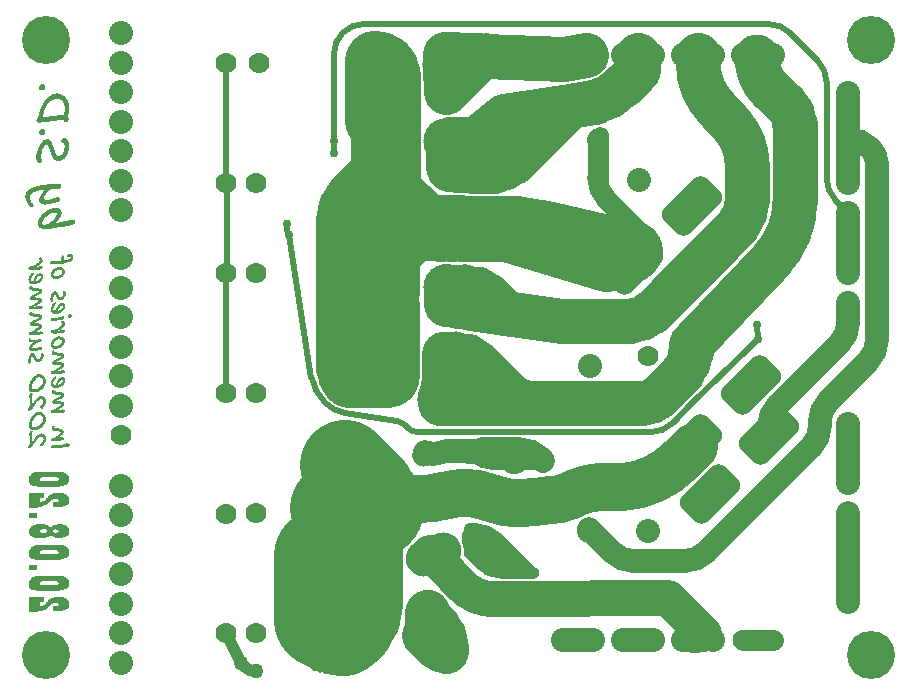
<source format=gbr>
%TF.GenerationSoftware,Altium Limited,Altium Designer,20.0.13 (296)*%
G04 Layer_Physical_Order=2*
G04 Layer_Color=16711680*
%FSLAX45Y45*%
%MOMM*%
%TF.FileFunction,Copper,L2,Bot,Signal*%
%TF.Part,Single*%
G01*
G75*
%TA.AperFunction,Conductor*%
%ADD10C,0.50800*%
%ADD11C,1.01600*%
%ADD13C,1.77800*%
%ADD15C,2.03200*%
%ADD17C,3.81000*%
%ADD18C,5.58800*%
%ADD19C,1.52400*%
%ADD23C,2.54000*%
%ADD25C,5.08000*%
%ADD27C,3.04800*%
%TA.AperFunction,ComponentPad*%
%ADD69C,2.03200*%
%ADD70C,1.77800*%
G04:AMPARAMS|DCode=71|XSize=1.524mm|YSize=2.032mm|CornerRadius=0mm|HoleSize=0mm|Usage=FLASHONLY|Rotation=135.000|XOffset=0mm|YOffset=0mm|HoleType=Round|Shape=Round|*
%AMOVALD71*
21,1,0.50800,1.52400,0.00000,0.00000,225.0*
1,1,1.52400,0.17961,0.17961*
1,1,1.52400,-0.17961,-0.17961*
%
%ADD71OVALD71*%

G04:AMPARAMS|DCode=72|XSize=5.08mm|YSize=3.048mm|CornerRadius=0.762mm|HoleSize=0mm|Usage=FLASHONLY|Rotation=45.000|XOffset=0mm|YOffset=0mm|HoleType=Round|Shape=RoundedRectangle|*
%AMROUNDEDRECTD72*
21,1,5.08000,1.52400,0,0,45.0*
21,1,3.55600,3.04800,0,0,45.0*
1,1,1.52400,1.79605,0.71842*
1,1,1.52400,-0.71842,-1.79605*
1,1,1.52400,-1.79605,-0.71842*
1,1,1.52400,0.71842,1.79605*
%
%ADD72ROUNDEDRECTD72*%
%TA.AperFunction,ViaPad*%
%ADD73C,4.06400*%
%ADD74C,0.76200*%
%ADD75C,1.27000*%
%TA.AperFunction,Conductor*%
%ADD76C,4.06400*%
%ADD77C,7.62000*%
%ADD78C,5.33400*%
%ADD79C,4.00000*%
G36*
X4211510Y9050870D02*
X4215036Y9050165D01*
X4217856Y9048755D01*
X4220324Y9047345D01*
X4222440Y9045935D01*
X4223850Y9044524D01*
X4224907Y9043819D01*
X4225260Y9043467D01*
X4227728Y9040646D01*
X4229491Y9037473D01*
X4230901Y9034300D01*
X4231606Y9031480D01*
X4232311Y9029012D01*
X4232664Y9026897D01*
Y9025134D01*
X4231959Y9018436D01*
X4230548Y9012442D01*
X4228080Y9007154D01*
X4225613Y9002571D01*
X4222792Y8999045D01*
X4220324Y8996225D01*
X4218914Y8994815D01*
X4218209Y8994110D01*
X4215389Y8991994D01*
X4211863Y8989879D01*
X4204459Y8986353D01*
X4196351Y8983180D01*
X4188595Y8980713D01*
X4181191Y8978597D01*
X4178018Y8977892D01*
X4175198Y8977187D01*
X4172730Y8976834D01*
X4170967Y8976482D01*
X4169909Y8976129D01*
X4169557D01*
X4166384Y8975777D01*
X4163916Y8975072D01*
X4161448Y8974719D01*
X4159685Y8974367D01*
X4158275Y8974014D01*
X4157217D01*
X4156865Y8973662D01*
X4156512D01*
X4153692Y8972604D01*
X4151577Y8970841D01*
X4150166Y8969431D01*
X4149461Y8969078D01*
Y8968726D01*
X4146993Y8966258D01*
X4144878Y8964143D01*
X4142763Y8962732D01*
X4141000Y8962027D01*
X4139590Y8961322D01*
X4138532Y8960970D01*
X4137827D01*
X4137475D01*
X4136064Y8961322D01*
X4134302Y8962027D01*
X4131481Y8964848D01*
X4129366Y8967316D01*
X4129013Y8968021D01*
X4128661Y8968373D01*
X4128308Y8969078D01*
X4127603Y8969783D01*
X4127251D01*
X4122667D01*
X4117379Y8969078D01*
X4112091Y8968726D01*
X4106450Y8968021D01*
X4101867Y8967316D01*
X4097636Y8966963D01*
X4096226Y8966610D01*
X4095168Y8966258D01*
X4094463D01*
X4094111D01*
X4088470Y8965553D01*
X4083534Y8964848D01*
X4078951Y8964143D01*
X4074720Y8963790D01*
X4071195Y8963437D01*
X4068022Y8963085D01*
X4065201Y8962732D01*
X4062734D01*
X4060618Y8962380D01*
X4058855D01*
X4056388Y8962027D01*
X4054977D01*
X4054625D01*
X4051452D01*
X4048631Y8962732D01*
X4046164Y8963437D01*
X4044048Y8964143D01*
X4040875Y8966610D01*
X4038760Y8969431D01*
X4037350Y8971899D01*
X4036645Y8974367D01*
X4036292Y8975777D01*
Y8976482D01*
X4036645Y8979655D01*
X4037702Y8982475D01*
X4038760Y8984591D01*
X4039113Y8984943D01*
Y8985296D01*
X4041228Y8988116D01*
X4043343Y8989879D01*
X4044753Y8990584D01*
X4045459Y8990937D01*
X4049337Y8990584D01*
X4052862Y8990231D01*
X4056035Y8989879D01*
X4058855D01*
X4060971Y8989526D01*
X4062734D01*
X4063791D01*
X4064144D01*
X4070842D01*
X4073663Y8989879D01*
X4076483D01*
X4078598D01*
X4080714Y8990231D01*
X4081771D01*
X4082124D01*
X4101162Y8991994D01*
X4101514D01*
X4106097Y8992347D01*
X4111033Y8993052D01*
X4115616Y8993757D01*
X4119847Y8994110D01*
X4123725Y8994815D01*
X4126545Y8995167D01*
X4128661Y8995520D01*
X4129366D01*
Y8996577D01*
X4129718Y8998340D01*
X4130071Y9001866D01*
X4130424Y9003276D01*
X4130776Y9004686D01*
Y9010679D01*
X4131129Y9014910D01*
X4131834Y9018788D01*
X4132539Y9022314D01*
X4132891Y9025134D01*
X4133597Y9027602D01*
X4133949Y9029012D01*
Y9029365D01*
X4135359Y9033243D01*
X4136769Y9036063D01*
X4138532Y9037826D01*
X4140295Y9039236D01*
X4141705Y9039941D01*
X4143115Y9040646D01*
X4143821D01*
X4144173D01*
X4146641Y9040294D01*
X4148404Y9039236D01*
X4149814Y9037473D01*
X4150519Y9036063D01*
X4150872Y9034300D01*
X4151224Y9032538D01*
Y8999750D01*
X4151577Y8998693D01*
X4151929Y8998340D01*
X4152282Y8997988D01*
X4152634D01*
X4158628Y8998340D01*
X4164621Y8999045D01*
X4170967Y9000455D01*
X4176608Y9001866D01*
X4181544Y9002923D01*
X4185774Y9004334D01*
X4187184Y9004686D01*
X4188242Y9005039D01*
X4188947Y9005391D01*
X4189300D01*
X4193178Y9006801D01*
X4196351Y9008212D01*
X4199524Y9009622D01*
X4201992Y9011385D01*
X4204107Y9012442D01*
X4205870Y9013852D01*
X4208338Y9016320D01*
X4210100Y9018436D01*
X4210805Y9020198D01*
X4211158Y9021256D01*
Y9023019D01*
X4210453Y9024076D01*
X4208690Y9025839D01*
X4205870Y9026897D01*
X4203049Y9027955D01*
X4199876Y9028307D01*
X4197056Y9028660D01*
X4195293D01*
X4194941D01*
X4194588D01*
X4185422Y9028307D01*
X4183306Y9028660D01*
X4181544Y9029365D01*
X4180486Y9030070D01*
X4180133Y9030422D01*
X4179076Y9032185D01*
X4178723Y9033595D01*
X4178371Y9035006D01*
Y9035358D01*
X4178723Y9037826D01*
X4179781Y9039941D01*
X4181544Y9042057D01*
X4183306Y9043819D01*
X4185069Y9044877D01*
X4186832Y9045935D01*
X4187890Y9046287D01*
X4188242Y9046640D01*
X4192120Y9048050D01*
X4195646Y9049460D01*
X4198819Y9050165D01*
X4201639Y9050518D01*
X4204107Y9050870D01*
X4206222Y9051223D01*
X4207280D01*
X4207632D01*
X4211510Y9050870D01*
D02*
G37*
G36*
X3955981Y9020551D02*
X3958801Y9019846D01*
X3961269Y9018788D01*
X3963385Y9017378D01*
X3964795Y9015968D01*
X3966205Y9014910D01*
X3966910Y9014205D01*
X3967263Y9013852D01*
X3969378Y9011032D01*
X3970788Y9008212D01*
X3971846Y9005391D01*
X3972551Y9002571D01*
X3972903Y9000103D01*
X3973256Y8997988D01*
Y8993757D01*
X3972551Y8990937D01*
X3970788Y8985648D01*
X3967968Y8980713D01*
X3965147Y8976482D01*
X3962327Y8972604D01*
X3959506Y8969431D01*
X3957744Y8967668D01*
X3957391Y8967316D01*
X3957039Y8966963D01*
X3950693Y8961675D01*
X3943642Y8956386D01*
X3936591Y8951803D01*
X3929892Y8947573D01*
X3923899Y8944400D01*
X3921431Y8942989D01*
X3918963Y8941579D01*
X3917200Y8940874D01*
X3915790Y8940169D01*
X3915085Y8939464D01*
X3914732D01*
X3911559Y8937349D01*
X3927777Y8940169D01*
X3933065Y8941227D01*
X3935180Y8941579D01*
X3937296Y8941932D01*
X3938706Y8942284D01*
X3939764Y8942637D01*
X3940469Y8942989D01*
X3940821D01*
X3946109Y8944752D01*
X3950693Y8945810D01*
X3954218Y8946868D01*
X3957039Y8947220D01*
X3959154Y8947573D01*
X3960564Y8947925D01*
X3961269D01*
X3961622D01*
X3964442Y8947573D01*
X3966910Y8946515D01*
X3968320Y8945105D01*
X3969025Y8944752D01*
X3971141Y8942284D01*
X3972198Y8939464D01*
X3972551Y8936996D01*
Y8935938D01*
X3971846Y8932060D01*
X3970788Y8928887D01*
X3969730Y8926772D01*
X3969025Y8926420D01*
Y8926067D01*
X3966557Y8923247D01*
X3964090Y8921836D01*
X3962327Y8920779D01*
X3961974Y8920426D01*
X3961622D01*
X3959859Y8920074D01*
X3957744Y8919721D01*
X3952808Y8919016D01*
X3950693Y8918663D01*
X3948930D01*
X3947520Y8918311D01*
X3947167D01*
X3945052Y8917958D01*
X3942584D01*
X3940469Y8917606D01*
X3940116D01*
X3939764D01*
X3933418Y8916901D01*
X3927424Y8916196D01*
X3922136Y8915843D01*
X3917905Y8915490D01*
X3914380D01*
X3911559Y8915138D01*
X3910149D01*
X3909444D01*
X3904861D01*
X3900630Y8914785D01*
X3896752D01*
X3893932D01*
X3891464D01*
X3889701D01*
X3888643D01*
X3888291D01*
X3881592D01*
X3875952Y8915138D01*
X3871368Y8915843D01*
X3867490Y8916196D01*
X3864317Y8916901D01*
X3862555Y8917253D01*
X3861144Y8917606D01*
X3860792D01*
X3857971Y8919016D01*
X3856209Y8920779D01*
X3854798Y8922189D01*
X3853741Y8923952D01*
X3853036Y8925714D01*
X3852683Y8927125D01*
Y8928182D01*
X3853388Y8932765D01*
X3854446Y8936291D01*
X3855504Y8938406D01*
X3856209Y8939111D01*
X3857619Y8940522D01*
X3859734Y8941579D01*
X3863612Y8943342D01*
X3865728Y8943695D01*
X3867138Y8944047D01*
X3868195Y8944400D01*
X3868548D01*
X3879830Y8946515D01*
X3890406Y8949688D01*
X3899925Y8953213D01*
X3904156Y8955329D01*
X3908386Y8957092D01*
X3911912Y8959207D01*
X3915085Y8960970D01*
X3917905Y8962380D01*
X3920373Y8964143D01*
X3922136Y8965200D01*
X3923546Y8966258D01*
X3924251Y8966610D01*
X3924604Y8966963D01*
X3929187Y8970489D01*
X3932712Y8973662D01*
X3936238Y8976482D01*
X3939058Y8979302D01*
X3941526Y8981770D01*
X3943642Y8983886D01*
X3945052Y8985648D01*
X3946462Y8987411D01*
X3948225Y8990231D01*
X3949282Y8992347D01*
X3949635Y8993404D01*
Y8993757D01*
X3948930Y8995872D01*
X3947872Y8997988D01*
X3946815Y8999398D01*
X3946109Y9000103D01*
X3944347Y9002218D01*
X3942936Y9004334D01*
X3942231Y9006096D01*
X3941526Y9008212D01*
X3941174Y9009622D01*
X3940821Y9011032D01*
Y9012090D01*
X3941526Y9014910D01*
X3942584Y9017025D01*
X3943642Y9018083D01*
X3944347Y9018436D01*
X3947167Y9019846D01*
X3949988Y9020551D01*
X3952455Y9020903D01*
X3952808D01*
X3953160D01*
X3955981Y9020551D01*
D02*
G37*
G36*
X4123372Y8942284D02*
X4129718Y8940874D01*
X4135007Y8939111D01*
X4139590Y8936996D01*
X4143468Y8934528D01*
X4146288Y8932765D01*
X4148051Y8931355D01*
X4148756Y8931003D01*
X4153339Y8926420D01*
X4156865Y8921484D01*
X4159333Y8916548D01*
X4160743Y8911965D01*
X4161801Y8907734D01*
X4162153Y8904561D01*
X4162506Y8903151D01*
Y8901388D01*
X4162153Y8896453D01*
X4161448Y8891869D01*
X4160038Y8887286D01*
X4158275Y8883056D01*
X4154045Y8875299D01*
X4149109Y8868601D01*
X4144173Y8863313D01*
X4142058Y8861197D01*
X4139942Y8859435D01*
X4138180Y8857672D01*
X4136769Y8856614D01*
X4136064Y8856262D01*
X4135712Y8855909D01*
X4130776Y8852736D01*
X4125840Y8849916D01*
X4120905Y8847095D01*
X4115969Y8844980D01*
X4106803Y8841807D01*
X4098341Y8839692D01*
X4094816Y8838634D01*
X4091290Y8838282D01*
X4088470Y8837929D01*
X4086002Y8837576D01*
X4083887Y8837224D01*
X4082476D01*
X4081419D01*
X4081066D01*
X4075073Y8837576D01*
X4069432Y8838987D01*
X4064496Y8840397D01*
X4060618Y8842512D01*
X4057093Y8844275D01*
X4054625Y8846038D01*
X4053215Y8847095D01*
X4052510Y8847448D01*
X4048631Y8851679D01*
X4046164Y8855909D01*
X4044048Y8860140D01*
X4042638Y8864370D01*
X4041933Y8867896D01*
X4041580Y8871069D01*
X4041228Y8872832D01*
Y8873537D01*
X4041580Y8877415D01*
X4041933Y8880940D01*
X4044048Y8887991D01*
X4046516Y8894690D01*
X4049689Y8901036D01*
X4052862Y8905972D01*
X4055683Y8909850D01*
X4056740Y8911260D01*
X4057445Y8912317D01*
X4057798Y8913023D01*
X4058150Y8913375D01*
X4064849Y8920426D01*
X4071900Y8926067D01*
X4079303Y8930650D01*
X4085649Y8934528D01*
X4091643Y8937349D01*
X4094111Y8938406D01*
X4096226Y8939111D01*
X4097989Y8939817D01*
X4099399Y8940169D01*
X4100104Y8940522D01*
X4100457D01*
X4106450Y8941932D01*
X4108918Y8942284D01*
X4111386D01*
X4113501Y8942637D01*
X4115264D01*
X4116321D01*
X4116674D01*
X4123372Y8942284D01*
D02*
G37*
G36*
X3897457Y8893280D02*
X3899220Y8892575D01*
X3900630Y8891517D01*
X3901335Y8890459D01*
X3902393Y8887991D01*
Y8886934D01*
X3902040Y8885524D01*
X3901688Y8884113D01*
X3900278Y8881645D01*
X3898515Y8879883D01*
X3898162Y8879530D01*
X3897810Y8879178D01*
X3893932Y8875299D01*
X3890759Y8871069D01*
X3887586Y8867191D01*
X3885118Y8863313D01*
X3883003Y8859787D01*
X3881240Y8856262D01*
X3878772Y8849563D01*
X3877009Y8844275D01*
X3876657Y8841807D01*
X3876304Y8840044D01*
X3875952Y8838282D01*
Y8836166D01*
X3876304Y8833346D01*
X3876657Y8830878D01*
X3877362Y8828763D01*
X3878419Y8827000D01*
X3879125Y8825590D01*
X3879830Y8824532D01*
X3880182Y8824179D01*
X3880535Y8823827D01*
X3882298Y8822417D01*
X3884060Y8821359D01*
X3887233Y8820301D01*
X3888643Y8819949D01*
X3889349Y8819596D01*
X3890054D01*
X3890406D01*
X3892169Y8819949D01*
X3893227Y8821359D01*
X3893932Y8822417D01*
Y8822769D01*
X3896752Y8832641D01*
X3900278Y8841807D01*
X3904156Y8849563D01*
X3908034Y8856262D01*
X3911559Y8861550D01*
X3913322Y8863665D01*
X3914380Y8865428D01*
X3915790Y8866838D01*
X3916495Y8867896D01*
X3916848Y8868248D01*
X3917200Y8868601D01*
X3920373Y8871774D01*
X3923546Y8874594D01*
X3926719Y8877062D01*
X3929892Y8879178D01*
X3935885Y8882351D01*
X3941526Y8884818D01*
X3946109Y8885876D01*
X3949635Y8886581D01*
X3951045Y8886934D01*
X3952103D01*
X3952455D01*
X3952808D01*
X3956686Y8886581D01*
X3959859Y8885876D01*
X3963032Y8884466D01*
X3965500Y8883408D01*
X3967968Y8881998D01*
X3969378Y8880588D01*
X3970436Y8879883D01*
X3970788Y8879530D01*
X3973256Y8876710D01*
X3975371Y8873537D01*
X3976781Y8870011D01*
X3977487Y8867191D01*
X3978192Y8864370D01*
X3978544Y8862255D01*
Y8860140D01*
X3978192Y8855557D01*
X3977487Y8851326D01*
X3976076Y8847095D01*
X3974314Y8842865D01*
X3970083Y8835461D01*
X3965500Y8828763D01*
X3960564Y8823122D01*
X3958096Y8820654D01*
X3956333Y8818539D01*
X3954571Y8817128D01*
X3953160Y8816071D01*
X3952455Y8815366D01*
X3952103Y8815013D01*
X3947167Y8811135D01*
X3942231Y8807962D01*
X3937296Y8805142D01*
X3932360Y8802674D01*
X3927424Y8800911D01*
X3922841Y8799148D01*
X3914380Y8796680D01*
X3910502Y8795623D01*
X3906976Y8794918D01*
X3903803Y8794565D01*
X3900983Y8794213D01*
X3898867Y8793860D01*
X3897457D01*
X3896400D01*
X3896047D01*
X3888996Y8794213D01*
X3882650Y8795623D01*
X3877362Y8797033D01*
X3872779Y8799148D01*
X3869253Y8800911D01*
X3866785Y8802674D01*
X3865375Y8803731D01*
X3864670Y8804084D01*
X3860792Y8808315D01*
X3858324Y8812898D01*
X3856209Y8817481D01*
X3854798Y8822064D01*
X3854093Y8826295D01*
X3853741Y8829468D01*
X3853388Y8831936D01*
Y8832641D01*
X3853741Y8836871D01*
X3854093Y8841102D01*
X3855856Y8848858D01*
X3858324Y8856262D01*
X3861144Y8862255D01*
X3863612Y8867543D01*
X3865022Y8869659D01*
X3866080Y8871421D01*
X3867138Y8872832D01*
X3867843Y8873889D01*
X3868548Y8874242D01*
Y8874594D01*
X3871368Y8878120D01*
X3874189Y8880940D01*
X3876657Y8883408D01*
X3879125Y8885524D01*
X3883708Y8889049D01*
X3887586Y8891164D01*
X3890759Y8892575D01*
X3893227Y8893280D01*
X3894637Y8893632D01*
X3894989D01*
X3897457Y8893280D01*
D02*
G37*
G36*
X4157217Y8736394D02*
X4159685Y8736041D01*
X4163211Y8733926D01*
X4166031Y8731106D01*
X4168147Y8727580D01*
X4169204Y8724055D01*
X4169557Y8721234D01*
X4169909Y8719119D01*
Y8718414D01*
X4169204Y8711363D01*
X4167794Y8704664D01*
X4165326Y8697966D01*
X4162858Y8691972D01*
X4160038Y8686684D01*
X4158980Y8684569D01*
X4157570Y8682454D01*
X4156865Y8681043D01*
X4156160Y8679986D01*
X4155455Y8679281D01*
Y8678928D01*
X4152634Y8675050D01*
X4150166Y8671877D01*
X4147346Y8669057D01*
X4144526Y8666589D01*
X4141705Y8664826D01*
X4138885Y8663063D01*
X4133949Y8660595D01*
X4129366Y8658833D01*
X4125840Y8658127D01*
X4124430Y8657775D01*
X4123372D01*
X4123020D01*
X4122667D01*
X4119494Y8658127D01*
X4116321Y8658833D01*
X4113148Y8659538D01*
X4110681Y8660948D01*
X4108565Y8662006D01*
X4107155Y8662711D01*
X4106097Y8663416D01*
X4105745Y8663768D01*
X4104335Y8665179D01*
X4102924Y8666589D01*
X4099752Y8670819D01*
X4096931Y8675050D01*
X4094111Y8679986D01*
X4091643Y8684569D01*
X4089528Y8688094D01*
X4088822Y8689505D01*
X4088117Y8690562D01*
X4087765Y8691267D01*
Y8691620D01*
X4086355Y8694793D01*
X4084592Y8697613D01*
X4083182Y8700081D01*
X4082124Y8702196D01*
X4079656Y8705369D01*
X4077541Y8707837D01*
X4075778Y8709248D01*
X4074720Y8709953D01*
X4074015Y8710305D01*
X4073663D01*
X4071900Y8708542D01*
X4070490Y8706427D01*
X4068022Y8701491D01*
X4067317Y8699376D01*
X4066612Y8697261D01*
X4065907Y8695851D01*
Y8695498D01*
X4064144Y8687742D01*
X4063439Y8684216D01*
X4063086Y8681043D01*
Y8678575D01*
X4062734Y8676460D01*
Y8674697D01*
X4063086Y8671877D01*
X4063439Y8669409D01*
X4063791Y8667646D01*
Y8666941D01*
X4064496Y8664121D01*
X4065201Y8662006D01*
Y8658833D01*
X4064496Y8657070D01*
X4063439Y8653897D01*
X4062028Y8652134D01*
X4061676Y8651782D01*
X4061323Y8651429D01*
X4059913Y8650019D01*
X4058503Y8649314D01*
X4055683Y8647903D01*
X4053567Y8647551D01*
X4053215D01*
X4052862D01*
X4050394Y8647903D01*
X4048279Y8648256D01*
X4044753Y8650371D01*
X4042638Y8653544D01*
X4040875Y8657070D01*
X4039818Y8660595D01*
X4039465Y8663768D01*
X4039113Y8665884D01*
Y8666589D01*
X4039465Y8676108D01*
X4040875Y8685274D01*
X4042286Y8693383D01*
X4044401Y8700434D01*
X4045106Y8703254D01*
X4046164Y8706075D01*
X4046869Y8708542D01*
X4047926Y8710305D01*
X4048279Y8712068D01*
X4048984Y8713126D01*
X4049337Y8713831D01*
Y8714183D01*
X4051452Y8718061D01*
X4053567Y8721234D01*
X4055683Y8724055D01*
X4057798Y8726523D01*
X4059913Y8728638D01*
X4062381Y8730048D01*
X4066259Y8732868D01*
X4070137Y8734279D01*
X4072958Y8734984D01*
X4074720Y8735336D01*
X4075425D01*
X4078598Y8734984D01*
X4081419Y8734279D01*
X4084239Y8733574D01*
X4086355Y8732516D01*
X4088117Y8731106D01*
X4089880Y8730401D01*
X4090585Y8729696D01*
X4090938Y8729343D01*
X4093758Y8726523D01*
X4096579Y8722997D01*
X4099399Y8718766D01*
X4101867Y8714888D01*
X4103982Y8711010D01*
X4105745Y8707837D01*
X4106803Y8705369D01*
X4107155Y8705017D01*
Y8704664D01*
X4109270Y8700434D01*
X4111033Y8696908D01*
X4112796Y8694088D01*
X4114206Y8691620D01*
X4115264Y8690210D01*
X4115969Y8688799D01*
X4116674Y8688447D01*
Y8688094D01*
X4118084Y8686684D01*
X4119494Y8685979D01*
X4122315Y8684569D01*
X4124078Y8684216D01*
X4124430D01*
X4124783D01*
X4127956Y8684569D01*
X4130776Y8685979D01*
X4133244Y8687742D01*
X4135359Y8689857D01*
X4137122Y8691972D01*
X4138532Y8693735D01*
X4139237Y8695145D01*
X4139590Y8695498D01*
X4141705Y8699729D01*
X4143468Y8703607D01*
X4144526Y8707485D01*
X4145583Y8710305D01*
X4145936Y8713126D01*
X4146288Y8714888D01*
Y8716651D01*
X4145936Y8718061D01*
X4145583Y8719472D01*
X4145231Y8720882D01*
X4144878Y8721234D01*
X4144173Y8722997D01*
X4143821Y8724407D01*
Y8725465D01*
X4144173Y8727933D01*
X4145583Y8730048D01*
X4146641Y8731811D01*
X4146993Y8732516D01*
X4148404Y8733926D01*
X4149461Y8734984D01*
X4151929Y8736394D01*
X4153692Y8736747D01*
X4154045D01*
X4154397D01*
X4157217Y8736394D01*
D02*
G37*
G36*
X3875952Y8781521D02*
X3877362Y8781168D01*
X3879830Y8779053D01*
X3881592Y8777290D01*
X3881945Y8776585D01*
Y8776232D01*
X3883355Y8774117D01*
X3885118Y8772002D01*
X3889349Y8769181D01*
X3891464Y8768476D01*
X3893227Y8767771D01*
X3894284Y8767066D01*
X3894637D01*
X3898867Y8766008D01*
X3903451Y8765303D01*
X3908386Y8764598D01*
X3912970Y8763893D01*
X3917200Y8763541D01*
X3920726Y8763188D01*
X3922136Y8762835D01*
X3923194D01*
X3923546D01*
X3923899D01*
X3932360Y8761778D01*
X3939411Y8760720D01*
X3945404Y8759310D01*
X3950340Y8757900D01*
X3953866Y8756842D01*
X3956333Y8755784D01*
X3958096Y8755432D01*
X3958449Y8755079D01*
X3961974Y8752964D01*
X3964442Y8750144D01*
X3966205Y8747323D01*
X3967263Y8744503D01*
X3968320Y8742035D01*
X3968673Y8739920D01*
Y8738157D01*
X3968320Y8734631D01*
X3967263Y8731106D01*
X3965852Y8727933D01*
X3964442Y8725112D01*
X3962679Y8722644D01*
X3961269Y8720882D01*
X3960212Y8719472D01*
X3959859Y8719119D01*
X3958096Y8717356D01*
X3955981Y8715593D01*
X3950693Y8712068D01*
X3945052Y8708542D01*
X3939411Y8705017D01*
X3933770Y8702196D01*
X3931302Y8700786D01*
X3929187Y8699729D01*
X3927424Y8699023D01*
X3926014Y8698318D01*
X3925309Y8697613D01*
X3924956D01*
X3920726Y8695498D01*
X3917200Y8693735D01*
X3914027Y8691972D01*
X3911207Y8690562D01*
X3908739Y8689505D01*
X3906976Y8688447D01*
X3904156Y8686684D01*
X3902393Y8685274D01*
X3901335Y8684569D01*
X3900983Y8684216D01*
X3901335Y8683864D01*
X3902040Y8683511D01*
X3903098Y8683159D01*
X3904861Y8682806D01*
X3908739Y8682454D01*
X3913322Y8682101D01*
X3917905Y8681748D01*
X3921783D01*
X3923546D01*
X3924604D01*
X3925309D01*
X3925661D01*
X3930597D01*
X3934828Y8681396D01*
X3939058Y8681043D01*
X3942584Y8680691D01*
X3945757Y8679986D01*
X3948577Y8679633D01*
X3953160Y8678575D01*
X3956686Y8677165D01*
X3958801Y8676460D01*
X3960212Y8675755D01*
X3960564Y8675403D01*
X3963385Y8672935D01*
X3965147Y8670467D01*
X3966557Y8667646D01*
X3967615Y8665179D01*
X3968320Y8663063D01*
X3968673Y8661300D01*
Y8659538D01*
X3968320Y8657070D01*
X3967968Y8654954D01*
X3965852Y8650019D01*
X3962327Y8645436D01*
X3958096Y8640500D01*
X3953160Y8635917D01*
X3947520Y8631334D01*
X3941174Y8627103D01*
X3935180Y8622872D01*
X3928834Y8618994D01*
X3922488Y8615469D01*
X3916848Y8612296D01*
X3911912Y8609828D01*
X3907681Y8607360D01*
X3904156Y8605950D01*
X3902040Y8604892D01*
X3901688Y8604540D01*
X3904156D01*
X3907681Y8604892D01*
X3915085Y8606302D01*
X3918258Y8606655D01*
X3921078Y8607360D01*
X3922841Y8607713D01*
X3923546D01*
X3928129Y8608770D01*
X3932360Y8609828D01*
X3936238Y8610533D01*
X3939411Y8611238D01*
X3942231Y8611943D01*
X3945052Y8612296D01*
X3949282Y8613001D01*
X3952103Y8613353D01*
X3954218Y8613706D01*
X3955276D01*
X3955628D01*
X3959154D01*
X3962327Y8613001D01*
X3964795Y8612296D01*
X3966910Y8611238D01*
X3970436Y8608418D01*
X3972903Y8605597D01*
X3974314Y8602777D01*
X3975019Y8599956D01*
X3975371Y8598194D01*
Y8597489D01*
X3975019Y8594316D01*
X3973961Y8592200D01*
X3972551Y8590437D01*
X3972198Y8590085D01*
X3970083Y8588675D01*
X3967968Y8587970D01*
X3966205Y8587617D01*
X3965852D01*
X3965500D01*
X3958801D01*
X3952455Y8587265D01*
X3946462Y8586912D01*
X3941174Y8586207D01*
X3936591Y8585854D01*
X3933065Y8585149D01*
X3931655D01*
X3930597Y8584797D01*
X3930245D01*
X3929892D01*
X3920726Y8583739D01*
X3911559Y8582681D01*
X3902040Y8581976D01*
X3893227Y8581624D01*
X3889349D01*
X3885823D01*
X3882298Y8581271D01*
X3879477D01*
X3877362D01*
X3875599D01*
X3874541D01*
X3874189D01*
X3870663D01*
X3867490Y8581976D01*
X3865022Y8582681D01*
X3862555Y8583386D01*
X3860792Y8584444D01*
X3859029Y8585502D01*
X3856561Y8588322D01*
X3855151Y8590790D01*
X3854446Y8592905D01*
X3854093Y8594316D01*
Y8595021D01*
X3854446Y8598546D01*
X3855856Y8601719D01*
X3857619Y8603834D01*
X3859734Y8605245D01*
X3861497Y8606302D01*
X3863260Y8607007D01*
X3864670Y8607360D01*
X3865022D01*
X3873131Y8610885D01*
X3881240Y8614764D01*
X3888996Y8618994D01*
X3896400Y8623225D01*
X3902746Y8627103D01*
X3905566Y8628513D01*
X3907681Y8629923D01*
X3909797Y8630981D01*
X3911207Y8632039D01*
X3911912Y8632391D01*
X3912264Y8632744D01*
X3916848Y8635917D01*
X3921078Y8638737D01*
X3924604Y8641205D01*
X3927777Y8643320D01*
X3930245Y8645436D01*
X3932360Y8647198D01*
X3934475Y8648961D01*
X3935885Y8650019D01*
X3937648Y8652134D01*
X3938706Y8653544D01*
X3939058Y8654249D01*
Y8654602D01*
X3938706Y8655307D01*
X3937648Y8655660D01*
X3936238Y8656012D01*
X3934475Y8656717D01*
X3929540Y8657070D01*
X3924251Y8657775D01*
X3918610Y8658127D01*
X3913675Y8658480D01*
X3911912D01*
X3910502D01*
X3909444D01*
X3909091D01*
X3903098D01*
X3897810Y8658833D01*
X3893227Y8659185D01*
X3888996Y8659538D01*
X3885118Y8660243D01*
X3881945Y8660595D01*
X3879477Y8661300D01*
X3877009Y8661653D01*
X3875247Y8662358D01*
X3873836Y8663063D01*
X3871721Y8663768D01*
X3870663Y8664473D01*
X3870311Y8664826D01*
X3868548Y8667294D01*
X3867138Y8669409D01*
X3866433Y8671524D01*
X3865728Y8673640D01*
X3865375Y8675050D01*
X3865022Y8676460D01*
Y8677518D01*
X3865375Y8680338D01*
X3866433Y8683159D01*
X3867490Y8685627D01*
X3869253Y8688094D01*
X3870663Y8689857D01*
X3871721Y8691267D01*
X3872779Y8691972D01*
X3873131Y8692325D01*
X3876657Y8695145D01*
X3880887Y8697966D01*
X3885823Y8700786D01*
X3890406Y8703607D01*
X3894637Y8705722D01*
X3898515Y8707485D01*
X3899925Y8708190D01*
X3900630Y8708895D01*
X3901335Y8709248D01*
X3901688D01*
X3905919Y8711363D01*
X3909444Y8713126D01*
X3916143Y8716299D01*
X3921431Y8718766D01*
X3925661Y8720882D01*
X3928834Y8722644D01*
X3930950Y8723702D01*
X3932007Y8724055D01*
X3932360Y8724407D01*
X3934828Y8726170D01*
X3936943Y8727580D01*
X3938353Y8728638D01*
X3939058Y8729696D01*
X3939764Y8730401D01*
X3940116Y8731106D01*
Y8731458D01*
X3939764Y8732516D01*
X3939411Y8733221D01*
X3937648Y8734631D01*
X3935533Y8734984D01*
X3935180Y8735336D01*
X3934828D01*
X3932360Y8736041D01*
X3929540Y8736394D01*
X3926014Y8736747D01*
X3922488Y8737452D01*
X3919316Y8737804D01*
X3916495D01*
X3914732Y8738157D01*
X3914380D01*
X3914027D01*
X3908386Y8738509D01*
X3902746Y8739214D01*
X3898162Y8739567D01*
X3893579Y8740272D01*
X3889701Y8740977D01*
X3886176Y8741682D01*
X3883003Y8742387D01*
X3880535Y8743092D01*
X3878067Y8743798D01*
X3875952Y8744150D01*
X3873131Y8745208D01*
X3871721Y8745913D01*
X3871016Y8746265D01*
X3867490Y8748733D01*
X3865022Y8751554D01*
X3862907Y8754374D01*
X3861850Y8756842D01*
X3861144Y8759310D01*
X3860792Y8761425D01*
X3860439Y8762835D01*
Y8763188D01*
X3860792Y8765656D01*
X3861144Y8767771D01*
X3862907Y8771649D01*
X3863612Y8773412D01*
X3864317Y8774470D01*
X3864670Y8775175D01*
X3865022Y8775527D01*
X3866785Y8777643D01*
X3868548Y8779053D01*
X3869958Y8780463D01*
X3871368Y8781168D01*
X3873484Y8781873D01*
X3873836D01*
X3874189D01*
X3875952Y8781521D01*
D02*
G37*
G36*
X4085649Y8642263D02*
X4087412Y8641558D01*
X4088822Y8640500D01*
X4089528Y8639442D01*
X4090585Y8636974D01*
Y8635917D01*
X4090233Y8634506D01*
X4089880Y8633096D01*
X4088470Y8630628D01*
X4086707Y8628866D01*
X4086355Y8628513D01*
X4086002Y8628161D01*
X4082124Y8624282D01*
X4078951Y8620052D01*
X4075778Y8616174D01*
X4073310Y8612296D01*
X4071195Y8608770D01*
X4069432Y8605245D01*
X4066964Y8598546D01*
X4065201Y8593258D01*
X4064849Y8590790D01*
X4064496Y8589027D01*
X4064144Y8587265D01*
Y8585149D01*
X4064496Y8582329D01*
X4064849Y8579861D01*
X4065554Y8577746D01*
X4066612Y8575983D01*
X4067317Y8574573D01*
X4068022Y8573515D01*
X4068374Y8573162D01*
X4068727Y8572810D01*
X4070490Y8571400D01*
X4072252Y8570342D01*
X4075425Y8569284D01*
X4076836Y8568932D01*
X4077541Y8568579D01*
X4078246D01*
X4078598D01*
X4080361Y8568932D01*
X4081419Y8570342D01*
X4082124Y8571400D01*
Y8571752D01*
X4084944Y8581624D01*
X4088470Y8590790D01*
X4092348Y8598546D01*
X4096226Y8605245D01*
X4099752Y8610533D01*
X4101514Y8612648D01*
X4102572Y8614411D01*
X4103982Y8615821D01*
X4104687Y8616879D01*
X4105040Y8617231D01*
X4105392Y8617584D01*
X4108565Y8620757D01*
X4111738Y8623577D01*
X4114911Y8626045D01*
X4118084Y8628161D01*
X4124078Y8631334D01*
X4129718Y8633801D01*
X4134302Y8634859D01*
X4137827Y8635564D01*
X4139237Y8635917D01*
X4140295D01*
X4140648D01*
X4141000D01*
X4144878Y8635564D01*
X4148051Y8634859D01*
X4151224Y8633449D01*
X4153692Y8632391D01*
X4156160Y8630981D01*
X4157570Y8629571D01*
X4158628Y8628866D01*
X4158980Y8628513D01*
X4161448Y8625693D01*
X4163563Y8622520D01*
X4164974Y8618994D01*
X4165679Y8616174D01*
X4166384Y8613353D01*
X4166736Y8611238D01*
Y8609123D01*
X4166384Y8604540D01*
X4165679Y8600309D01*
X4164269Y8596078D01*
X4162506Y8591848D01*
X4158275Y8584444D01*
X4153692Y8577746D01*
X4148756Y8572105D01*
X4146288Y8569637D01*
X4144526Y8567522D01*
X4142763Y8566111D01*
X4141353Y8565054D01*
X4140648Y8564349D01*
X4140295Y8563996D01*
X4135359Y8560118D01*
X4130424Y8556945D01*
X4125488Y8554125D01*
X4120552Y8551657D01*
X4115616Y8549894D01*
X4111033Y8548131D01*
X4102572Y8545663D01*
X4098694Y8544606D01*
X4095168Y8543901D01*
X4091995Y8543548D01*
X4089175Y8543196D01*
X4087060Y8542843D01*
X4085649D01*
X4084592D01*
X4084239D01*
X4077188Y8543196D01*
X4070842Y8544606D01*
X4065554Y8546016D01*
X4060971Y8548131D01*
X4057445Y8549894D01*
X4054977Y8551657D01*
X4053567Y8552714D01*
X4052862Y8553067D01*
X4048984Y8557298D01*
X4046516Y8561881D01*
X4044401Y8566464D01*
X4042991Y8571047D01*
X4042286Y8575278D01*
X4041933Y8578451D01*
X4041580Y8580919D01*
Y8581624D01*
X4041933Y8585854D01*
X4042286Y8590085D01*
X4044048Y8597841D01*
X4046516Y8605245D01*
X4049337Y8611238D01*
X4051804Y8616526D01*
X4053215Y8618642D01*
X4054272Y8620404D01*
X4055330Y8621815D01*
X4056035Y8622872D01*
X4056740Y8623225D01*
Y8623577D01*
X4059561Y8627103D01*
X4062381Y8629923D01*
X4064849Y8632391D01*
X4067317Y8634506D01*
X4071900Y8638032D01*
X4075778Y8640147D01*
X4078951Y8641558D01*
X4081419Y8642263D01*
X4082829Y8642615D01*
X4083182D01*
X4085649Y8642263D01*
D02*
G37*
G36*
X4150166Y8522747D02*
X4152634Y8521337D01*
X4154045Y8519927D01*
X4154750Y8519575D01*
Y8519222D01*
X4156865Y8515696D01*
X4157923Y8512171D01*
X4158275Y8510408D01*
Y8507940D01*
X4157923Y8505825D01*
X4157570Y8504062D01*
X4155455Y8500889D01*
X4153692Y8499127D01*
X4152987Y8498421D01*
X4152634D01*
X4148404Y8496659D01*
X4144173Y8495601D01*
X4142410D01*
X4141000Y8495248D01*
X4139942D01*
X4139590D01*
X4138885D01*
X4137827D01*
X4135007Y8494543D01*
X4131481Y8494191D01*
X4127603Y8493486D01*
X4123725Y8492781D01*
X4120552Y8492428D01*
X4118084Y8491723D01*
X4117732D01*
X4117379D01*
X4113501Y8491018D01*
X4109976Y8490313D01*
X4108565Y8489960D01*
X4107508D01*
X4106803Y8489608D01*
X4106450D01*
X4097284Y8487845D01*
X4088822Y8486787D01*
X4081066Y8485730D01*
X4074720Y8485377D01*
X4069432Y8485024D01*
X4067317Y8484672D01*
X4065554D01*
X4064144D01*
X4063086D01*
X4062734D01*
X4062381D01*
X4058503D01*
X4055330Y8485377D01*
X4052510Y8486082D01*
X4050042Y8486787D01*
X4048279Y8487845D01*
X4046516Y8488903D01*
X4044048Y8491723D01*
X4042286Y8494191D01*
X4041580Y8496306D01*
X4041228Y8497716D01*
Y8498421D01*
X4041580Y8500537D01*
X4041933Y8502299D01*
X4043343Y8505472D01*
X4044753Y8507588D01*
X4045459Y8507940D01*
Y8508293D01*
X4046869Y8510056D01*
X4047926Y8511113D01*
X4050042Y8512523D01*
X4051452Y8513229D01*
X4051804D01*
X4053920D01*
X4054625Y8512876D01*
X4054977D01*
X4058855Y8512171D01*
X4062381Y8511818D01*
X4065201Y8511113D01*
X4067669D01*
X4069785Y8510761D01*
X4071195D01*
X4071900D01*
X4072252D01*
X4075425D01*
X4078951Y8511113D01*
X4082476D01*
X4086002Y8511466D01*
X4088822D01*
X4091290Y8511818D01*
X4092700D01*
X4093406D01*
X4098694Y8512523D01*
X4103982Y8513229D01*
X4109623Y8514639D01*
X4114911Y8515696D01*
X4119847Y8516754D01*
X4123372Y8517812D01*
X4124783Y8518164D01*
X4125840Y8518517D01*
X4126545Y8518869D01*
X4126898D01*
X4129366Y8519222D01*
X4133949Y8520632D01*
X4137827Y8521690D01*
X4141000Y8522395D01*
X4143115Y8523100D01*
X4144878D01*
X4146288Y8523453D01*
X4146641D01*
X4146993D01*
X4148404D01*
X4150166Y8522747D01*
D02*
G37*
G36*
X4207280Y8542843D02*
X4209395Y8542490D01*
X4212568Y8541080D01*
X4214683Y8539317D01*
X4215036Y8538965D01*
X4215389Y8538612D01*
X4216799Y8536850D01*
X4217856Y8534734D01*
X4219267Y8531209D01*
Y8529446D01*
X4219619Y8528036D01*
Y8526978D01*
X4219267Y8523805D01*
X4218914Y8520985D01*
X4218209Y8518517D01*
X4217151Y8516402D01*
X4216094Y8514991D01*
X4215389Y8513934D01*
X4215036Y8513229D01*
X4214683Y8512876D01*
X4212921Y8511466D01*
X4210805Y8510408D01*
X4206927Y8508998D01*
X4205165Y8508645D01*
X4203754Y8508293D01*
X4202697D01*
X4202344D01*
X4200229Y8508645D01*
X4198466Y8508998D01*
X4194941Y8510761D01*
X4193883Y8511818D01*
X4192825Y8512523D01*
X4192120Y8512876D01*
X4191768Y8513229D01*
X4190005Y8514991D01*
X4188595Y8517107D01*
X4187890Y8518869D01*
X4187184Y8520632D01*
X4186832Y8522395D01*
X4186479Y8523453D01*
Y8524510D01*
X4186832Y8526273D01*
X4187537Y8528388D01*
X4189300Y8532266D01*
X4190357Y8533677D01*
X4191415Y8535087D01*
X4191768Y8535792D01*
X4192120Y8536144D01*
X4194235Y8538612D01*
X4196703Y8540375D01*
X4198819Y8541433D01*
X4200934Y8542490D01*
X4202697Y8542843D01*
X4204107Y8543196D01*
X4204812D01*
X4205165D01*
X4207280Y8542843D01*
D02*
G37*
G36*
X4144173Y8482557D02*
X4146993Y8481851D01*
X4149461Y8480794D01*
X4151577Y8479384D01*
X4152987Y8477973D01*
X4154397Y8476916D01*
X4155102Y8476211D01*
X4155455Y8475858D01*
X4157570Y8473038D01*
X4158980Y8470217D01*
X4160038Y8467397D01*
X4160743Y8464576D01*
X4161096Y8462109D01*
X4161448Y8459993D01*
Y8455763D01*
X4160743Y8452942D01*
X4158980Y8447654D01*
X4156160Y8442718D01*
X4153339Y8438488D01*
X4150519Y8434609D01*
X4147699Y8431437D01*
X4145936Y8429674D01*
X4145583Y8429321D01*
X4145231Y8428969D01*
X4138885Y8423680D01*
X4131834Y8418392D01*
X4124783Y8413809D01*
X4118084Y8409578D01*
X4112091Y8406405D01*
X4109623Y8404995D01*
X4107155Y8403585D01*
X4105392Y8402880D01*
X4103982Y8402175D01*
X4103277Y8401470D01*
X4102924D01*
X4099752Y8399354D01*
X4115969Y8402175D01*
X4121257Y8403232D01*
X4123372Y8403585D01*
X4125488Y8403937D01*
X4126898Y8404290D01*
X4127956Y8404643D01*
X4128661Y8404995D01*
X4129013D01*
X4134302Y8406758D01*
X4138885Y8407816D01*
X4142410Y8408873D01*
X4145231Y8409226D01*
X4147346Y8409578D01*
X4148756Y8409931D01*
X4149461D01*
X4149814D01*
X4152634Y8409578D01*
X4155102Y8408521D01*
X4156512Y8407110D01*
X4157217Y8406758D01*
X4159333Y8404290D01*
X4160390Y8401470D01*
X4160743Y8399002D01*
Y8397944D01*
X4160038Y8394066D01*
X4158980Y8390893D01*
X4157923Y8388778D01*
X4157217Y8388425D01*
Y8388073D01*
X4154750Y8385252D01*
X4152282Y8383842D01*
X4150519Y8382784D01*
X4150166Y8382432D01*
X4149814D01*
X4148051Y8382079D01*
X4145936Y8381727D01*
X4141000Y8381022D01*
X4138885Y8380669D01*
X4137122D01*
X4135712Y8380316D01*
X4135359D01*
X4133244Y8379964D01*
X4130776D01*
X4128661Y8379611D01*
X4128308D01*
X4127956D01*
X4121610Y8378906D01*
X4115616Y8378201D01*
X4110328Y8377849D01*
X4106097Y8377496D01*
X4102572D01*
X4099752Y8377144D01*
X4098341D01*
X4097636D01*
X4093053D01*
X4088822Y8376791D01*
X4084944D01*
X4082124D01*
X4079656D01*
X4077893D01*
X4076836D01*
X4076483D01*
X4069785D01*
X4064144Y8377144D01*
X4059561Y8377849D01*
X4055683Y8378201D01*
X4052510Y8378906D01*
X4050747Y8379259D01*
X4049337Y8379611D01*
X4048984D01*
X4046164Y8381022D01*
X4044401Y8382784D01*
X4042991Y8384195D01*
X4041933Y8385957D01*
X4041228Y8387720D01*
X4040875Y8389130D01*
Y8390188D01*
X4041580Y8394771D01*
X4042638Y8398297D01*
X4043696Y8400412D01*
X4044401Y8401117D01*
X4045811Y8402527D01*
X4047926Y8403585D01*
X4051804Y8405348D01*
X4053920Y8405700D01*
X4055330Y8406053D01*
X4056388Y8406405D01*
X4056740D01*
X4068022Y8408521D01*
X4078598Y8411694D01*
X4088117Y8415219D01*
X4092348Y8417334D01*
X4096579Y8419097D01*
X4100104Y8421213D01*
X4103277Y8422975D01*
X4106097Y8424385D01*
X4108565Y8426148D01*
X4110328Y8427206D01*
X4111738Y8428264D01*
X4112443Y8428616D01*
X4112796Y8428969D01*
X4117379Y8432494D01*
X4120905Y8435667D01*
X4124430Y8438488D01*
X4127251Y8441308D01*
X4129718Y8443776D01*
X4131834Y8445891D01*
X4133244Y8447654D01*
X4134654Y8449417D01*
X4136417Y8452237D01*
X4137475Y8454352D01*
X4137827Y8455410D01*
Y8455763D01*
X4137122Y8457878D01*
X4136064Y8459993D01*
X4135007Y8461403D01*
X4134302Y8462109D01*
X4132539Y8464224D01*
X4131129Y8466339D01*
X4130424Y8468102D01*
X4129718Y8470217D01*
X4129366Y8471627D01*
X4129013Y8473038D01*
Y8474095D01*
X4129718Y8476916D01*
X4130776Y8479031D01*
X4131834Y8480089D01*
X4132539Y8480441D01*
X4135359Y8481851D01*
X4138180Y8482557D01*
X4140648Y8482909D01*
X4141000D01*
X4141353D01*
X4144173Y8482557D01*
D02*
G37*
G36*
X3875952Y8562938D02*
X3877362Y8562586D01*
X3879830Y8560471D01*
X3881592Y8558708D01*
X3881945Y8558003D01*
Y8557650D01*
X3883355Y8555535D01*
X3885118Y8553420D01*
X3889349Y8550599D01*
X3891464Y8549894D01*
X3893227Y8549189D01*
X3894284Y8548484D01*
X3894637D01*
X3898867Y8547426D01*
X3903451Y8546721D01*
X3908386Y8546016D01*
X3912970Y8545311D01*
X3917200Y8544958D01*
X3920726Y8544606D01*
X3922136Y8544253D01*
X3923194D01*
X3923546D01*
X3923899D01*
X3932360Y8543196D01*
X3939411Y8542138D01*
X3945404Y8540728D01*
X3950340Y8539317D01*
X3953866Y8538260D01*
X3956333Y8537202D01*
X3958096Y8536850D01*
X3958449Y8536497D01*
X3961974Y8534382D01*
X3964442Y8531561D01*
X3966205Y8528741D01*
X3967263Y8525920D01*
X3968320Y8523453D01*
X3968673Y8521337D01*
Y8519575D01*
X3968320Y8516049D01*
X3967263Y8512523D01*
X3965852Y8509351D01*
X3964442Y8506530D01*
X3962679Y8504062D01*
X3961269Y8502299D01*
X3960212Y8500889D01*
X3959859Y8500537D01*
X3958096Y8498774D01*
X3955981Y8497011D01*
X3950693Y8493486D01*
X3945052Y8489960D01*
X3939411Y8486435D01*
X3933770Y8483614D01*
X3931302Y8482204D01*
X3929187Y8481146D01*
X3927424Y8480441D01*
X3926014Y8479736D01*
X3925309Y8479031D01*
X3924956D01*
X3920726Y8476916D01*
X3917200Y8475153D01*
X3914027Y8473390D01*
X3911207Y8471980D01*
X3908739Y8470922D01*
X3906976Y8469865D01*
X3904156Y8468102D01*
X3902393Y8466692D01*
X3901335Y8465987D01*
X3900983Y8465634D01*
X3901335Y8465282D01*
X3902040Y8464929D01*
X3903098Y8464576D01*
X3904861Y8464224D01*
X3908739Y8463871D01*
X3913322Y8463519D01*
X3917905Y8463166D01*
X3921783D01*
X3923546D01*
X3924604D01*
X3925309D01*
X3925661D01*
X3930597D01*
X3934828Y8462814D01*
X3939058Y8462461D01*
X3942584Y8462109D01*
X3945757Y8461403D01*
X3948577Y8461051D01*
X3953160Y8459993D01*
X3956686Y8458583D01*
X3958801Y8457878D01*
X3960212Y8457173D01*
X3960564Y8456820D01*
X3963385Y8454352D01*
X3965147Y8451885D01*
X3966557Y8449064D01*
X3967615Y8446596D01*
X3968320Y8444481D01*
X3968673Y8442718D01*
Y8440955D01*
X3968320Y8438488D01*
X3967968Y8436372D01*
X3965852Y8431437D01*
X3962327Y8426853D01*
X3958096Y8421918D01*
X3953160Y8417334D01*
X3947520Y8412751D01*
X3941174Y8408521D01*
X3935180Y8404290D01*
X3928834Y8400412D01*
X3922488Y8396886D01*
X3916848Y8393713D01*
X3911912Y8391246D01*
X3907681Y8388778D01*
X3904156Y8387368D01*
X3902040Y8386310D01*
X3901688Y8385957D01*
X3904156D01*
X3907681Y8386310D01*
X3915085Y8387720D01*
X3918258Y8388073D01*
X3921078Y8388778D01*
X3922841Y8389130D01*
X3923546D01*
X3928129Y8390188D01*
X3932360Y8391246D01*
X3936238Y8391951D01*
X3939411Y8392656D01*
X3942231Y8393361D01*
X3945052Y8393713D01*
X3949282Y8394419D01*
X3952103Y8394771D01*
X3954218Y8395124D01*
X3955276D01*
X3955628D01*
X3959154D01*
X3962327Y8394419D01*
X3964795Y8393713D01*
X3966910Y8392656D01*
X3970436Y8389835D01*
X3972903Y8387015D01*
X3974314Y8384195D01*
X3975019Y8381374D01*
X3975371Y8379611D01*
Y8378906D01*
X3975019Y8375733D01*
X3973961Y8373618D01*
X3972551Y8371855D01*
X3972198Y8371503D01*
X3970083Y8370092D01*
X3967968Y8369387D01*
X3966205Y8369035D01*
X3965852D01*
X3965500D01*
X3958801D01*
X3952455Y8368682D01*
X3946462Y8368330D01*
X3941174Y8367625D01*
X3936591Y8367272D01*
X3933065Y8366567D01*
X3931655D01*
X3930597Y8366214D01*
X3930245D01*
X3929892D01*
X3920726Y8365157D01*
X3911559Y8364099D01*
X3902040Y8363394D01*
X3893227Y8363041D01*
X3889349D01*
X3885823D01*
X3882298Y8362689D01*
X3879477D01*
X3877362D01*
X3875599D01*
X3874541D01*
X3874189D01*
X3870663D01*
X3867490Y8363394D01*
X3865022Y8364099D01*
X3862555Y8364804D01*
X3860792Y8365862D01*
X3859029Y8366920D01*
X3856561Y8369740D01*
X3855151Y8372208D01*
X3854446Y8374323D01*
X3854093Y8375733D01*
Y8376438D01*
X3854446Y8379964D01*
X3855856Y8383137D01*
X3857619Y8385252D01*
X3859734Y8386662D01*
X3861497Y8387720D01*
X3863260Y8388425D01*
X3864670Y8388778D01*
X3865022D01*
X3873131Y8392303D01*
X3881240Y8396181D01*
X3888996Y8400412D01*
X3896400Y8404643D01*
X3902746Y8408521D01*
X3905566Y8409931D01*
X3907681Y8411341D01*
X3909797Y8412399D01*
X3911207Y8413456D01*
X3911912Y8413809D01*
X3912264Y8414161D01*
X3916848Y8417334D01*
X3921078Y8420155D01*
X3924604Y8422623D01*
X3927777Y8424738D01*
X3930245Y8426853D01*
X3932360Y8428616D01*
X3934475Y8430379D01*
X3935885Y8431437D01*
X3937648Y8433552D01*
X3938706Y8434962D01*
X3939058Y8435667D01*
Y8436020D01*
X3938706Y8436725D01*
X3937648Y8437077D01*
X3936238Y8437430D01*
X3934475Y8438135D01*
X3929540Y8438488D01*
X3924251Y8439193D01*
X3918610Y8439545D01*
X3913675Y8439898D01*
X3911912D01*
X3910502D01*
X3909444D01*
X3909091D01*
X3903098D01*
X3897810Y8440250D01*
X3893227Y8440603D01*
X3888996Y8440955D01*
X3885118Y8441661D01*
X3881945Y8442013D01*
X3879477Y8442718D01*
X3877009Y8443071D01*
X3875247Y8443776D01*
X3873836Y8444481D01*
X3871721Y8445186D01*
X3870663Y8445891D01*
X3870311Y8446244D01*
X3868548Y8448712D01*
X3867138Y8450827D01*
X3866433Y8452942D01*
X3865728Y8455058D01*
X3865375Y8456468D01*
X3865022Y8457878D01*
Y8458936D01*
X3865375Y8461756D01*
X3866433Y8464576D01*
X3867490Y8467044D01*
X3869253Y8469512D01*
X3870663Y8471275D01*
X3871721Y8472685D01*
X3872779Y8473390D01*
X3873131Y8473743D01*
X3876657Y8476563D01*
X3880887Y8479384D01*
X3885823Y8482204D01*
X3890406Y8485024D01*
X3894637Y8487140D01*
X3898515Y8488903D01*
X3899925Y8489608D01*
X3900630Y8490313D01*
X3901335Y8490665D01*
X3901688D01*
X3905919Y8492781D01*
X3909444Y8494543D01*
X3916143Y8497716D01*
X3921431Y8500184D01*
X3925661Y8502299D01*
X3928834Y8504062D01*
X3930950Y8505120D01*
X3932007Y8505472D01*
X3932360Y8505825D01*
X3934828Y8507588D01*
X3936943Y8508998D01*
X3938353Y8510056D01*
X3939058Y8511113D01*
X3939764Y8511818D01*
X3940116Y8512523D01*
Y8512876D01*
X3939764Y8513934D01*
X3939411Y8514639D01*
X3937648Y8516049D01*
X3935533Y8516402D01*
X3935180Y8516754D01*
X3934828D01*
X3932360Y8517459D01*
X3929540Y8517812D01*
X3926014Y8518164D01*
X3922488Y8518869D01*
X3919316Y8519222D01*
X3916495D01*
X3914732Y8519575D01*
X3914380D01*
X3914027D01*
X3908386Y8519927D01*
X3902746Y8520632D01*
X3898162Y8520985D01*
X3893579Y8521690D01*
X3889701Y8522395D01*
X3886176Y8523100D01*
X3883003Y8523805D01*
X3880535Y8524510D01*
X3878067Y8525215D01*
X3875952Y8525568D01*
X3873131Y8526626D01*
X3871721Y8527331D01*
X3871016Y8527683D01*
X3867490Y8530151D01*
X3865022Y8532972D01*
X3862907Y8535792D01*
X3861850Y8538260D01*
X3861144Y8540728D01*
X3860792Y8542843D01*
X3860439Y8544253D01*
Y8544606D01*
X3860792Y8547074D01*
X3861144Y8549189D01*
X3862907Y8553067D01*
X3863612Y8554830D01*
X3864317Y8555887D01*
X3864670Y8556592D01*
X3865022Y8556945D01*
X3866785Y8559060D01*
X3868548Y8560471D01*
X3869958Y8561881D01*
X3871368Y8562586D01*
X3873484Y8563291D01*
X3873836D01*
X3874189D01*
X3875952Y8562938D01*
D02*
G37*
G36*
X4123372Y8352465D02*
X4129718Y8351055D01*
X4135007Y8349292D01*
X4139590Y8347177D01*
X4143468Y8344709D01*
X4146288Y8342946D01*
X4148051Y8341536D01*
X4148756Y8341183D01*
X4153339Y8336600D01*
X4156865Y8331664D01*
X4159333Y8326729D01*
X4160743Y8322145D01*
X4161801Y8317915D01*
X4162153Y8314742D01*
X4162506Y8313332D01*
Y8311569D01*
X4162153Y8306633D01*
X4161448Y8302050D01*
X4160038Y8297467D01*
X4158275Y8293236D01*
X4154045Y8285480D01*
X4149109Y8278782D01*
X4144173Y8273493D01*
X4142058Y8271378D01*
X4139942Y8269615D01*
X4138180Y8267852D01*
X4136769Y8266795D01*
X4136064Y8266442D01*
X4135712Y8266090D01*
X4130776Y8262917D01*
X4125840Y8260096D01*
X4120905Y8257276D01*
X4115969Y8255161D01*
X4106803Y8251988D01*
X4098341Y8249872D01*
X4094816Y8248815D01*
X4091290Y8248462D01*
X4088470Y8248109D01*
X4086002Y8247757D01*
X4083887Y8247404D01*
X4082476D01*
X4081419D01*
X4081066D01*
X4075073Y8247757D01*
X4069432Y8249167D01*
X4064496Y8250577D01*
X4060618Y8252693D01*
X4057093Y8254455D01*
X4054625Y8256218D01*
X4053215Y8257276D01*
X4052510Y8257628D01*
X4048631Y8261859D01*
X4046164Y8266090D01*
X4044048Y8270320D01*
X4042638Y8274551D01*
X4041933Y8278076D01*
X4041580Y8281249D01*
X4041228Y8283012D01*
Y8283717D01*
X4041580Y8287595D01*
X4041933Y8291121D01*
X4044048Y8298172D01*
X4046516Y8304870D01*
X4049689Y8311216D01*
X4052862Y8316152D01*
X4055683Y8320030D01*
X4056740Y8321440D01*
X4057445Y8322498D01*
X4057798Y8323203D01*
X4058150Y8323556D01*
X4064849Y8330607D01*
X4071900Y8336247D01*
X4079303Y8340831D01*
X4085649Y8344709D01*
X4091643Y8347529D01*
X4094111Y8348587D01*
X4096226Y8349292D01*
X4097989Y8349997D01*
X4099399Y8350350D01*
X4100104Y8350702D01*
X4100457D01*
X4106450Y8352112D01*
X4108918Y8352465D01*
X4111386D01*
X4113501Y8352817D01*
X4115264D01*
X4116321D01*
X4116674D01*
X4123372Y8352465D01*
D02*
G37*
G36*
X3866080Y8335542D02*
X3867490Y8334485D01*
X3868195Y8333075D01*
X3868548Y8332722D01*
X3869958Y8330959D01*
X3871721Y8329549D01*
X3873836Y8328491D01*
X3876304Y8327434D01*
X3881592Y8325671D01*
X3887586Y8324613D01*
X3892874Y8323908D01*
X3895342D01*
X3897457Y8323556D01*
X3899573D01*
X3900983D01*
X3901688D01*
X3902040D01*
X3910502Y8323908D01*
X3918610Y8324613D01*
X3926014Y8325318D01*
X3932360Y8326729D01*
X3937296Y8327786D01*
X3939411Y8328139D01*
X3941526Y8328491D01*
X3942936Y8328844D01*
X3943994Y8329196D01*
X3944347Y8329549D01*
X3944699D01*
X3947872Y8330959D01*
X3950340Y8331312D01*
X3951398Y8331664D01*
X3951750D01*
X3955981Y8331312D01*
X3959154Y8329902D01*
X3961269Y8328139D01*
X3963032Y8326023D01*
X3963737Y8323908D01*
X3964090Y8322145D01*
X3964442Y8320735D01*
Y8320383D01*
X3964090Y8317915D01*
X3963385Y8315799D01*
X3961622Y8312627D01*
X3959506Y8310511D01*
X3958801Y8310159D01*
X3958449Y8309806D01*
X3955981Y8308396D01*
X3952455Y8306986D01*
X3948577Y8305575D01*
X3944699Y8304165D01*
X3940821Y8303108D01*
X3937648Y8302050D01*
X3935533Y8301697D01*
X3935180Y8301345D01*
X3934828D01*
X3927777Y8298877D01*
X3921078Y8296057D01*
X3915085Y8292531D01*
X3909444Y8289006D01*
X3904861Y8285833D01*
X3901335Y8283012D01*
X3899925Y8281954D01*
X3898867Y8281249D01*
X3898515Y8280897D01*
X3898162Y8280544D01*
X3894989Y8277724D01*
X3892522Y8274903D01*
X3890054Y8272436D01*
X3887938Y8269968D01*
X3884765Y8265737D01*
X3882650Y8262212D01*
X3881592Y8259391D01*
X3880887Y8257276D01*
X3880535Y8255866D01*
Y8255513D01*
X3881240Y8253750D01*
X3882650Y8252340D01*
X3885118Y8251282D01*
X3887586Y8250577D01*
X3890054Y8250225D01*
X3892522Y8249872D01*
X3893932D01*
X3894637D01*
X3896752D01*
X3899573Y8250577D01*
X3902746Y8250930D01*
X3905919Y8251635D01*
X3909091Y8252340D01*
X3911559Y8252693D01*
X3913322Y8253398D01*
X3914027D01*
X3919316Y8254808D01*
X3923899Y8255866D01*
X3928129Y8256923D01*
X3931302Y8257981D01*
X3933770Y8258686D01*
X3935885Y8259391D01*
X3936943Y8259744D01*
X3937296D01*
X3942231Y8261506D01*
X3946462Y8262917D01*
X3950340Y8263974D01*
X3953513Y8264679D01*
X3955628Y8265032D01*
X3957391Y8265385D01*
X3958449D01*
X3958801D01*
X3960564D01*
X3961974Y8264679D01*
X3964795Y8263622D01*
X3966557Y8262212D01*
X3966910Y8261859D01*
X3967263Y8261506D01*
X3968673Y8260096D01*
X3969730Y8258333D01*
X3971141Y8255161D01*
Y8253750D01*
X3971493Y8252693D01*
Y8251635D01*
X3971141Y8248462D01*
X3970083Y8245994D01*
X3968673Y8243526D01*
X3966910Y8241764D01*
X3965147Y8240353D01*
X3963737Y8239296D01*
X3962679Y8238943D01*
X3962327Y8238591D01*
X3957744Y8238238D01*
X3952808Y8237885D01*
X3947520Y8236828D01*
X3942231Y8235770D01*
X3937648Y8234713D01*
X3933770Y8234007D01*
X3932360Y8233655D01*
X3931302Y8233302D01*
X3930597Y8232950D01*
X3930245D01*
X3921078Y8230834D01*
X3913322Y8229424D01*
X3906624Y8228014D01*
X3901335Y8227309D01*
X3897105Y8226956D01*
X3894284Y8226604D01*
X3892522D01*
X3891816D01*
X3885471Y8226956D01*
X3880182Y8228014D01*
X3875599Y8229072D01*
X3872074Y8230834D01*
X3869253Y8232245D01*
X3867138Y8233302D01*
X3865728Y8234360D01*
X3865375Y8234713D01*
X3862555Y8237885D01*
X3860439Y8241058D01*
X3859029Y8243526D01*
X3857971Y8246347D01*
X3857266Y8248109D01*
X3856914Y8249872D01*
Y8251282D01*
X3857266Y8256571D01*
X3858677Y8261506D01*
X3860439Y8266090D01*
X3862555Y8270320D01*
X3864317Y8273846D01*
X3866080Y8276314D01*
X3867490Y8278076D01*
X3867843Y8278782D01*
X3872426Y8283717D01*
X3877009Y8288300D01*
X3881945Y8292178D01*
X3886881Y8295704D01*
X3891111Y8298877D01*
X3894284Y8300992D01*
X3895695Y8301697D01*
X3896752Y8302402D01*
X3897105Y8302755D01*
X3897457D01*
X3890406Y8303108D01*
X3884060Y8303460D01*
X3878419Y8304165D01*
X3873836Y8304870D01*
X3870311Y8305575D01*
X3867490Y8306281D01*
X3866080Y8306986D01*
X3865375D01*
X3861497Y8308748D01*
X3858677Y8310864D01*
X3856561Y8312979D01*
X3855151Y8315094D01*
X3854446Y8317210D01*
X3854093Y8318620D01*
X3853741Y8319678D01*
Y8320030D01*
X3854446Y8323556D01*
X3855504Y8327081D01*
X3856209Y8328491D01*
X3856561Y8329196D01*
X3857266Y8329902D01*
Y8330254D01*
X3858324Y8332017D01*
X3859734Y8333427D01*
X3860792Y8334485D01*
X3861850Y8335190D01*
X3863612Y8335895D01*
X3864317D01*
X3866080Y8335542D01*
D02*
G37*
G36*
X3969025Y8211797D02*
X3971493Y8211444D01*
X3975019Y8209329D01*
X3977839Y8206508D01*
X3979954Y8202983D01*
X3981012Y8199457D01*
X3981365Y8196637D01*
X3981717Y8194522D01*
Y8193816D01*
X3981012Y8186765D01*
X3979602Y8180067D01*
X3977134Y8173368D01*
X3974666Y8167375D01*
X3971846Y8162087D01*
X3970788Y8159971D01*
X3969378Y8157856D01*
X3968673Y8156446D01*
X3967968Y8155388D01*
X3967263Y8154683D01*
Y8154331D01*
X3964442Y8150453D01*
X3961974Y8147280D01*
X3959154Y8144459D01*
X3956333Y8141991D01*
X3953513Y8140229D01*
X3950693Y8138466D01*
X3945757Y8135998D01*
X3941174Y8134235D01*
X3937648Y8133530D01*
X3936238Y8133178D01*
X3935180D01*
X3934828D01*
X3934475D01*
X3931302Y8133530D01*
X3928129Y8134235D01*
X3924956Y8134940D01*
X3922488Y8136351D01*
X3920373Y8137408D01*
X3918963Y8138113D01*
X3917905Y8138818D01*
X3917553Y8139171D01*
X3916143Y8140581D01*
X3914732Y8141991D01*
X3911559Y8146222D01*
X3908739Y8150453D01*
X3905919Y8155388D01*
X3903451Y8159971D01*
X3901335Y8163497D01*
X3900630Y8164907D01*
X3899925Y8165965D01*
X3899573Y8166670D01*
Y8167023D01*
X3898162Y8170195D01*
X3896400Y8173016D01*
X3894989Y8175484D01*
X3893932Y8177599D01*
X3891464Y8180772D01*
X3889349Y8183240D01*
X3887586Y8184650D01*
X3886528Y8185355D01*
X3885823Y8185708D01*
X3885471D01*
X3883708Y8183945D01*
X3882298Y8181830D01*
X3879830Y8176894D01*
X3879125Y8174779D01*
X3878419Y8172663D01*
X3877714Y8171253D01*
Y8170901D01*
X3875952Y8163144D01*
X3875247Y8159619D01*
X3874894Y8156446D01*
Y8153978D01*
X3874541Y8151863D01*
Y8150100D01*
X3874894Y8147280D01*
X3875247Y8144812D01*
X3875599Y8143049D01*
Y8142344D01*
X3876304Y8139523D01*
X3877009Y8137408D01*
Y8134235D01*
X3876304Y8132472D01*
X3875247Y8129299D01*
X3873836Y8127537D01*
X3873484Y8127184D01*
X3873131Y8126832D01*
X3871721Y8125421D01*
X3870311Y8124716D01*
X3867490Y8123306D01*
X3865375Y8122954D01*
X3865022D01*
X3864670D01*
X3862202Y8123306D01*
X3860087Y8123659D01*
X3856561Y8125774D01*
X3854446Y8128947D01*
X3852683Y8132472D01*
X3851626Y8135998D01*
X3851273Y8139171D01*
X3850920Y8141286D01*
Y8141991D01*
X3851273Y8151510D01*
X3852683Y8160677D01*
X3854093Y8168785D01*
X3856209Y8175836D01*
X3856914Y8178657D01*
X3857971Y8181477D01*
X3858677Y8183945D01*
X3859734Y8185708D01*
X3860087Y8187471D01*
X3860792Y8188528D01*
X3861144Y8189233D01*
Y8189586D01*
X3863260Y8193464D01*
X3865375Y8196637D01*
X3867490Y8199457D01*
X3869606Y8201925D01*
X3871721Y8204040D01*
X3874189Y8205451D01*
X3878067Y8208271D01*
X3881945Y8209681D01*
X3884765Y8210386D01*
X3886528Y8210739D01*
X3887233D01*
X3890406Y8210386D01*
X3893227Y8209681D01*
X3896047Y8208976D01*
X3898162Y8207919D01*
X3899925Y8206508D01*
X3901688Y8205803D01*
X3902393Y8205098D01*
X3902746Y8204746D01*
X3905566Y8201925D01*
X3908386Y8198400D01*
X3911207Y8194169D01*
X3913675Y8190291D01*
X3915790Y8186413D01*
X3917553Y8183240D01*
X3918610Y8180772D01*
X3918963Y8180420D01*
Y8180067D01*
X3921078Y8175836D01*
X3922841Y8172311D01*
X3924604Y8169490D01*
X3926014Y8167023D01*
X3927072Y8165612D01*
X3927777Y8164202D01*
X3928482Y8163850D01*
Y8163497D01*
X3929892Y8162087D01*
X3931302Y8161382D01*
X3934123Y8159971D01*
X3935885Y8159619D01*
X3936238D01*
X3936591D01*
X3939764Y8159971D01*
X3942584Y8161382D01*
X3945052Y8163144D01*
X3947167Y8165260D01*
X3948930Y8167375D01*
X3950340Y8169138D01*
X3951045Y8170548D01*
X3951398Y8170901D01*
X3953513Y8175131D01*
X3955276Y8179009D01*
X3956333Y8182887D01*
X3957391Y8185708D01*
X3957744Y8188528D01*
X3958096Y8190291D01*
Y8192054D01*
X3957744Y8193464D01*
X3957391Y8194874D01*
X3957039Y8196284D01*
X3956686Y8196637D01*
X3955981Y8198400D01*
X3955628Y8199810D01*
Y8200868D01*
X3955981Y8203335D01*
X3957391Y8205451D01*
X3958449Y8207213D01*
X3958801Y8207919D01*
X3960212Y8209329D01*
X3961269Y8210386D01*
X3963737Y8211797D01*
X3965500Y8212149D01*
X3965852D01*
X3966205D01*
X3969025Y8211797D01*
D02*
G37*
G36*
X4064144Y8233655D02*
X4065554Y8233302D01*
X4068022Y8231187D01*
X4069785Y8229424D01*
X4070137Y8228719D01*
Y8228367D01*
X4071547Y8226251D01*
X4073310Y8224136D01*
X4077541Y8221316D01*
X4079656Y8220610D01*
X4081419Y8219905D01*
X4082476Y8219200D01*
X4082829D01*
X4087060Y8218143D01*
X4091643Y8217437D01*
X4096579Y8216732D01*
X4101162Y8216027D01*
X4105392Y8215675D01*
X4108918Y8215322D01*
X4110328Y8214970D01*
X4111386D01*
X4111738D01*
X4112091D01*
X4120552Y8213912D01*
X4127603Y8212854D01*
X4133597Y8211444D01*
X4138532Y8210034D01*
X4142058Y8208976D01*
X4144526Y8207919D01*
X4146288Y8207566D01*
X4146641Y8207213D01*
X4150166Y8205098D01*
X4152634Y8202278D01*
X4154397Y8199457D01*
X4155455Y8196637D01*
X4156512Y8194169D01*
X4156865Y8192054D01*
Y8190291D01*
X4156512Y8186765D01*
X4155455Y8183240D01*
X4154045Y8180067D01*
X4152634Y8177247D01*
X4150872Y8174779D01*
X4149461Y8173016D01*
X4148404Y8171606D01*
X4148051Y8171253D01*
X4146288Y8169490D01*
X4144173Y8167728D01*
X4138885Y8164202D01*
X4133244Y8160677D01*
X4127603Y8157151D01*
X4121962Y8154331D01*
X4119494Y8152920D01*
X4117379Y8151863D01*
X4115616Y8151158D01*
X4114206Y8150453D01*
X4113501Y8149747D01*
X4113148D01*
X4108918Y8147632D01*
X4105392Y8145869D01*
X4102219Y8144107D01*
X4099399Y8142696D01*
X4096931Y8141639D01*
X4095168Y8140581D01*
X4092348Y8138818D01*
X4090585Y8137408D01*
X4089528Y8136703D01*
X4089175Y8136351D01*
X4089528Y8135998D01*
X4090233Y8135645D01*
X4091290Y8135293D01*
X4093053Y8134940D01*
X4096931Y8134588D01*
X4101514Y8134235D01*
X4106097Y8133883D01*
X4109976D01*
X4111738D01*
X4112796D01*
X4113501D01*
X4113854D01*
X4118789D01*
X4123020Y8133530D01*
X4127251Y8133178D01*
X4130776Y8132825D01*
X4133949Y8132120D01*
X4136769Y8131767D01*
X4141353Y8130710D01*
X4144878Y8129299D01*
X4146993Y8128594D01*
X4148404Y8127889D01*
X4148756Y8127537D01*
X4151577Y8125069D01*
X4153339Y8122601D01*
X4154750Y8119781D01*
X4155807Y8117313D01*
X4156512Y8115197D01*
X4156865Y8113435D01*
Y8111672D01*
X4156512Y8109204D01*
X4156160Y8107089D01*
X4154045Y8102153D01*
X4150519Y8097570D01*
X4146288Y8092634D01*
X4141353Y8088051D01*
X4135712Y8083468D01*
X4129366Y8079237D01*
X4123372Y8075006D01*
X4117027Y8071128D01*
X4110681Y8067603D01*
X4105040Y8064430D01*
X4100104Y8061962D01*
X4095873Y8059494D01*
X4092348Y8058084D01*
X4090233Y8057026D01*
X4089880Y8056674D01*
X4092348D01*
X4095873Y8057026D01*
X4103277Y8058437D01*
X4106450Y8058789D01*
X4109270Y8059494D01*
X4111033Y8059847D01*
X4111738D01*
X4116321Y8060904D01*
X4120552Y8061962D01*
X4124430Y8062667D01*
X4127603Y8063372D01*
X4130424Y8064077D01*
X4133244Y8064430D01*
X4137475Y8065135D01*
X4140295Y8065488D01*
X4142410Y8065840D01*
X4143468D01*
X4143821D01*
X4147346D01*
X4150519Y8065135D01*
X4152987Y8064430D01*
X4155102Y8063372D01*
X4158628Y8060552D01*
X4161096Y8057731D01*
X4162506Y8054911D01*
X4163211Y8052091D01*
X4163563Y8050328D01*
Y8049623D01*
X4163211Y8046450D01*
X4162153Y8044334D01*
X4160743Y8042572D01*
X4160390Y8042219D01*
X4158275Y8040809D01*
X4156160Y8040104D01*
X4154397Y8039751D01*
X4154045D01*
X4153692D01*
X4146993D01*
X4140648Y8039399D01*
X4134654Y8039046D01*
X4129366Y8038341D01*
X4124783Y8037988D01*
X4121257Y8037283D01*
X4119847D01*
X4118789Y8036931D01*
X4118437D01*
X4118084D01*
X4108918Y8035873D01*
X4099752Y8034816D01*
X4090233Y8034110D01*
X4081419Y8033758D01*
X4077541D01*
X4074015D01*
X4070490Y8033405D01*
X4067669D01*
X4065554D01*
X4063791D01*
X4062734D01*
X4062381D01*
X4058855D01*
X4055683Y8034110D01*
X4053215Y8034816D01*
X4050747Y8035521D01*
X4048984Y8036578D01*
X4047221Y8037636D01*
X4044753Y8040456D01*
X4043343Y8042924D01*
X4042638Y8045040D01*
X4042286Y8046450D01*
Y8047155D01*
X4042638Y8050680D01*
X4044048Y8053853D01*
X4045811Y8055969D01*
X4047926Y8057379D01*
X4049689Y8058437D01*
X4051452Y8059142D01*
X4052862Y8059494D01*
X4053215D01*
X4061323Y8063020D01*
X4069432Y8066898D01*
X4077188Y8071128D01*
X4084592Y8075359D01*
X4090938Y8079237D01*
X4093758Y8080647D01*
X4095873Y8082057D01*
X4097989Y8083115D01*
X4099399Y8084173D01*
X4100104Y8084525D01*
X4100457Y8084878D01*
X4105040Y8088051D01*
X4109270Y8090871D01*
X4112796Y8093339D01*
X4115969Y8095454D01*
X4118437Y8097570D01*
X4120552Y8099333D01*
X4122667Y8101095D01*
X4124078Y8102153D01*
X4125840Y8104268D01*
X4126898Y8105678D01*
X4127251Y8106384D01*
Y8106736D01*
X4126898Y8107441D01*
X4125840Y8107794D01*
X4124430Y8108146D01*
X4122667Y8108851D01*
X4117732Y8109204D01*
X4112443Y8109909D01*
X4106803Y8110262D01*
X4101867Y8110614D01*
X4100104D01*
X4098694D01*
X4097636D01*
X4097284D01*
X4091290D01*
X4086002Y8110967D01*
X4081419Y8111319D01*
X4077188Y8111672D01*
X4073310Y8112377D01*
X4070137Y8112730D01*
X4067669Y8113435D01*
X4065201Y8113787D01*
X4063439Y8114492D01*
X4062028Y8115197D01*
X4059913Y8115902D01*
X4058855Y8116608D01*
X4058503Y8116960D01*
X4056740Y8119428D01*
X4055330Y8121543D01*
X4054625Y8123659D01*
X4053920Y8125774D01*
X4053567Y8127184D01*
X4053215Y8128594D01*
Y8129652D01*
X4053567Y8132472D01*
X4054625Y8135293D01*
X4055683Y8137761D01*
X4057445Y8140229D01*
X4058855Y8141991D01*
X4059913Y8143402D01*
X4060971Y8144107D01*
X4061323Y8144459D01*
X4064849Y8147280D01*
X4069079Y8150100D01*
X4074015Y8152920D01*
X4078598Y8155741D01*
X4082829Y8157856D01*
X4086707Y8159619D01*
X4088117Y8160324D01*
X4088822Y8161029D01*
X4089528Y8161382D01*
X4089880D01*
X4094111Y8163497D01*
X4097636Y8165260D01*
X4104335Y8168433D01*
X4109623Y8170901D01*
X4113854Y8173016D01*
X4117027Y8174779D01*
X4119142Y8175836D01*
X4120200Y8176189D01*
X4120552Y8176541D01*
X4123020Y8178304D01*
X4125135Y8179714D01*
X4126545Y8180772D01*
X4127251Y8181830D01*
X4127956Y8182535D01*
X4128308Y8183240D01*
Y8183592D01*
X4127956Y8184650D01*
X4127603Y8185355D01*
X4125840Y8186765D01*
X4123725Y8187118D01*
X4123372Y8187471D01*
X4123020D01*
X4120552Y8188176D01*
X4117732Y8188528D01*
X4114206Y8188881D01*
X4110681Y8189586D01*
X4107508Y8189938D01*
X4104687D01*
X4102924Y8190291D01*
X4102572D01*
X4102219D01*
X4096579Y8190644D01*
X4090938Y8191349D01*
X4086355Y8191701D01*
X4081771Y8192406D01*
X4077893Y8193111D01*
X4074368Y8193816D01*
X4071195Y8194522D01*
X4068727Y8195227D01*
X4066259Y8195932D01*
X4064144Y8196284D01*
X4061323Y8197342D01*
X4059913Y8198047D01*
X4059208Y8198400D01*
X4055683Y8200868D01*
X4053215Y8203688D01*
X4051099Y8206508D01*
X4050042Y8208976D01*
X4049337Y8211444D01*
X4048984Y8213559D01*
X4048631Y8214970D01*
Y8215322D01*
X4048984Y8217790D01*
X4049337Y8219905D01*
X4051099Y8223783D01*
X4051804Y8225546D01*
X4052510Y8226604D01*
X4052862Y8227309D01*
X4053215Y8227661D01*
X4054977Y8229777D01*
X4056740Y8231187D01*
X4058150Y8232597D01*
X4059561Y8233302D01*
X4061676Y8234007D01*
X4062028D01*
X4062381D01*
X4064144Y8233655D01*
D02*
G37*
G36*
X4085649Y8013662D02*
X4087412Y8012957D01*
X4088822Y8011900D01*
X4089528Y8010842D01*
X4090585Y8008374D01*
Y8007316D01*
X4090233Y8005906D01*
X4089880Y8004496D01*
X4088470Y8002028D01*
X4086707Y8000265D01*
X4086355Y7999913D01*
X4086002Y7999560D01*
X4082124Y7995682D01*
X4078951Y7991452D01*
X4075778Y7987574D01*
X4073310Y7983695D01*
X4071195Y7980170D01*
X4069432Y7976644D01*
X4066964Y7969946D01*
X4065201Y7964658D01*
X4064849Y7962190D01*
X4064496Y7960427D01*
X4064144Y7958664D01*
Y7956549D01*
X4064496Y7953729D01*
X4064849Y7951261D01*
X4065554Y7949145D01*
X4066612Y7947383D01*
X4067317Y7945972D01*
X4068022Y7944915D01*
X4068374Y7944562D01*
X4068727Y7944210D01*
X4070490Y7942799D01*
X4072252Y7941742D01*
X4075425Y7940684D01*
X4076836Y7940332D01*
X4077541Y7939979D01*
X4078246D01*
X4078598D01*
X4080361Y7940332D01*
X4081419Y7941742D01*
X4082124Y7942799D01*
Y7943152D01*
X4084944Y7953023D01*
X4088470Y7962190D01*
X4092348Y7969946D01*
X4096226Y7976644D01*
X4099752Y7981933D01*
X4101514Y7984048D01*
X4102572Y7985811D01*
X4103982Y7987221D01*
X4104687Y7988279D01*
X4105040Y7988631D01*
X4105392Y7988984D01*
X4108565Y7992157D01*
X4111738Y7994977D01*
X4114911Y7997445D01*
X4118084Y7999560D01*
X4124078Y8002733D01*
X4129718Y8005201D01*
X4134302Y8006259D01*
X4137827Y8006964D01*
X4139237Y8007316D01*
X4140295D01*
X4140648D01*
X4141000D01*
X4144878Y8006964D01*
X4148051Y8006259D01*
X4151224Y8004849D01*
X4153692Y8003791D01*
X4156160Y8002381D01*
X4157570Y8000971D01*
X4158628Y8000265D01*
X4158980Y7999913D01*
X4161448Y7997092D01*
X4163563Y7993919D01*
X4164974Y7990394D01*
X4165679Y7987574D01*
X4166384Y7984753D01*
X4166736Y7982638D01*
Y7980523D01*
X4166384Y7975939D01*
X4165679Y7971709D01*
X4164269Y7967478D01*
X4162506Y7963247D01*
X4158275Y7955844D01*
X4153692Y7949145D01*
X4148756Y7943505D01*
X4146288Y7941037D01*
X4144526Y7938921D01*
X4142763Y7937511D01*
X4141353Y7936454D01*
X4140648Y7935748D01*
X4140295Y7935396D01*
X4135359Y7931518D01*
X4130424Y7928345D01*
X4125488Y7925524D01*
X4120552Y7923057D01*
X4115616Y7921294D01*
X4111033Y7919531D01*
X4102572Y7917063D01*
X4098694Y7916006D01*
X4095168Y7915300D01*
X4091995Y7914948D01*
X4089175Y7914595D01*
X4087060Y7914243D01*
X4085649D01*
X4084592D01*
X4084239D01*
X4077188Y7914595D01*
X4070842Y7916006D01*
X4065554Y7917416D01*
X4060971Y7919531D01*
X4057445Y7921294D01*
X4054977Y7923057D01*
X4053567Y7924114D01*
X4052862Y7924467D01*
X4048984Y7928697D01*
X4046516Y7933281D01*
X4044401Y7937864D01*
X4042991Y7942447D01*
X4042286Y7946678D01*
X4041933Y7949850D01*
X4041580Y7952318D01*
Y7953023D01*
X4041933Y7957254D01*
X4042286Y7961485D01*
X4044048Y7969241D01*
X4046516Y7976644D01*
X4049337Y7982638D01*
X4051804Y7987926D01*
X4053215Y7990041D01*
X4054272Y7991804D01*
X4055330Y7993214D01*
X4056035Y7994272D01*
X4056740Y7994625D01*
Y7994977D01*
X4059561Y7998503D01*
X4062381Y8001323D01*
X4064849Y8003791D01*
X4067317Y8005906D01*
X4071900Y8009432D01*
X4075778Y8011547D01*
X4078951Y8012957D01*
X4081419Y8013662D01*
X4082829Y8014015D01*
X4083182D01*
X4085649Y8013662D01*
D02*
G37*
G36*
X3948225Y8033053D02*
X3953866Y8032348D01*
X3958801Y8031643D01*
X3963032Y8030585D01*
X3966205Y8029175D01*
X3968673Y8028470D01*
X3970436Y8027764D01*
X3970788Y8027412D01*
X3975019Y8024944D01*
X3979249Y8021419D01*
X3982775Y8017540D01*
X3985948Y8014015D01*
X3988768Y8010137D01*
X3990884Y8007316D01*
X3992294Y8005201D01*
X3992646Y8004849D01*
Y8004496D01*
X3996172Y7998150D01*
X3998640Y7992509D01*
X4000402Y7986868D01*
X4001460Y7982285D01*
X4002518Y7978407D01*
X4002870Y7975234D01*
Y7972766D01*
X4002518Y7968888D01*
X4002165Y7965010D01*
X4000402Y7957254D01*
X3997582Y7949498D01*
X3994409Y7942799D01*
X3991236Y7936806D01*
X3989826Y7933986D01*
X3988768Y7931870D01*
X3987358Y7930108D01*
X3986653Y7928697D01*
X3986300Y7927992D01*
X3985948Y7927640D01*
X3979249Y7918826D01*
X3972551Y7911070D01*
X3965500Y7904724D01*
X3958801Y7899436D01*
X3953160Y7895205D01*
X3950693Y7893795D01*
X3948577Y7892385D01*
X3946815Y7891327D01*
X3945404Y7890622D01*
X3944699Y7889917D01*
X3944347D01*
X3935180Y7885686D01*
X3926719Y7882866D01*
X3918610Y7880750D01*
X3911912Y7878988D01*
X3906271Y7878282D01*
X3903803Y7877930D01*
X3902040D01*
X3900278Y7877577D01*
X3899220D01*
X3898515D01*
X3898162D01*
X3891464Y7877930D01*
X3885823Y7879340D01*
X3880535Y7880750D01*
X3876304Y7882866D01*
X3872779Y7884628D01*
X3869958Y7886391D01*
X3868548Y7887449D01*
X3867843Y7887801D01*
X3863965Y7892032D01*
X3861144Y7896615D01*
X3859029Y7901198D01*
X3857619Y7905429D01*
X3856914Y7909660D01*
X3856561Y7912833D01*
X3856209Y7914948D01*
Y7915653D01*
X3856561Y7923762D01*
X3857619Y7931870D01*
X3859029Y7939626D01*
X3860792Y7947030D01*
X3862907Y7954081D01*
X3865375Y7960780D01*
X3867843Y7967126D01*
X3870663Y7972766D01*
X3873131Y7978055D01*
X3875599Y7982638D01*
X3878067Y7986868D01*
X3880182Y7990394D01*
X3882298Y7993214D01*
X3883708Y7994977D01*
X3884413Y7996387D01*
X3884765Y7996740D01*
X3890054Y8003086D01*
X3895342Y8008727D01*
X3900630Y8013662D01*
X3905919Y8017893D01*
X3910502Y8021419D01*
X3915437Y8024592D01*
X3920021Y8027059D01*
X3923899Y8028822D01*
X3927777Y8030232D01*
X3931302Y8031643D01*
X3934475Y8032348D01*
X3936943Y8032700D01*
X3939058Y8033053D01*
X3940469Y8033405D01*
X3941526D01*
X3941879D01*
X3948225Y8033053D01*
D02*
G37*
G36*
X3880182Y7874404D02*
X3882298Y7873347D01*
X3883708Y7872289D01*
X3884413Y7871584D01*
X3885823Y7870174D01*
X3886528Y7869116D01*
X3887938Y7866648D01*
X3888291Y7865238D01*
Y7864533D01*
X3887938Y7861007D01*
X3887233Y7857834D01*
X3886528Y7855719D01*
X3886176Y7855367D01*
Y7855014D01*
X3885118Y7851841D01*
X3884413Y7849021D01*
X3884060Y7847258D01*
Y7844790D01*
X3884413Y7842675D01*
X3884765Y7837386D01*
X3885118Y7834919D01*
Y7833156D01*
X3885471Y7831746D01*
Y7831040D01*
X3886176Y7826810D01*
X3886528Y7823284D01*
X3886881Y7820464D01*
Y7817996D01*
X3887233Y7816233D01*
Y7804599D01*
X3886528Y7796490D01*
X3886176Y7789792D01*
X3885471Y7784504D01*
X3884765Y7779920D01*
X3884413Y7777100D01*
X3883708Y7775337D01*
Y7774632D01*
X3890054Y7786266D01*
X3896400Y7796843D01*
X3899925Y7801779D01*
X3903098Y7806009D01*
X3906271Y7810240D01*
X3909091Y7813765D01*
X3911912Y7817291D01*
X3914732Y7820111D01*
X3916848Y7822579D01*
X3918963Y7824695D01*
X3920726Y7826457D01*
X3921783Y7827515D01*
X3922488Y7828220D01*
X3922841Y7828573D01*
X3927072Y7832451D01*
X3931302Y7835624D01*
X3935533Y7838444D01*
X3939411Y7840912D01*
X3942936Y7843027D01*
X3946462Y7844437D01*
X3952808Y7847258D01*
X3957744Y7848668D01*
X3959859Y7849021D01*
X3961622Y7849373D01*
X3963032Y7849726D01*
X3964090D01*
X3964442D01*
X3964795D01*
X3969730Y7849021D01*
X3974666Y7847610D01*
X3978897Y7845495D01*
X3982775Y7843027D01*
X3986300Y7840559D01*
X3988768Y7838444D01*
X3990178Y7837034D01*
X3990884Y7836329D01*
X3995114Y7831393D01*
X3998287Y7826457D01*
X4000402Y7821874D01*
X4002165Y7817643D01*
X4002870Y7814118D01*
X4003223Y7811298D01*
X4003575Y7809535D01*
Y7808830D01*
X4003223Y7803189D01*
X4002870Y7797901D01*
X4002165Y7793317D01*
X4001460Y7789439D01*
X4000402Y7786619D01*
X3999697Y7784151D01*
X3999345Y7782741D01*
X3998992Y7782388D01*
X3997229Y7778510D01*
X3994409Y7773927D01*
X3991941Y7769344D01*
X3989121Y7764761D01*
X3986300Y7760883D01*
X3984185Y7757357D01*
X3982775Y7755242D01*
X3982070Y7754889D01*
Y7754537D01*
X3980307Y7752069D01*
X3978897Y7749954D01*
X3978192Y7748543D01*
X3977839Y7748191D01*
X3976076Y7745370D01*
X3973961Y7743608D01*
X3972551Y7742197D01*
X3970788Y7741140D01*
X3969730Y7740435D01*
X3968673Y7740082D01*
X3968320D01*
X3967968D01*
X3964795Y7740435D01*
X3961622Y7741845D01*
X3959506Y7742902D01*
X3958801Y7743255D01*
X3958449D01*
X3956686Y7744313D01*
X3955628Y7745723D01*
X3954218Y7747838D01*
X3953513Y7749601D01*
Y7750306D01*
X3953866Y7754184D01*
X3954218Y7757357D01*
X3955276Y7759825D01*
X3956333Y7761940D01*
X3957039Y7763703D01*
X3958096Y7764761D01*
X3958449Y7765466D01*
X3958801Y7765818D01*
X3961974Y7768639D01*
X3964795Y7771812D01*
X3967263Y7774985D01*
X3969730Y7777805D01*
X3971493Y7780626D01*
X3972903Y7782741D01*
X3973609Y7784151D01*
X3973961Y7784504D01*
X3976429Y7788382D01*
X3978192Y7791907D01*
X3979249Y7794728D01*
X3980307Y7796843D01*
X3980660Y7798253D01*
X3981012Y7799663D01*
Y7800368D01*
X3980660Y7803541D01*
X3980307Y7806714D01*
X3979249Y7809182D01*
X3978192Y7811298D01*
X3977134Y7813060D01*
X3976429Y7814471D01*
X3975724Y7815176D01*
X3975371Y7815528D01*
X3973256Y7817643D01*
X3970788Y7819054D01*
X3968673Y7820464D01*
X3966557Y7821169D01*
X3964795Y7821522D01*
X3963385Y7821874D01*
X3962327D01*
X3961974D01*
X3959154Y7821522D01*
X3955981Y7820464D01*
X3952808Y7819054D01*
X3949635Y7817643D01*
X3946462Y7815881D01*
X3944347Y7814471D01*
X3942936Y7813413D01*
X3942231Y7813060D01*
X3937648Y7809535D01*
X3933418Y7806009D01*
X3929187Y7802484D01*
X3925661Y7798958D01*
X3922841Y7795785D01*
X3920726Y7793317D01*
X3918963Y7791555D01*
X3918610Y7790850D01*
X3914380Y7785561D01*
X3910149Y7779215D01*
X3905919Y7772869D01*
X3902040Y7766876D01*
X3898515Y7761588D01*
X3897105Y7759120D01*
X3896047Y7757005D01*
X3894989Y7755594D01*
X3894284Y7754184D01*
X3893579Y7753479D01*
Y7753126D01*
X3889701Y7746781D01*
X3886176Y7741492D01*
X3883003Y7737262D01*
X3880182Y7734089D01*
X3878067Y7731621D01*
X3876304Y7730211D01*
X3875247Y7729153D01*
X3874894Y7728800D01*
X3872074Y7726685D01*
X3868901Y7725275D01*
X3866080Y7724217D01*
X3863612Y7723512D01*
X3861497Y7723160D01*
X3859734Y7722807D01*
X3858677D01*
X3858324D01*
X3854798Y7723160D01*
X3852331Y7724570D01*
X3850568Y7726685D01*
X3849510Y7728800D01*
X3848805Y7730916D01*
X3848100Y7733031D01*
Y7734794D01*
X3848453Y7737614D01*
X3849158Y7740082D01*
X3849863Y7742197D01*
X3850920Y7743960D01*
X3851978Y7745370D01*
X3853036Y7746428D01*
X3853388Y7746781D01*
X3853741Y7747133D01*
X3856561Y7750306D01*
X3858677Y7753126D01*
X3860087Y7755242D01*
X3860439Y7755594D01*
Y7755947D01*
X3861144Y7758062D01*
X3861850Y7760178D01*
X3863260Y7764761D01*
X3863612Y7766876D01*
X3863965Y7768639D01*
X3864317Y7770049D01*
Y7770402D01*
X3865728Y7778158D01*
X3866080Y7781683D01*
Y7785209D01*
X3866433Y7788029D01*
Y7792260D01*
X3866080Y7801074D01*
X3865728Y7808830D01*
X3865022Y7815881D01*
X3864317Y7821522D01*
X3863260Y7826105D01*
X3862555Y7829278D01*
X3862202Y7831393D01*
X3861850Y7832098D01*
X3861497Y7833861D01*
X3861144Y7836329D01*
X3860792Y7841617D01*
Y7847610D01*
X3861144Y7850783D01*
X3861497Y7854309D01*
X3862202Y7857129D01*
X3862907Y7859950D01*
X3863612Y7862065D01*
X3864317Y7864180D01*
X3865022Y7865238D01*
Y7865591D01*
X3866785Y7868764D01*
X3868901Y7871231D01*
X3871016Y7872642D01*
X3873131Y7874052D01*
X3874894Y7874757D01*
X3876657Y7875109D01*
X3877714D01*
X3878067D01*
X3880182Y7874404D01*
D02*
G37*
G36*
X4064144Y7901903D02*
X4065554Y7901551D01*
X4068022Y7899436D01*
X4069785Y7897673D01*
X4070137Y7896968D01*
Y7896615D01*
X4071547Y7894500D01*
X4073310Y7892385D01*
X4077541Y7889564D01*
X4079656Y7888859D01*
X4081419Y7888154D01*
X4082476Y7887449D01*
X4082829D01*
X4087060Y7886391D01*
X4091643Y7885686D01*
X4096579Y7884981D01*
X4101162Y7884276D01*
X4105392Y7883923D01*
X4108918Y7883571D01*
X4110328Y7883218D01*
X4111386D01*
X4111738D01*
X4112091D01*
X4120552Y7882161D01*
X4127603Y7881103D01*
X4133597Y7879693D01*
X4138532Y7878282D01*
X4142058Y7877225D01*
X4144526Y7876167D01*
X4146288Y7875815D01*
X4146641Y7875462D01*
X4150166Y7873347D01*
X4152634Y7870526D01*
X4154397Y7867706D01*
X4155455Y7864885D01*
X4156512Y7862418D01*
X4156865Y7860302D01*
Y7858540D01*
X4156512Y7855014D01*
X4155455Y7851488D01*
X4154045Y7848316D01*
X4152634Y7845495D01*
X4150872Y7843027D01*
X4149461Y7841264D01*
X4148404Y7839854D01*
X4148051Y7839502D01*
X4146288Y7837739D01*
X4144173Y7835976D01*
X4138885Y7832451D01*
X4133244Y7828925D01*
X4127603Y7825400D01*
X4121962Y7822579D01*
X4119494Y7821169D01*
X4117379Y7820111D01*
X4115616Y7819406D01*
X4114206Y7818701D01*
X4113501Y7817996D01*
X4113148D01*
X4108918Y7815881D01*
X4105392Y7814118D01*
X4102219Y7812355D01*
X4099399Y7810945D01*
X4096931Y7809887D01*
X4095168Y7808830D01*
X4092348Y7807067D01*
X4090585Y7805657D01*
X4089528Y7804952D01*
X4089175Y7804599D01*
X4089528Y7804247D01*
X4090233Y7803894D01*
X4091290Y7803541D01*
X4093053Y7803189D01*
X4096931Y7802836D01*
X4101514Y7802484D01*
X4106097Y7802131D01*
X4109976D01*
X4111738D01*
X4112796D01*
X4113501D01*
X4113854D01*
X4118789D01*
X4123020Y7801779D01*
X4127251Y7801426D01*
X4130776Y7801074D01*
X4133949Y7800368D01*
X4136769Y7800016D01*
X4141353Y7798958D01*
X4144878Y7797548D01*
X4146993Y7796843D01*
X4148404Y7796138D01*
X4148756Y7795785D01*
X4151577Y7793317D01*
X4153339Y7790850D01*
X4154750Y7788029D01*
X4155807Y7785561D01*
X4156512Y7783446D01*
X4156865Y7781683D01*
Y7779920D01*
X4156512Y7777453D01*
X4156160Y7775337D01*
X4154045Y7770402D01*
X4150519Y7765818D01*
X4146288Y7760883D01*
X4141353Y7756299D01*
X4135712Y7751716D01*
X4129366Y7747486D01*
X4123372Y7743255D01*
X4117027Y7739377D01*
X4110681Y7735851D01*
X4105040Y7732678D01*
X4100104Y7730211D01*
X4095873Y7727743D01*
X4092348Y7726333D01*
X4090233Y7725275D01*
X4089880Y7724922D01*
X4092348D01*
X4095873Y7725275D01*
X4103277Y7726685D01*
X4106450Y7727038D01*
X4109270Y7727743D01*
X4111033Y7728095D01*
X4111738D01*
X4116321Y7729153D01*
X4120552Y7730211D01*
X4124430Y7730916D01*
X4127603Y7731621D01*
X4130424Y7732326D01*
X4133244Y7732678D01*
X4137475Y7733384D01*
X4140295Y7733736D01*
X4142410Y7734089D01*
X4143468D01*
X4143821D01*
X4147346D01*
X4150519Y7733384D01*
X4152987Y7732678D01*
X4155102Y7731621D01*
X4158628Y7728800D01*
X4161096Y7725980D01*
X4162506Y7723160D01*
X4163211Y7720339D01*
X4163563Y7718576D01*
Y7717871D01*
X4163211Y7714698D01*
X4162153Y7712583D01*
X4160743Y7710820D01*
X4160390Y7710468D01*
X4158275Y7709057D01*
X4156160Y7708352D01*
X4154397Y7708000D01*
X4154045D01*
X4153692D01*
X4146993D01*
X4140648Y7707647D01*
X4134654Y7707295D01*
X4129366Y7706590D01*
X4124783Y7706237D01*
X4121257Y7705532D01*
X4119847D01*
X4118789Y7705179D01*
X4118437D01*
X4118084D01*
X4108918Y7704122D01*
X4099752Y7703064D01*
X4090233Y7702359D01*
X4081419Y7702006D01*
X4077541D01*
X4074015D01*
X4070490Y7701654D01*
X4067669D01*
X4065554D01*
X4063791D01*
X4062734D01*
X4062381D01*
X4058855D01*
X4055683Y7702359D01*
X4053215Y7703064D01*
X4050747Y7703769D01*
X4048984Y7704827D01*
X4047221Y7705885D01*
X4044753Y7708705D01*
X4043343Y7711173D01*
X4042638Y7713288D01*
X4042286Y7714698D01*
Y7715403D01*
X4042638Y7718929D01*
X4044048Y7722102D01*
X4045811Y7724217D01*
X4047926Y7725627D01*
X4049689Y7726685D01*
X4051452Y7727390D01*
X4052862Y7727743D01*
X4053215D01*
X4061323Y7731268D01*
X4069432Y7735146D01*
X4077188Y7739377D01*
X4084592Y7743608D01*
X4090938Y7747486D01*
X4093758Y7748896D01*
X4095873Y7750306D01*
X4097989Y7751364D01*
X4099399Y7752421D01*
X4100104Y7752774D01*
X4100457Y7753126D01*
X4105040Y7756299D01*
X4109270Y7759120D01*
X4112796Y7761588D01*
X4115969Y7763703D01*
X4118437Y7765818D01*
X4120552Y7767581D01*
X4122667Y7769344D01*
X4124078Y7770402D01*
X4125840Y7772517D01*
X4126898Y7773927D01*
X4127251Y7774632D01*
Y7774985D01*
X4126898Y7775690D01*
X4125840Y7776042D01*
X4124430Y7776395D01*
X4122667Y7777100D01*
X4117732Y7777453D01*
X4112443Y7778158D01*
X4106803Y7778510D01*
X4101867Y7778863D01*
X4100104D01*
X4098694D01*
X4097636D01*
X4097284D01*
X4091290D01*
X4086002Y7779215D01*
X4081419Y7779568D01*
X4077188Y7779920D01*
X4073310Y7780626D01*
X4070137Y7780978D01*
X4067669Y7781683D01*
X4065201Y7782036D01*
X4063439Y7782741D01*
X4062028Y7783446D01*
X4059913Y7784151D01*
X4058855Y7784856D01*
X4058503Y7785209D01*
X4056740Y7787677D01*
X4055330Y7789792D01*
X4054625Y7791907D01*
X4053920Y7794023D01*
X4053567Y7795433D01*
X4053215Y7796843D01*
Y7797901D01*
X4053567Y7800721D01*
X4054625Y7803541D01*
X4055683Y7806009D01*
X4057445Y7808477D01*
X4058855Y7810240D01*
X4059913Y7811650D01*
X4060971Y7812355D01*
X4061323Y7812708D01*
X4064849Y7815528D01*
X4069079Y7818349D01*
X4074015Y7821169D01*
X4078598Y7823989D01*
X4082829Y7826105D01*
X4086707Y7827868D01*
X4088117Y7828573D01*
X4088822Y7829278D01*
X4089528Y7829630D01*
X4089880D01*
X4094111Y7831746D01*
X4097636Y7833508D01*
X4104335Y7836681D01*
X4109623Y7839149D01*
X4113854Y7841264D01*
X4117027Y7843027D01*
X4119142Y7844085D01*
X4120200Y7844437D01*
X4120552Y7844790D01*
X4123020Y7846553D01*
X4125135Y7847963D01*
X4126545Y7849021D01*
X4127251Y7850078D01*
X4127956Y7850783D01*
X4128308Y7851488D01*
Y7851841D01*
X4127956Y7852899D01*
X4127603Y7853604D01*
X4125840Y7855014D01*
X4123725Y7855367D01*
X4123372Y7855719D01*
X4123020D01*
X4120552Y7856424D01*
X4117732Y7856777D01*
X4114206Y7857129D01*
X4110681Y7857834D01*
X4107508Y7858187D01*
X4104687D01*
X4102924Y7858540D01*
X4102572D01*
X4102219D01*
X4096579Y7858892D01*
X4090938Y7859597D01*
X4086355Y7859950D01*
X4081771Y7860655D01*
X4077893Y7861360D01*
X4074368Y7862065D01*
X4071195Y7862770D01*
X4068727Y7863475D01*
X4066259Y7864180D01*
X4064144Y7864533D01*
X4061323Y7865591D01*
X4059913Y7866296D01*
X4059208Y7866648D01*
X4055683Y7869116D01*
X4053215Y7871937D01*
X4051099Y7874757D01*
X4050042Y7877225D01*
X4049337Y7879693D01*
X4048984Y7881808D01*
X4048631Y7883218D01*
Y7883571D01*
X4048984Y7886039D01*
X4049337Y7888154D01*
X4051099Y7892032D01*
X4051804Y7893795D01*
X4052510Y7894852D01*
X4052862Y7895557D01*
X4053215Y7895910D01*
X4054977Y7898025D01*
X4056740Y7899436D01*
X4058150Y7900846D01*
X4059561Y7901551D01*
X4061676Y7902256D01*
X4062028D01*
X4062381D01*
X4064144Y7901903D01*
D02*
G37*
G36*
X3948225Y7714346D02*
X3953866Y7713641D01*
X3958801Y7712936D01*
X3963032Y7711878D01*
X3966205Y7710468D01*
X3968673Y7709763D01*
X3970436Y7709057D01*
X3970788Y7708705D01*
X3975019Y7706237D01*
X3979249Y7702712D01*
X3982775Y7698833D01*
X3985948Y7695308D01*
X3988768Y7691430D01*
X3990884Y7688609D01*
X3992294Y7686494D01*
X3992646Y7686142D01*
Y7685789D01*
X3996172Y7679443D01*
X3998640Y7673802D01*
X4000402Y7668161D01*
X4001460Y7663578D01*
X4002518Y7659700D01*
X4002870Y7656527D01*
Y7654059D01*
X4002518Y7650181D01*
X4002165Y7646303D01*
X4000402Y7638547D01*
X3997582Y7630791D01*
X3994409Y7624092D01*
X3991236Y7618099D01*
X3989826Y7615279D01*
X3988768Y7613163D01*
X3987358Y7611401D01*
X3986653Y7609990D01*
X3986300Y7609285D01*
X3985948Y7608933D01*
X3979249Y7600119D01*
X3972551Y7592363D01*
X3965500Y7586017D01*
X3958801Y7580729D01*
X3953160Y7576498D01*
X3950693Y7575088D01*
X3948577Y7573678D01*
X3946815Y7572620D01*
X3945404Y7571915D01*
X3944699Y7571210D01*
X3944347D01*
X3935180Y7566979D01*
X3926719Y7564159D01*
X3918610Y7562043D01*
X3911912Y7560281D01*
X3906271Y7559575D01*
X3903803Y7559223D01*
X3902040D01*
X3900278Y7558870D01*
X3899220D01*
X3898515D01*
X3898162D01*
X3891464Y7559223D01*
X3885823Y7560633D01*
X3880535Y7562043D01*
X3876304Y7564159D01*
X3872779Y7565921D01*
X3869958Y7567684D01*
X3868548Y7568742D01*
X3867843Y7569094D01*
X3863965Y7573325D01*
X3861144Y7577908D01*
X3859029Y7582491D01*
X3857619Y7586722D01*
X3856914Y7590953D01*
X3856561Y7594126D01*
X3856209Y7596241D01*
Y7596946D01*
X3856561Y7605055D01*
X3857619Y7613163D01*
X3859029Y7620919D01*
X3860792Y7628323D01*
X3862907Y7635374D01*
X3865375Y7642073D01*
X3867843Y7648419D01*
X3870663Y7654059D01*
X3873131Y7659348D01*
X3875599Y7663931D01*
X3878067Y7668161D01*
X3880182Y7671687D01*
X3882298Y7674507D01*
X3883708Y7676270D01*
X3884413Y7677680D01*
X3884765Y7678033D01*
X3890054Y7684379D01*
X3895342Y7690020D01*
X3900630Y7694955D01*
X3905919Y7699186D01*
X3910502Y7702712D01*
X3915437Y7705885D01*
X3920021Y7708352D01*
X3923899Y7710115D01*
X3927777Y7711525D01*
X3931302Y7712936D01*
X3934475Y7713641D01*
X3936943Y7713993D01*
X3939058Y7714346D01*
X3940469Y7714698D01*
X3941526D01*
X3941879D01*
X3948225Y7714346D01*
D02*
G37*
G36*
X4071195Y7599414D02*
X4072605Y7599061D01*
X4073663Y7598004D01*
X4074368Y7597298D01*
X4075073Y7595183D01*
Y7592715D01*
X4074720Y7590600D01*
X4074368Y7589190D01*
X4074015Y7588837D01*
Y7588485D01*
X4073310Y7586017D01*
X4072958Y7584254D01*
Y7582491D01*
X4073310Y7581434D01*
X4074720Y7580729D01*
X4076483Y7579671D01*
X4079303Y7578613D01*
X4082124Y7577908D01*
X4085297Y7577203D01*
X4092700Y7575793D01*
X4100104Y7574735D01*
X4103277Y7574030D01*
X4106450Y7573678D01*
X4108918Y7573325D01*
X4110681D01*
X4112091Y7572972D01*
X4112443D01*
X4119494Y7571915D01*
X4125488Y7570505D01*
X4130424Y7568742D01*
X4135007Y7566626D01*
X4138885Y7564159D01*
X4142058Y7561691D01*
X4144526Y7559223D01*
X4146641Y7556755D01*
X4148404Y7554287D01*
X4149461Y7551819D01*
X4150872Y7547589D01*
X4151224Y7546178D01*
X4151577Y7544768D01*
Y7543711D01*
X4150872Y7538422D01*
X4149109Y7533134D01*
X4146641Y7528198D01*
X4143115Y7523615D01*
X4138885Y7519032D01*
X4134302Y7514801D01*
X4124430Y7507045D01*
X4119142Y7503872D01*
X4114206Y7500699D01*
X4109623Y7498231D01*
X4105392Y7496116D01*
X4101867Y7494353D01*
X4099399Y7492943D01*
X4097636Y7492238D01*
X4096931Y7491885D01*
X4102219Y7492943D01*
X4107155Y7494001D01*
X4111386Y7494706D01*
X4115616Y7495411D01*
X4119142Y7496116D01*
X4122315Y7496821D01*
X4125135Y7497174D01*
X4127603Y7497526D01*
X4131481Y7497879D01*
X4134302Y7498231D01*
X4136064D01*
X4136417D01*
X4141000D01*
X4144526Y7497526D01*
X4147699Y7497174D01*
X4149814Y7496469D01*
X4151224Y7495764D01*
X4152282Y7495411D01*
X4152987Y7494706D01*
X4154750Y7491885D01*
X4155807Y7488712D01*
X4156160Y7487302D01*
Y7485187D01*
X4155807Y7483424D01*
X4155102Y7481661D01*
X4153339Y7478841D01*
X4151224Y7476726D01*
X4150519Y7476373D01*
X4150166Y7476021D01*
X4148051Y7474610D01*
X4146288Y7473553D01*
X4142763Y7472495D01*
X4141353Y7472143D01*
X4140295Y7471790D01*
X4139942D01*
X4139590D01*
X4127603D01*
X4116674Y7471085D01*
X4111738Y7470732D01*
X4107155Y7470380D01*
X4102924Y7470027D01*
X4098694Y7469675D01*
X4095168Y7469322D01*
X4092348Y7468970D01*
X4089528Y7468617D01*
X4087412Y7468264D01*
X4085649Y7467912D01*
X4084239D01*
X4083534Y7467559D01*
X4083182D01*
X4077188Y7466502D01*
X4071900Y7465797D01*
X4068022Y7465091D01*
X4064849Y7464739D01*
X4062734D01*
X4061323Y7464386D01*
X4060618D01*
X4060266D01*
X4057798Y7464739D01*
X4055330Y7465091D01*
X4051804Y7466854D01*
X4048984Y7469675D01*
X4047221Y7472495D01*
X4046164Y7475316D01*
X4045811Y7478136D01*
X4045459Y7479899D01*
Y7480604D01*
X4045811Y7482367D01*
X4046869Y7484129D01*
X4047574Y7485187D01*
X4047926Y7485540D01*
X4050042Y7487302D01*
X4052510Y7488360D01*
X4053920Y7489065D01*
X4054625D01*
X4060266Y7491533D01*
X4066964Y7494706D01*
X4074015Y7498584D01*
X4081066Y7502462D01*
X4087060Y7506340D01*
X4089880Y7507750D01*
X4092348Y7509513D01*
X4094111Y7510571D01*
X4095521Y7511628D01*
X4096579Y7511981D01*
X4096931Y7512333D01*
X4101867Y7515859D01*
X4106450Y7519032D01*
X4110328Y7521852D01*
X4113501Y7524673D01*
X4116321Y7527141D01*
X4118437Y7529256D01*
X4120552Y7531019D01*
X4121962Y7532781D01*
X4124078Y7535602D01*
X4125135Y7537717D01*
X4125488Y7538775D01*
Y7539127D01*
X4125135Y7540538D01*
X4124430Y7541948D01*
X4123020Y7543005D01*
X4121257Y7544063D01*
X4116674Y7546178D01*
X4111738Y7547589D01*
X4106803Y7548646D01*
X4102219Y7549351D01*
X4100457D01*
X4099046Y7549704D01*
X4098341D01*
X4097989D01*
X4093406Y7550057D01*
X4088822Y7550762D01*
X4084944Y7551114D01*
X4081066Y7551819D01*
X4077893Y7552524D01*
X4075073Y7552877D01*
X4070137Y7554287D01*
X4066612Y7555345D01*
X4063791Y7556402D01*
X4062381Y7556755D01*
X4062028Y7557108D01*
X4058503Y7559223D01*
X4056035Y7562043D01*
X4053920Y7564864D01*
X4052862Y7568037D01*
X4052157Y7570505D01*
X4051804Y7572620D01*
X4051452Y7574030D01*
Y7574735D01*
X4051804Y7578613D01*
X4052510Y7582139D01*
X4053215Y7584959D01*
X4054625Y7587427D01*
X4055683Y7589542D01*
X4056388Y7590953D01*
X4057093Y7592010D01*
X4057445Y7592363D01*
X4059913Y7594831D01*
X4062028Y7596593D01*
X4063791Y7598004D01*
X4065554Y7598709D01*
X4066964Y7599414D01*
X4068022Y7599766D01*
X4068727D01*
X4069079D01*
X4071195Y7599414D01*
D02*
G37*
G36*
X4190357Y7446406D02*
X4194235Y7445349D01*
X4195646Y7444643D01*
X4196703Y7444291D01*
X4197056Y7443586D01*
X4197408D01*
X4199171Y7442176D01*
X4200581Y7440765D01*
X4201286Y7439355D01*
X4201992Y7437945D01*
X4202344Y7436535D01*
X4202697Y7435477D01*
Y7434419D01*
X4202344Y7432304D01*
X4201286Y7429836D01*
X4199876Y7427721D01*
X4199524Y7427368D01*
Y7427016D01*
X4197408Y7424195D01*
X4195293Y7422080D01*
X4193883Y7420670D01*
X4193530Y7420317D01*
X4192120Y7419612D01*
X4190357Y7419260D01*
X4187890Y7418555D01*
X4185422Y7418202D01*
X4183306Y7417850D01*
X4181191D01*
X4179781Y7417497D01*
X4179428D01*
X4173435Y7416792D01*
X4170262Y7416087D01*
X4167794Y7415734D01*
X4165326Y7415382D01*
X4163563Y7415029D01*
X4162506Y7414677D01*
X4162153D01*
X4120552Y7408683D01*
X4113854Y7407978D01*
X4107860Y7407273D01*
X4102219Y7406568D01*
X4097284Y7406215D01*
X4092700Y7405510D01*
X4088822Y7405158D01*
X4085649Y7404805D01*
X4082476D01*
X4080009Y7404453D01*
X4078246D01*
X4076483Y7404100D01*
X4075073D01*
X4073310D01*
X4072958D01*
X4067317D01*
X4062381Y7404453D01*
X4058503Y7405158D01*
X4055330Y7405863D01*
X4052862Y7406215D01*
X4051452Y7406920D01*
X4050394Y7407273D01*
X4050042D01*
X4047926Y7408683D01*
X4046516Y7410446D01*
X4045106Y7411856D01*
X4044401Y7413619D01*
X4044048Y7415382D01*
X4043696Y7416792D01*
Y7417850D01*
X4044048Y7419965D01*
X4044401Y7421728D01*
X4045811Y7425253D01*
X4046516Y7426311D01*
X4047221Y7427368D01*
X4047926Y7428074D01*
Y7428426D01*
X4050042Y7430189D01*
X4052157Y7431247D01*
X4054625Y7431952D01*
X4056740Y7432304D01*
X4058855Y7432657D01*
X4060618Y7432304D01*
X4062028D01*
X4062381D01*
X4072605Y7431599D01*
X4077188Y7431247D01*
X4081419D01*
X4084944Y7430894D01*
X4087765D01*
X4089528D01*
X4090233D01*
X4094111D01*
X4098694Y7431247D01*
X4103630Y7431952D01*
X4108918Y7432657D01*
X4113854Y7433009D01*
X4117732Y7433714D01*
X4119142D01*
X4120200Y7434067D01*
X4120905D01*
X4121257D01*
X4125840Y7434772D01*
X4129366Y7435477D01*
X4132186Y7435830D01*
X4133949D01*
X4135712Y7436182D01*
X4136417D01*
X4137122D01*
X4142058Y7436887D01*
X4146993Y7437945D01*
X4149461Y7438650D01*
X4151224Y7439003D01*
X4152282Y7439355D01*
X4152634D01*
X4185422Y7447111D01*
X4190357Y7446406D01*
D02*
G37*
G36*
X3880182Y7555697D02*
X3882298Y7554640D01*
X3883708Y7553582D01*
X3884413Y7552877D01*
X3885823Y7551467D01*
X3886528Y7550409D01*
X3887938Y7547941D01*
X3888291Y7546531D01*
Y7545826D01*
X3887938Y7542300D01*
X3887233Y7539127D01*
X3886528Y7537012D01*
X3886176Y7536660D01*
Y7536307D01*
X3885118Y7533134D01*
X3884413Y7530314D01*
X3884060Y7528551D01*
Y7526083D01*
X3884413Y7523968D01*
X3884765Y7518679D01*
X3885118Y7516212D01*
Y7514449D01*
X3885471Y7513039D01*
Y7512333D01*
X3886176Y7508103D01*
X3886528Y7504577D01*
X3886881Y7501757D01*
Y7499289D01*
X3887233Y7497526D01*
Y7485892D01*
X3886528Y7477783D01*
X3886176Y7471085D01*
X3885471Y7465797D01*
X3884765Y7461213D01*
X3884413Y7458393D01*
X3883708Y7456630D01*
Y7455925D01*
X3890054Y7467559D01*
X3896400Y7478136D01*
X3899925Y7483072D01*
X3903098Y7487302D01*
X3906271Y7491533D01*
X3909091Y7495058D01*
X3911912Y7498584D01*
X3914732Y7501404D01*
X3916848Y7503872D01*
X3918963Y7505988D01*
X3920726Y7507750D01*
X3921783Y7508808D01*
X3922488Y7509513D01*
X3922841Y7509866D01*
X3927072Y7513744D01*
X3931302Y7516917D01*
X3935533Y7519737D01*
X3939411Y7522205D01*
X3942936Y7524320D01*
X3946462Y7525730D01*
X3952808Y7528551D01*
X3957744Y7529961D01*
X3959859Y7530314D01*
X3961622Y7530666D01*
X3963032Y7531019D01*
X3964090D01*
X3964442D01*
X3964795D01*
X3969730Y7530314D01*
X3974666Y7528903D01*
X3978897Y7526788D01*
X3982775Y7524320D01*
X3986300Y7521852D01*
X3988768Y7519737D01*
X3990178Y7518327D01*
X3990884Y7517622D01*
X3995114Y7512686D01*
X3998287Y7507750D01*
X4000402Y7503167D01*
X4002165Y7498936D01*
X4002870Y7495411D01*
X4003223Y7492591D01*
X4003575Y7490828D01*
Y7490123D01*
X4003223Y7484482D01*
X4002870Y7479194D01*
X4002165Y7474610D01*
X4001460Y7470732D01*
X4000402Y7467912D01*
X3999697Y7465444D01*
X3999345Y7464034D01*
X3998992Y7463681D01*
X3997229Y7459803D01*
X3994409Y7455220D01*
X3991941Y7450637D01*
X3989121Y7446054D01*
X3986300Y7442176D01*
X3984185Y7438650D01*
X3982775Y7436535D01*
X3982070Y7436182D01*
Y7435830D01*
X3980307Y7433362D01*
X3978897Y7431247D01*
X3978192Y7429836D01*
X3977839Y7429484D01*
X3976076Y7426663D01*
X3973961Y7424901D01*
X3972551Y7423490D01*
X3970788Y7422433D01*
X3969730Y7421728D01*
X3968673Y7421375D01*
X3968320D01*
X3967968D01*
X3964795Y7421728D01*
X3961622Y7423138D01*
X3959506Y7424195D01*
X3958801Y7424548D01*
X3958449D01*
X3956686Y7425606D01*
X3955628Y7427016D01*
X3954218Y7429131D01*
X3953513Y7430894D01*
Y7431599D01*
X3953866Y7435477D01*
X3954218Y7438650D01*
X3955276Y7441118D01*
X3956333Y7443233D01*
X3957039Y7444996D01*
X3958096Y7446054D01*
X3958449Y7446759D01*
X3958801Y7447111D01*
X3961974Y7449932D01*
X3964795Y7453105D01*
X3967263Y7456278D01*
X3969730Y7459098D01*
X3971493Y7461919D01*
X3972903Y7464034D01*
X3973609Y7465444D01*
X3973961Y7465797D01*
X3976429Y7469675D01*
X3978192Y7473200D01*
X3979249Y7476021D01*
X3980307Y7478136D01*
X3980660Y7479546D01*
X3981012Y7480956D01*
Y7481661D01*
X3980660Y7484834D01*
X3980307Y7488007D01*
X3979249Y7490475D01*
X3978192Y7492591D01*
X3977134Y7494353D01*
X3976429Y7495764D01*
X3975724Y7496469D01*
X3975371Y7496821D01*
X3973256Y7498936D01*
X3970788Y7500347D01*
X3968673Y7501757D01*
X3966557Y7502462D01*
X3964795Y7502815D01*
X3963385Y7503167D01*
X3962327D01*
X3961974D01*
X3959154Y7502815D01*
X3955981Y7501757D01*
X3952808Y7500347D01*
X3949635Y7498936D01*
X3946462Y7497174D01*
X3944347Y7495764D01*
X3942936Y7494706D01*
X3942231Y7494353D01*
X3937648Y7490828D01*
X3933418Y7487302D01*
X3929187Y7483777D01*
X3925661Y7480251D01*
X3922841Y7477078D01*
X3920726Y7474610D01*
X3918963Y7472848D01*
X3918610Y7472143D01*
X3914380Y7466854D01*
X3910149Y7460508D01*
X3905919Y7454162D01*
X3902040Y7448169D01*
X3898515Y7442881D01*
X3897105Y7440413D01*
X3896047Y7438298D01*
X3894989Y7436887D01*
X3894284Y7435477D01*
X3893579Y7434772D01*
Y7434419D01*
X3889701Y7428074D01*
X3886176Y7422785D01*
X3883003Y7418555D01*
X3880182Y7415382D01*
X3878067Y7412914D01*
X3876304Y7411504D01*
X3875247Y7410446D01*
X3874894Y7410093D01*
X3872074Y7407978D01*
X3868901Y7406568D01*
X3866080Y7405510D01*
X3863612Y7404805D01*
X3861497Y7404453D01*
X3859734Y7404100D01*
X3858677D01*
X3858324D01*
X3854798Y7404453D01*
X3852331Y7405863D01*
X3850568Y7407978D01*
X3849510Y7410093D01*
X3848805Y7412209D01*
X3848100Y7414324D01*
Y7416087D01*
X3848453Y7418907D01*
X3849158Y7421375D01*
X3849863Y7423490D01*
X3850920Y7425253D01*
X3851978Y7426663D01*
X3853036Y7427721D01*
X3853388Y7428074D01*
X3853741Y7428426D01*
X3856561Y7431599D01*
X3858677Y7434419D01*
X3860087Y7436535D01*
X3860439Y7436887D01*
Y7437240D01*
X3861144Y7439355D01*
X3861850Y7441471D01*
X3863260Y7446054D01*
X3863612Y7448169D01*
X3863965Y7449932D01*
X3864317Y7451342D01*
Y7451695D01*
X3865728Y7459451D01*
X3866080Y7462976D01*
Y7466502D01*
X3866433Y7469322D01*
Y7473553D01*
X3866080Y7482367D01*
X3865728Y7490123D01*
X3865022Y7497174D01*
X3864317Y7502815D01*
X3863260Y7507398D01*
X3862555Y7510571D01*
X3862202Y7512686D01*
X3861850Y7513391D01*
X3861497Y7515154D01*
X3861144Y7517622D01*
X3860792Y7522910D01*
Y7528903D01*
X3861144Y7532076D01*
X3861497Y7535602D01*
X3862202Y7538422D01*
X3862907Y7541243D01*
X3863612Y7543358D01*
X3864317Y7545473D01*
X3865022Y7546531D01*
Y7546884D01*
X3866785Y7550057D01*
X3868901Y7552524D01*
X3871016Y7553935D01*
X3873131Y7555345D01*
X3874894Y7556050D01*
X3876657Y7556402D01*
X3877714D01*
X3878067D01*
X3880182Y7555697D01*
D02*
G37*
G36*
X4124556Y7207409D02*
X4131609Y7206469D01*
X4138661Y7205058D01*
X4145243Y7203648D01*
X4150885Y7202237D01*
X4161699Y7198006D01*
X4170631Y7193304D01*
X4178154Y7188133D01*
X4184266Y7182491D01*
X4188967Y7176849D01*
X4193199Y7171207D01*
X4196020Y7165565D01*
X4197900Y7160394D01*
X4199311Y7155692D01*
X4200251Y7151461D01*
X4200721Y7148640D01*
Y7145819D01*
X4200251Y7139707D01*
X4199781Y7134535D01*
X4198371Y7128893D01*
X4196020Y7124192D01*
X4191318Y7115729D01*
X4184266Y7108207D01*
X4176743Y7101624D01*
X4167811Y7096453D01*
X4158407Y7092221D01*
X4148534Y7088460D01*
X4138661Y7086109D01*
X4129258Y7083759D01*
X4120795Y7082348D01*
X4112803Y7081408D01*
X4106220Y7080938D01*
X4101049Y7080467D01*
X4099168D01*
X4097758D01*
X4096817D01*
X4096347D01*
X3953420D01*
X3942607D01*
X3933204Y7080938D01*
X3924271Y7081878D01*
X3916278Y7082348D01*
X3908756Y7083288D01*
X3902644Y7084699D01*
X3897002Y7085639D01*
X3891830Y7087050D01*
X3887599Y7087990D01*
X3884308Y7088930D01*
X3881017Y7090341D01*
X3878666Y7091281D01*
X3877255Y7092221D01*
X3875845Y7092691D01*
X3875375Y7093162D01*
X3874905D01*
X3871614Y7095983D01*
X3868322Y7099274D01*
X3863621Y7106796D01*
X3860330Y7115729D01*
X3857979Y7124662D01*
X3856569Y7132655D01*
X3856098Y7136416D01*
Y7139237D01*
X3855628Y7142058D01*
Y7145819D01*
X3856098Y7151461D01*
X3856569Y7156632D01*
X3857979Y7161804D01*
X3859860Y7166506D01*
X3864561Y7174498D01*
X3871143Y7181551D01*
X3878196Y7187663D01*
X3886658Y7192834D01*
X3895591Y7197066D01*
X3904524Y7200357D01*
X3913457Y7202707D01*
X3922390Y7204588D01*
X3930853Y7205999D01*
X3938375Y7206939D01*
X3944487Y7207409D01*
X3949189Y7207879D01*
X3951070D01*
X3952480D01*
X3952950D01*
X3953420D01*
X4108101D01*
X4116564D01*
X4124556Y7207409D01*
D02*
G37*
G36*
X4123146Y7029691D02*
X4130668Y7028750D01*
X4137721Y7027340D01*
X4144303Y7026400D01*
X4150415Y7024519D01*
X4161228Y7020758D01*
X4170161Y7016056D01*
X4177684Y7010885D01*
X4183796Y7005243D01*
X4188967Y6999601D01*
X4192729Y6993959D01*
X4195550Y6988317D01*
X4197900Y6983146D01*
X4199311Y6978444D01*
X4200251Y6974683D01*
X4200721Y6971862D01*
Y6969041D01*
X4200251Y6963399D01*
X4199781Y6958227D01*
X4196960Y6948824D01*
X4192729Y6940832D01*
X4187087Y6933779D01*
X4180035Y6928138D01*
X4172982Y6923436D01*
X4164990Y6919205D01*
X4156527Y6915914D01*
X4148064Y6913563D01*
X4140542Y6911682D01*
X4133019Y6910272D01*
X4125967Y6909331D01*
X4120325Y6908861D01*
X4116094Y6908391D01*
X4113273D01*
X4112803D01*
X4112332D01*
X4104340D01*
X4095407Y6908861D01*
X4086474D01*
X4078481Y6909331D01*
X4070959Y6909802D01*
X4067668D01*
X4064847D01*
X4062966Y6910272D01*
X4061086D01*
X4060145D01*
X4059675D01*
Y6952115D01*
X4064377Y6951645D01*
X4068608Y6951175D01*
X4072369Y6950705D01*
X4075190D01*
X4077541Y6950235D01*
X4079422D01*
X4080362D01*
X4080832D01*
X4085534D01*
X4090235Y6950705D01*
X4093526Y6951645D01*
X4096817Y6952586D01*
X4099638Y6953996D01*
X4101989Y6955406D01*
X4105280Y6958227D01*
X4107161Y6961048D01*
X4108101Y6963869D01*
X4108571Y6965750D01*
Y6966220D01*
X4108101Y6969041D01*
X4107631Y6971392D01*
X4104340Y6975153D01*
X4100579Y6977974D01*
X4095877Y6979854D01*
X4090705Y6980795D01*
X4086944Y6981735D01*
X4083653D01*
X4083183D01*
X4082713D01*
X4078481Y6981265D01*
X4074250Y6980325D01*
X4069548Y6978444D01*
X4065317Y6976563D01*
X4056384Y6971392D01*
X4047921Y6965280D01*
X4040399Y6958698D01*
X4037578Y6955877D01*
X4034757Y6953526D01*
X4032406Y6951645D01*
X4030996Y6949765D01*
X4030055Y6948824D01*
X4029585Y6948354D01*
X4020652Y6939891D01*
X4011249Y6932839D01*
X4000906Y6926257D01*
X3990092Y6921085D01*
X3979279Y6916384D01*
X3967995Y6912622D01*
X3957182Y6909331D01*
X3946368Y6906981D01*
X3936495Y6904630D01*
X3927092Y6903219D01*
X3918629Y6902279D01*
X3911106Y6901809D01*
X3904994Y6901339D01*
X3900293Y6900869D01*
X3898882D01*
X3897472D01*
X3897002D01*
X3896532D01*
X3860800D01*
Y7027340D01*
X3988212D01*
Y6985496D01*
X3947308D01*
Y6946944D01*
X3953890Y6947884D01*
X3960002Y6949765D01*
X3965644Y6952115D01*
X3971286Y6954936D01*
X3982100Y6961518D01*
X3991033Y6969041D01*
X3999025Y6976093D01*
X4001846Y6979384D01*
X4004667Y6982205D01*
X4006548Y6985026D01*
X4007958Y6986907D01*
X4008899Y6987847D01*
X4009369Y6988317D01*
X4015481Y6995840D01*
X4022063Y7001952D01*
X4029585Y7007594D01*
X4037108Y7012295D01*
X4045100Y7016526D01*
X4053563Y7019818D01*
X4061556Y7022638D01*
X4069548Y7024989D01*
X4077071Y7026870D01*
X4083653Y7027810D01*
X4090235Y7028750D01*
X4095877Y7029691D01*
X4100108D01*
X4103870Y7030161D01*
X4105750D01*
X4106691D01*
X4115153D01*
X4123146Y7029691D01*
D02*
G37*
G36*
X3927562Y6811539D02*
X3860800D01*
Y6858555D01*
X3927562D01*
Y6811539D01*
D02*
G37*
G36*
X3968935Y6765934D02*
X3979279Y6764994D01*
X3988682Y6763584D01*
X3997145Y6761703D01*
X4004667Y6759352D01*
X4010779Y6756531D01*
X4016421Y6754181D01*
X4021593Y6751360D01*
X4025354Y6748069D01*
X4029115Y6745718D01*
X4031466Y6742897D01*
X4033817Y6740546D01*
X4035227Y6738665D01*
X4036167Y6737255D01*
X4037108Y6736315D01*
Y6735845D01*
X4039459Y6731143D01*
X4042750Y6736785D01*
X4046981Y6741486D01*
X4052153Y6746188D01*
X4057795Y6749479D01*
X4064377Y6752770D01*
X4071429Y6755121D01*
X4085534Y6759352D01*
X4092586Y6760293D01*
X4099168Y6761233D01*
X4105280Y6762173D01*
X4110452Y6762643D01*
X4114683Y6763113D01*
X4118444D01*
X4120325D01*
X4121265D01*
X4135370Y6762643D01*
X4147594Y6760763D01*
X4157937Y6757472D01*
X4167340Y6754181D01*
X4174863Y6749479D01*
X4181445Y6744307D01*
X4186617Y6739136D01*
X4190848Y6733964D01*
X4194139Y6728322D01*
X4196490Y6723150D01*
X4198371Y6717979D01*
X4199311Y6713747D01*
X4200251Y6709986D01*
X4200721Y6706695D01*
Y6699173D01*
X4199781Y6694001D01*
X4196960Y6685068D01*
X4192729Y6677075D01*
X4187557Y6670493D01*
X4180975Y6664851D01*
X4173452Y6660150D01*
X4165930Y6655918D01*
X4157937Y6653097D01*
X4149945Y6650277D01*
X4142422Y6648866D01*
X4134900Y6647456D01*
X4128318Y6646515D01*
X4123146Y6646045D01*
X4118915Y6645575D01*
X4116094D01*
X4115623D01*
X4115153D01*
X4104340Y6646045D01*
X4094467Y6646985D01*
X4085534Y6648396D01*
X4077541Y6650747D01*
X4070959Y6653097D01*
X4064377Y6655918D01*
X4059205Y6658739D01*
X4054503Y6661560D01*
X4050742Y6664381D01*
X4047451Y6667672D01*
X4044630Y6670023D01*
X4042750Y6672374D01*
X4041339Y6674725D01*
X4040399Y6676135D01*
X4039459Y6677075D01*
Y6677545D01*
X4036167Y6671433D01*
X4031466Y6665792D01*
X4025824Y6661090D01*
X4019712Y6656859D01*
X4012660Y6653568D01*
X4005607Y6650747D01*
X3998085Y6648396D01*
X3991033Y6646515D01*
X3983510Y6644635D01*
X3976928Y6643694D01*
X3970816Y6642754D01*
X3965174Y6642284D01*
X3960473D01*
X3956711Y6641814D01*
X3954831D01*
X3953890D01*
X3944958D01*
X3936495Y6642284D01*
X3928972Y6643224D01*
X3921450Y6644635D01*
X3914868Y6645575D01*
X3908286Y6647456D01*
X3897002Y6651217D01*
X3887599Y6655918D01*
X3879606Y6661090D01*
X3873024Y6666732D01*
X3867852Y6672374D01*
X3864091Y6678016D01*
X3860800Y6683187D01*
X3858449Y6688359D01*
X3857039Y6693061D01*
X3856098Y6696822D01*
X3855628Y6699643D01*
Y6702464D01*
X3856098Y6708105D01*
X3856569Y6713747D01*
X3857979Y6718919D01*
X3859860Y6723621D01*
X3865031Y6732083D01*
X3871614Y6739606D01*
X3879136Y6745718D01*
X3887599Y6750889D01*
X3897002Y6755121D01*
X3906405Y6758412D01*
X3915808Y6761233D01*
X3925211Y6763113D01*
X3933674Y6764524D01*
X3941196Y6765464D01*
X3947778Y6765934D01*
X3952950Y6766405D01*
X3954831D01*
X3956241D01*
X3956711D01*
X3957182D01*
X3968935Y6765934D01*
D02*
G37*
G36*
X4124556Y6588216D02*
X4131609Y6587276D01*
X4138661Y6585865D01*
X4145243Y6584455D01*
X4150885Y6583044D01*
X4161699Y6578813D01*
X4170631Y6574112D01*
X4178154Y6568940D01*
X4184266Y6563298D01*
X4188967Y6557656D01*
X4193199Y6552014D01*
X4196020Y6546372D01*
X4197900Y6541201D01*
X4199311Y6536499D01*
X4200251Y6532268D01*
X4200721Y6529447D01*
Y6526626D01*
X4200251Y6520514D01*
X4199781Y6515342D01*
X4198371Y6509700D01*
X4196020Y6504999D01*
X4191318Y6496536D01*
X4184266Y6489014D01*
X4176743Y6482432D01*
X4167811Y6477260D01*
X4158407Y6473028D01*
X4148534Y6469267D01*
X4138661Y6466916D01*
X4129258Y6464566D01*
X4120795Y6463155D01*
X4112803Y6462215D01*
X4106220Y6461745D01*
X4101049Y6461275D01*
X4099168D01*
X4097758D01*
X4096817D01*
X4096347D01*
X3953420D01*
X3942607D01*
X3933204Y6461745D01*
X3924271Y6462685D01*
X3916278Y6463155D01*
X3908756Y6464096D01*
X3902644Y6465506D01*
X3897002Y6466446D01*
X3891830Y6467857D01*
X3887599Y6468797D01*
X3884308Y6469737D01*
X3881017Y6471148D01*
X3878666Y6472088D01*
X3877255Y6473028D01*
X3875845Y6473499D01*
X3875375Y6473969D01*
X3874905D01*
X3871614Y6476790D01*
X3868322Y6480081D01*
X3863621Y6487603D01*
X3860330Y6496536D01*
X3857979Y6505469D01*
X3856569Y6513462D01*
X3856098Y6517223D01*
Y6520044D01*
X3855628Y6522865D01*
Y6526626D01*
X3856098Y6532268D01*
X3856569Y6537440D01*
X3857979Y6542611D01*
X3859860Y6547313D01*
X3864561Y6555305D01*
X3871143Y6562358D01*
X3878196Y6568470D01*
X3886658Y6573641D01*
X3895591Y6577873D01*
X3904524Y6581164D01*
X3913457Y6583515D01*
X3922390Y6585395D01*
X3930853Y6586806D01*
X3938375Y6587746D01*
X3944487Y6588216D01*
X3949189Y6588686D01*
X3951070D01*
X3952480D01*
X3952950D01*
X3953420D01*
X4108101D01*
X4116564D01*
X4124556Y6588216D01*
D02*
G37*
G36*
X3927562Y6370535D02*
X3860800D01*
Y6417550D01*
X3927562D01*
Y6370535D01*
D02*
G37*
G36*
X4124556Y6326340D02*
X4131609Y6325400D01*
X4138661Y6323990D01*
X4145243Y6322579D01*
X4150885Y6321169D01*
X4161699Y6316937D01*
X4170631Y6312236D01*
X4178154Y6307064D01*
X4184266Y6301422D01*
X4188967Y6295780D01*
X4193199Y6290139D01*
X4196020Y6284497D01*
X4197900Y6279325D01*
X4199311Y6274623D01*
X4200251Y6270392D01*
X4200721Y6267571D01*
Y6264750D01*
X4200251Y6258638D01*
X4199781Y6253467D01*
X4198371Y6247825D01*
X4196020Y6243123D01*
X4191318Y6234660D01*
X4184266Y6227138D01*
X4176743Y6220556D01*
X4167811Y6215384D01*
X4158407Y6211153D01*
X4148534Y6207391D01*
X4138661Y6205041D01*
X4129258Y6202690D01*
X4120795Y6201279D01*
X4112803Y6200339D01*
X4106220Y6199869D01*
X4101049Y6199399D01*
X4099168D01*
X4097758D01*
X4096817D01*
X4096347D01*
X3953420D01*
X3942607D01*
X3933204Y6199869D01*
X3924271Y6200809D01*
X3916278Y6201279D01*
X3908756Y6202220D01*
X3902644Y6203630D01*
X3897002Y6204571D01*
X3891830Y6205981D01*
X3887599Y6206921D01*
X3884308Y6207862D01*
X3881017Y6209272D01*
X3878666Y6210212D01*
X3877255Y6211153D01*
X3875845Y6211623D01*
X3875375Y6212093D01*
X3874905D01*
X3871614Y6214914D01*
X3868322Y6218205D01*
X3863621Y6225727D01*
X3860330Y6234660D01*
X3857979Y6243593D01*
X3856569Y6251586D01*
X3856098Y6255347D01*
Y6258168D01*
X3855628Y6260989D01*
Y6264750D01*
X3856098Y6270392D01*
X3856569Y6275564D01*
X3857979Y6280735D01*
X3859860Y6285437D01*
X3864561Y6293430D01*
X3871143Y6300482D01*
X3878196Y6306594D01*
X3886658Y6311766D01*
X3895591Y6315997D01*
X3904524Y6319288D01*
X3913457Y6321639D01*
X3922390Y6323519D01*
X3930853Y6324930D01*
X3938375Y6325870D01*
X3944487Y6326340D01*
X3949189Y6326811D01*
X3951070D01*
X3952480D01*
X3952950D01*
X3953420D01*
X4108101D01*
X4116564D01*
X4124556Y6326340D01*
D02*
G37*
G36*
X4123146Y6148622D02*
X4130668Y6147682D01*
X4137721Y6146271D01*
X4144303Y6145331D01*
X4150415Y6143451D01*
X4161228Y6139689D01*
X4170161Y6134988D01*
X4177684Y6129816D01*
X4183796Y6124174D01*
X4188967Y6118532D01*
X4192729Y6112890D01*
X4195550Y6107249D01*
X4197900Y6102077D01*
X4199311Y6097375D01*
X4200251Y6093614D01*
X4200721Y6090793D01*
Y6087972D01*
X4200251Y6082330D01*
X4199781Y6077159D01*
X4196960Y6067756D01*
X4192729Y6059763D01*
X4187087Y6052711D01*
X4180035Y6047069D01*
X4172982Y6042367D01*
X4164990Y6038136D01*
X4156527Y6034845D01*
X4148064Y6032494D01*
X4140542Y6030614D01*
X4133019Y6029203D01*
X4125967Y6028263D01*
X4120325Y6027793D01*
X4116094Y6027322D01*
X4113273D01*
X4112803D01*
X4112332D01*
X4104340D01*
X4095407Y6027793D01*
X4086474D01*
X4078481Y6028263D01*
X4070959Y6028733D01*
X4067668D01*
X4064847D01*
X4062966Y6029203D01*
X4061086D01*
X4060145D01*
X4059675D01*
Y6071047D01*
X4064377Y6070577D01*
X4068608Y6070106D01*
X4072369Y6069636D01*
X4075190D01*
X4077541Y6069166D01*
X4079422D01*
X4080362D01*
X4080832D01*
X4085534D01*
X4090235Y6069636D01*
X4093526Y6070577D01*
X4096817Y6071517D01*
X4099638Y6072927D01*
X4101989Y6074338D01*
X4105280Y6077159D01*
X4107161Y6079980D01*
X4108101Y6082801D01*
X4108571Y6084681D01*
Y6085151D01*
X4108101Y6087972D01*
X4107631Y6090323D01*
X4104340Y6094084D01*
X4100579Y6096905D01*
X4095877Y6098786D01*
X4090705Y6099726D01*
X4086944Y6100666D01*
X4083653D01*
X4083183D01*
X4082713D01*
X4078481Y6100196D01*
X4074250Y6099256D01*
X4069548Y6097375D01*
X4065317Y6095495D01*
X4056384Y6090323D01*
X4047921Y6084211D01*
X4040399Y6077629D01*
X4037578Y6074808D01*
X4034757Y6072457D01*
X4032406Y6070577D01*
X4030996Y6068696D01*
X4030055Y6067756D01*
X4029585Y6067286D01*
X4020652Y6058823D01*
X4011249Y6051770D01*
X4000906Y6045188D01*
X3990092Y6040017D01*
X3979279Y6035315D01*
X3967995Y6031554D01*
X3957182Y6028263D01*
X3946368Y6025912D01*
X3936495Y6023561D01*
X3927092Y6022151D01*
X3918629Y6021210D01*
X3911106Y6020740D01*
X3904994Y6020270D01*
X3900293Y6019800D01*
X3898882D01*
X3897472D01*
X3897002D01*
X3896532D01*
X3860800D01*
Y6146271D01*
X3988212D01*
Y6104428D01*
X3947308D01*
Y6065875D01*
X3953890Y6066815D01*
X3960002Y6068696D01*
X3965644Y6071047D01*
X3971286Y6073868D01*
X3982100Y6080450D01*
X3991033Y6087972D01*
X3999025Y6095025D01*
X4001846Y6098316D01*
X4004667Y6101137D01*
X4006548Y6103958D01*
X4007958Y6105838D01*
X4008899Y6106778D01*
X4009369Y6107249D01*
X4015481Y6114771D01*
X4022063Y6120883D01*
X4029585Y6126525D01*
X4037108Y6131226D01*
X4045100Y6135458D01*
X4053563Y6138749D01*
X4061556Y6141570D01*
X4069548Y6143921D01*
X4077071Y6145801D01*
X4083653Y6146742D01*
X4090235Y6147682D01*
X4095877Y6148622D01*
X4100108D01*
X4103870Y6149092D01*
X4105750D01*
X4106691D01*
X4115153D01*
X4123146Y6148622D01*
D02*
G37*
G36*
X3981669Y10490824D02*
X3985196Y10489061D01*
X3987547Y10487298D01*
X3988723Y10486122D01*
X3991661Y10480832D01*
X3993425Y10475543D01*
X3994012Y10473192D01*
Y10464375D01*
X3993425Y10460261D01*
X3992837Y10456147D01*
X3992249Y10453208D01*
X3991661Y10450269D01*
X3991074Y10448506D01*
X3990486Y10447918D01*
Y10447330D01*
X3989310Y10444979D01*
X3988135Y10442628D01*
X3985196Y10440277D01*
X3983433Y10439102D01*
X3982257Y10438514D01*
X3977555Y10437926D01*
X3972853D01*
X3970502D01*
X3968739D01*
X3967563D01*
X3966976D01*
X3960510D01*
X3955808Y10438514D01*
X3951694Y10439690D01*
X3948755Y10440277D01*
X3946992Y10441453D01*
X3945816Y10442041D01*
X3944641Y10442628D01*
X3942290Y10447330D01*
X3941114Y10452620D01*
X3940527Y10454971D01*
Y10458498D01*
X3941114Y10460849D01*
X3941702Y10463788D01*
X3944641Y10469077D01*
X3945816Y10471428D01*
X3946992Y10473192D01*
X3947580Y10474367D01*
X3948167Y10474955D01*
X3951106Y10478481D01*
X3954045Y10481420D01*
X3955808Y10483771D01*
X3958159Y10485535D01*
X3960510Y10487886D01*
X3961686Y10488473D01*
X3966388Y10490824D01*
X3971678Y10491412D01*
X3974029Y10492000D01*
X3975792D01*
X3976967D01*
X3977555D01*
X3981669Y10490824D01*
D02*
G37*
G36*
X4102747Y10409126D02*
X4110976Y10408538D01*
X4125082Y10405012D01*
X4138013Y10399722D01*
X4148592Y10394432D01*
X4156821Y10388555D01*
X4160347Y10385616D01*
X4162698Y10383265D01*
X4165049Y10381502D01*
X4166813Y10379738D01*
X4167400Y10379151D01*
X4167988Y10378563D01*
X4172690Y10372685D01*
X4177392Y10366220D01*
X4184445Y10353289D01*
X4189147Y10339771D01*
X4192674Y10327428D01*
X4195025Y10315673D01*
X4195613Y10310971D01*
Y10306857D01*
X4196200Y10303330D01*
Y10292751D01*
X4195613Y10285697D01*
Y10279232D01*
X4195025Y10272767D01*
X4194437Y10267477D01*
Y10262775D01*
X4193849Y10259836D01*
Y10258661D01*
X4193262Y10248669D01*
X4192674Y10239265D01*
X4192086Y10231624D01*
Y10225746D01*
X4191498Y10220457D01*
Y10213991D01*
X4192674Y10189893D01*
X4192086Y10186954D01*
X4191498Y10183428D01*
X4188560Y10178138D01*
X4185621Y10174612D01*
X4185033Y10174024D01*
X4184445Y10173436D01*
X4181506Y10171085D01*
X4178568Y10169322D01*
X4173866Y10166971D01*
X4169751Y10165795D01*
X4169164D01*
X4168576D01*
X4164462Y10166383D01*
X4160935Y10168734D01*
X4157996Y10171673D01*
X4155645Y10175199D01*
X4153882Y10178726D01*
X4152706Y10181665D01*
X4151531Y10184016D01*
Y10184603D01*
X4150943Y10186367D01*
X4149768Y10186954D01*
X4148592Y10187542D01*
X4148004D01*
X4145066D01*
X4141539Y10186954D01*
X4134486Y10186367D01*
X4130959Y10185779D01*
X4128608Y10185191D01*
X4126845Y10184603D01*
X4126257D01*
X4101572Y10180489D01*
X4077474Y10177550D01*
X4066306Y10175787D01*
X4055727Y10174612D01*
X4045147Y10173436D01*
X4035743Y10172848D01*
X4027514Y10171673D01*
X4019874Y10171085D01*
X4012821Y10170497D01*
X4006943Y10169910D01*
X4002829D01*
X3999302Y10169322D01*
X3996951D01*
X3996363D01*
X3988723Y10168734D01*
X3982257Y10168146D01*
X3976967Y10167559D01*
X3972265Y10166971D01*
X3969327Y10166383D01*
X3966976D01*
X3965800Y10165795D01*
X3965212D01*
X3954633Y10162269D01*
X3949931Y10160505D01*
X3946992Y10159330D01*
X3944641Y10158742D01*
X3944053D01*
X3941702Y10159330D01*
X3939351Y10159918D01*
X3934649Y10162269D01*
X3931122Y10164620D01*
X3930535Y10165795D01*
X3929947D01*
X3927008Y10168734D01*
X3924657Y10171085D01*
X3923482Y10174024D01*
X3922306Y10176375D01*
X3921131Y10180489D01*
Y10181665D01*
X3921718Y10186367D01*
X3922306Y10190481D01*
X3925833Y10198122D01*
X3927008Y10201061D01*
X3928771Y10203412D01*
X3929359Y10205175D01*
X3929947Y10205763D01*
X3933473Y10212228D01*
X3936412Y10217518D01*
X3937588Y10221044D01*
X3938176Y10221632D01*
Y10222220D01*
X3939351Y10225746D01*
X3940527Y10229273D01*
X3942878Y10237501D01*
X3944053Y10241616D01*
X3944641Y10244555D01*
X3945229Y10246906D01*
Y10247493D01*
X3948167Y10259836D01*
X3951694Y10271591D01*
X3955808Y10283346D01*
X3959922Y10293926D01*
X3964625Y10303918D01*
X3969327Y10313322D01*
X3974029Y10322138D01*
X3978731Y10330367D01*
X3982845Y10337420D01*
X3987547Y10343885D01*
X3991074Y10349175D01*
X3994600Y10353877D01*
X3996951Y10357404D01*
X3999302Y10359755D01*
X4000478Y10361518D01*
X4001065Y10362106D01*
X4009294Y10370334D01*
X4016935Y10377975D01*
X4025163Y10384440D01*
X4033392Y10389730D01*
X4041033Y10394432D01*
X4049261Y10397959D01*
X4056314Y10401485D01*
X4063368Y10403836D01*
X4069833Y10405600D01*
X4075710Y10407363D01*
X4081000Y10408538D01*
X4085702Y10409126D01*
X4089229D01*
X4092168Y10409714D01*
X4093931D01*
X4094519D01*
X4102747Y10409126D01*
D02*
G37*
G36*
X3981669Y10111722D02*
X3985196Y10109958D01*
X3987547Y10108195D01*
X3988723Y10107020D01*
X3991661Y10101730D01*
X3993425Y10096440D01*
X3994012Y10094089D01*
Y10085273D01*
X3993425Y10081158D01*
X3992837Y10077044D01*
X3992249Y10074105D01*
X3991661Y10071167D01*
X3991074Y10069403D01*
X3990486Y10068816D01*
Y10068228D01*
X3989310Y10065877D01*
X3988135Y10063526D01*
X3985196Y10061175D01*
X3983433Y10059999D01*
X3982257Y10059411D01*
X3977555Y10058824D01*
X3972853D01*
X3970502D01*
X3968739D01*
X3967563D01*
X3966976D01*
X3960510D01*
X3955808Y10059411D01*
X3951694Y10060587D01*
X3948755Y10061175D01*
X3946992Y10062350D01*
X3945816Y10062938D01*
X3944641Y10063526D01*
X3942290Y10068228D01*
X3941114Y10073518D01*
X3940527Y10075869D01*
Y10079395D01*
X3941114Y10081746D01*
X3941702Y10084685D01*
X3944641Y10089975D01*
X3945816Y10092326D01*
X3946992Y10094089D01*
X3947580Y10095265D01*
X3948167Y10095852D01*
X3951106Y10099379D01*
X3954045Y10102318D01*
X3955808Y10104669D01*
X3958159Y10106432D01*
X3960510Y10108783D01*
X3961686Y10109371D01*
X3966388Y10111722D01*
X3971678Y10112309D01*
X3974029Y10112897D01*
X3975792D01*
X3976967D01*
X3977555D01*
X3981669Y10111722D01*
D02*
G37*
G36*
X4164462Y10031787D02*
X4169751Y10029436D01*
X4174453Y10027085D01*
X4178568Y10023558D01*
X4181506Y10020620D01*
X4184445Y10017681D01*
X4185621Y10015330D01*
X4186209Y10014742D01*
X4190323Y10007689D01*
X4193262Y10000048D01*
X4195613Y9992407D01*
X4196788Y9984766D01*
X4197964Y9977713D01*
X4198551Y9972424D01*
Y9967134D01*
X4197964Y9957730D01*
X4197376Y9948326D01*
X4193849Y9930693D01*
X4189735Y9915411D01*
X4186796Y9908358D01*
X4184445Y9901893D01*
X4181506Y9896015D01*
X4179155Y9891313D01*
X4176217Y9886611D01*
X4174453Y9883085D01*
X4172690Y9880146D01*
X4170927Y9877795D01*
X4170339Y9876619D01*
X4169751Y9876032D01*
X4164462Y9869566D01*
X4158584Y9863689D01*
X4153294Y9858399D01*
X4148004Y9853697D01*
X4142715Y9850170D01*
X4137425Y9847232D01*
X4128021Y9842529D01*
X4119792Y9839591D01*
X4113327Y9838415D01*
X4110976Y9837827D01*
X4109213D01*
X4108037D01*
X4107449D01*
X4100396Y9838415D01*
X4094519Y9839591D01*
X4089229Y9840766D01*
X4084527Y9843117D01*
X4080412Y9844880D01*
X4077474Y9846056D01*
X4075710Y9847232D01*
X4075123Y9847819D01*
X4070421Y9851934D01*
X4066306Y9856636D01*
X4062780Y9861338D01*
X4059841Y9866040D01*
X4057490Y9870742D01*
X4055727Y9874268D01*
X4054551Y9876619D01*
X4053963Y9877207D01*
X4051025Y9885436D01*
X4047498Y9894252D01*
X4043972Y9904244D01*
X4040445Y9913648D01*
X4037506Y9921877D01*
X4035743Y9928930D01*
X4034567Y9931868D01*
X4033980Y9933632D01*
X4033392Y9934807D01*
Y9935395D01*
X4030453Y9944799D01*
X4027514Y9951852D01*
X4025163Y9958317D01*
X4022812Y9963019D01*
X4021049Y9966546D01*
X4019874Y9968897D01*
X4018698Y9970073D01*
Y9970660D01*
X4016347Y9973599D01*
X4014584Y9975950D01*
X4012233Y9977126D01*
X4010469Y9978301D01*
X4008118Y9979477D01*
X4006943D01*
X4004004Y9978889D01*
X4001065Y9977713D01*
X3998714Y9975950D01*
X3995776Y9974187D01*
X3990486Y9968309D01*
X3985784Y9961844D01*
X3982257Y9955379D01*
X3979318Y9949501D01*
X3978143Y9947738D01*
X3976967Y9945975D01*
X3976380Y9944799D01*
Y9944211D01*
X3971090Y9931868D01*
X3967563Y9920113D01*
X3964625Y9909534D01*
X3962861Y9900130D01*
X3961686Y9892489D01*
X3961098Y9886611D01*
Y9881909D01*
X3961686Y9876032D01*
X3962274Y9869566D01*
X3963449Y9863689D01*
X3965212Y9858399D01*
X3966388Y9854285D01*
X3967563Y9850170D01*
X3968151Y9847819D01*
X3968739Y9847232D01*
X3969914Y9844293D01*
X3970502Y9841942D01*
Y9839003D01*
X3969914Y9836652D01*
X3969327Y9834301D01*
X3966976Y9830774D01*
X3964037Y9827836D01*
X3963449Y9827248D01*
X3962861D01*
X3956984Y9824309D01*
X3951694Y9823134D01*
X3949343Y9822546D01*
X3947580D01*
X3946404D01*
X3945816D01*
X3942290Y9823134D01*
X3938763Y9824309D01*
X3932886Y9827836D01*
X3930535Y9829599D01*
X3928771Y9831362D01*
X3928184Y9832538D01*
X3927596Y9833125D01*
X3925245Y9837827D01*
X3923482Y9842529D01*
X3921131Y9851934D01*
X3920543Y9856048D01*
X3919955Y9859574D01*
Y9862513D01*
X3920543Y9873093D01*
X3921131Y9883672D01*
X3924657Y9903068D01*
X3928771Y9921877D01*
X3931710Y9930105D01*
X3934061Y9938334D01*
X3937000Y9945387D01*
X3939351Y9951852D01*
X3941702Y9957142D01*
X3944053Y9962432D01*
X3945816Y9965958D01*
X3946992Y9968897D01*
X3947580Y9970660D01*
X3948167Y9971248D01*
X3953457Y9980652D01*
X3959335Y9988881D01*
X3964625Y9995934D01*
X3969914Y10001811D01*
X3975792Y10007101D01*
X3980494Y10011215D01*
X3985784Y10014742D01*
X3990486Y10017681D01*
X3994600Y10019444D01*
X3998714Y10021207D01*
X4005180Y10023558D01*
X4007531D01*
X4009294Y10024146D01*
X4010469D01*
X4011057D01*
X4018698Y10022971D01*
X4025163Y10020620D01*
X4031041Y10017681D01*
X4036331Y10013566D01*
X4040445Y10009452D01*
X4043972Y10006513D01*
X4045735Y10004162D01*
X4046323Y10002987D01*
X4051612Y9994171D01*
X4056902Y9984766D01*
X4061604Y9974187D01*
X4065131Y9963607D01*
X4068657Y9954791D01*
X4069833Y9950677D01*
X4071008Y9947150D01*
X4072184Y9944211D01*
X4072772Y9941860D01*
X4073359Y9940685D01*
Y9940097D01*
X4075710Y9933044D01*
X4077474Y9926579D01*
X4079825Y9920701D01*
X4081588Y9915411D01*
X4084527Y9906595D01*
X4087466Y9900130D01*
X4089817Y9895428D01*
X4091580Y9892489D01*
X4092168Y9890725D01*
X4092755Y9890138D01*
X4095694Y9887199D01*
X4099221Y9884848D01*
X4102747Y9883085D01*
X4105686Y9881909D01*
X4108037Y9881321D01*
X4110388Y9880734D01*
X4111564D01*
X4112151D01*
X4115678Y9881321D01*
X4118617Y9881909D01*
X4124494Y9884848D01*
X4130372Y9888962D01*
X4135074Y9893664D01*
X4139188Y9897779D01*
X4142127Y9901893D01*
X4143890Y9904832D01*
X4144478Y9906007D01*
X4149180Y9915999D01*
X4152706Y9925991D01*
X4155645Y9935395D01*
X4157408Y9944211D01*
X4158584Y9951264D01*
X4159172Y9957142D01*
Y9968897D01*
X4157996Y9974187D01*
X4156821Y9978301D01*
X4155645Y9982415D01*
X4154470Y9985354D01*
X4153294Y9987117D01*
X4152706Y9988293D01*
X4152119Y9988881D01*
X4149180Y9991819D01*
X4145653Y9994171D01*
X4141539Y9995934D01*
X4137425Y9997109D01*
X4133898Y9997697D01*
X4130959Y9998285D01*
X4128608D01*
X4128021D01*
X4128608Y10004162D01*
X4129196Y10009452D01*
X4130959Y10014154D01*
X4132723Y10018269D01*
X4135074Y10021207D01*
X4138013Y10024146D01*
X4143890Y10028260D01*
X4149180Y10030611D01*
X4154470Y10031787D01*
X4157996Y10032375D01*
X4158584D01*
X4159172D01*
X4164462Y10031787D01*
D02*
G37*
G36*
X4111564Y9645631D02*
X4115678Y9644456D01*
X4118617Y9643868D01*
X4120968Y9642692D01*
X4122143Y9641517D01*
X4123319Y9640929D01*
X4125082Y9639166D01*
X4126257Y9636227D01*
X4128021Y9630937D01*
X4128608Y9628586D01*
Y9624472D01*
X4128021Y9618594D01*
X4126257Y9613892D01*
X4124494Y9611541D01*
X4123906Y9610366D01*
X4120380Y9607427D01*
X4117441Y9605664D01*
X4115090Y9604488D01*
X4113915D01*
X4111564Y9603901D01*
X4107449D01*
X4103335Y9603313D01*
X4099221D01*
X4095106Y9602725D01*
X4091580D01*
X4089229D01*
X4088053D01*
X4076298Y9602137D01*
X4066306Y9601550D01*
X4058665Y9600374D01*
X4052200Y9599786D01*
X4048086Y9599198D01*
X4045147Y9598611D01*
X4043384Y9598023D01*
X4042796D01*
X4035743Y9595672D01*
X4030453Y9592733D01*
X4026927Y9590970D01*
X4026339Y9589794D01*
X4025751D01*
X4022812Y9587443D01*
X4019874Y9584505D01*
X4013408Y9577452D01*
X4011057Y9573925D01*
X4008706Y9571574D01*
X4006943Y9569223D01*
X4006355Y9568635D01*
X4002241Y9562758D01*
X3998127Y9557468D01*
X3995188Y9552178D01*
X3992837Y9548064D01*
X3991074Y9544537D01*
X3989898Y9542186D01*
X3988723Y9540423D01*
Y9539835D01*
X3985784Y9531607D01*
X3984608Y9524553D01*
X3984020Y9522202D01*
Y9518676D01*
X3984608Y9516913D01*
X3985196Y9515737D01*
X3987547Y9513386D01*
X3989310Y9511623D01*
X3990486Y9511035D01*
X3996363Y9509272D01*
X4002241Y9508684D01*
X4005180Y9508096D01*
X4007531D01*
X4008706D01*
X4009294D01*
X4018698Y9508684D01*
X4028102Y9510447D01*
X4038094Y9512798D01*
X4046910Y9515737D01*
X4054551Y9518676D01*
X4061017Y9521027D01*
X4063368Y9522202D01*
X4065131Y9522790D01*
X4065719Y9523378D01*
X4066306D01*
X4071008Y9525729D01*
X4075710Y9527492D01*
X4082763Y9531019D01*
X4088053Y9533370D01*
X4091580Y9534545D01*
X4093931Y9535721D01*
X4095694Y9536309D01*
X4096282D01*
X4102747Y9535721D01*
X4108037Y9533958D01*
X4111564Y9532194D01*
X4112151Y9531607D01*
X4112739D01*
X4115090Y9529843D01*
X4117441Y9527492D01*
X4119204Y9523378D01*
X4120380Y9519851D01*
Y9518088D01*
X4119792Y9512798D01*
X4118617Y9508096D01*
X4117441Y9503982D01*
X4115678Y9500455D01*
X4113327Y9498104D01*
X4112151Y9496341D01*
X4110976Y9495753D01*
X4110388Y9495166D01*
X4108037Y9493990D01*
X4105098Y9492815D01*
X4098045Y9489876D01*
X4089817Y9486937D01*
X4081000Y9484586D01*
X4072772Y9482235D01*
X4065719Y9480472D01*
X4063368Y9479884D01*
X4061017Y9479296D01*
X4059841Y9478709D01*
X4059253D01*
X4044559Y9475182D01*
X4032216Y9472831D01*
X4021049Y9471068D01*
X4012233Y9469892D01*
X4005180Y9469304D01*
X4000478Y9468717D01*
X3997539D01*
X3996363D01*
X3988723Y9469304D01*
X3981669Y9470480D01*
X3975792Y9472243D01*
X3970502Y9474594D01*
X3965800Y9476357D01*
X3962861Y9478121D01*
X3960510Y9479296D01*
X3959922Y9479884D01*
X3954633Y9484586D01*
X3951106Y9489288D01*
X3948167Y9494578D01*
X3946404Y9499280D01*
X3945229Y9503394D01*
X3944641Y9506921D01*
Y9509860D01*
X3945229Y9515737D01*
X3946404Y9522202D01*
X3948755Y9528668D01*
X3951694Y9535721D01*
X3958747Y9549827D01*
X3966976Y9563933D01*
X3974616Y9576276D01*
X3978731Y9581566D01*
X3981669Y9586268D01*
X3984608Y9589794D01*
X3986959Y9592733D01*
X3988135Y9594496D01*
X3988723Y9595084D01*
X3969914Y9592733D01*
X3952869Y9589794D01*
X3938176Y9586268D01*
X3931122Y9584505D01*
X3925245Y9582741D01*
X3919955Y9580978D01*
X3914665Y9579215D01*
X3910551Y9578039D01*
X3907024Y9576864D01*
X3904086Y9575688D01*
X3902322Y9574513D01*
X3901147Y9573925D01*
X3900559D01*
X3894094Y9570986D01*
X3888216Y9568047D01*
X3883514Y9565109D01*
X3879400Y9562170D01*
X3875873Y9559231D01*
X3872347Y9556292D01*
X3868233Y9551002D01*
X3865294Y9546888D01*
X3864118Y9543362D01*
X3863530Y9541011D01*
Y9540423D01*
X3864118Y9532782D01*
X3864706Y9525141D01*
X3868233Y9511623D01*
X3872935Y9500455D01*
X3878224Y9491051D01*
X3883514Y9483411D01*
X3888216Y9478121D01*
X3891743Y9475182D01*
X3892331Y9474006D01*
X3892918D01*
X3895857Y9470480D01*
X3897033Y9467541D01*
X3897620Y9465190D01*
Y9464015D01*
X3897033Y9459900D01*
X3895269Y9456374D01*
X3893506Y9454023D01*
X3892918Y9453435D01*
X3888804Y9451084D01*
X3884690Y9449908D01*
X3881163Y9449321D01*
X3880575D01*
X3879988D01*
X3876461Y9449908D01*
X3872347Y9451672D01*
X3868820Y9453435D01*
X3865294Y9456374D01*
X3862355Y9458725D01*
X3860004Y9460488D01*
X3858241Y9462251D01*
X3857653Y9462839D01*
X3848837Y9474006D01*
X3845310Y9479296D01*
X3842371Y9484586D01*
X3840020Y9489288D01*
X3838257Y9492815D01*
X3837669Y9495166D01*
X3837081Y9495753D01*
X3834143Y9503982D01*
X3831792Y9512211D01*
X3830028Y9519851D01*
X3828853Y9526904D01*
X3828265Y9532782D01*
X3827677Y9537484D01*
Y9541598D01*
X3828265Y9549827D01*
X3829441Y9556880D01*
X3831792Y9563345D01*
X3834143Y9569223D01*
X3835906Y9573337D01*
X3838257Y9576864D01*
X3839433Y9579215D01*
X3840020Y9579803D01*
X3845310Y9585680D01*
X3851775Y9591558D01*
X3859416Y9596847D01*
X3867057Y9601550D01*
X3873522Y9605076D01*
X3879400Y9608015D01*
X3881751Y9609190D01*
X3883514Y9609778D01*
X3884102Y9610366D01*
X3884690D01*
X3897033Y9615068D01*
X3909963Y9619770D01*
X3922306Y9623296D01*
X3933473Y9626235D01*
X3943465Y9628586D01*
X3947580Y9629762D01*
X3951106Y9630350D01*
X3953457Y9630937D01*
X3955808D01*
X3956984Y9631525D01*
X3957571D01*
X3972853Y9634464D01*
X3987547Y9636227D01*
X4001653Y9637990D01*
X4014584Y9639754D01*
X4020461Y9640341D01*
X4025163Y9640929D01*
X4029865D01*
X4033980Y9641517D01*
X4036919D01*
X4039270Y9642105D01*
X4040445D01*
X4041033D01*
X4099808Y9646219D01*
X4106274D01*
X4111564Y9645631D01*
D02*
G37*
G36*
X4092168Y9441680D02*
X4098633Y9440504D01*
X4104510Y9438741D01*
X4109213Y9436978D01*
X4113327Y9434627D01*
X4116853Y9432864D01*
X4118617Y9431688D01*
X4119204Y9431100D01*
X4123906Y9426986D01*
X4127433Y9422284D01*
X4130372Y9416994D01*
X4132135Y9412880D01*
X4133311Y9408766D01*
X4133898Y9405827D01*
Y9402888D01*
X4133311Y9395247D01*
X4130959Y9387019D01*
X4128021Y9378790D01*
X4125082Y9371737D01*
X4121555Y9365272D01*
X4118617Y9360570D01*
X4116266Y9357043D01*
X4115678Y9356455D01*
Y9355867D01*
X4108625Y9346463D01*
X4100396Y9337647D01*
X4092755Y9329418D01*
X4085115Y9322365D01*
X4078061Y9315900D01*
X4072772Y9311786D01*
X4069245Y9308847D01*
X4068736Y9307828D01*
X4078061Y9310023D01*
X4087466Y9311786D01*
X4096282Y9313549D01*
X4104510Y9315312D01*
X4112151Y9317076D01*
X4119204Y9318839D01*
X4125082Y9320014D01*
X4130959Y9321190D01*
X4135662Y9322365D01*
X4139776Y9323541D01*
X4143302Y9324129D01*
X4146241Y9325304D01*
X4148592Y9325892D01*
X4150355D01*
X4150943Y9326480D01*
X4151531D01*
X4161523Y9329418D01*
X4170339Y9331770D01*
X4178568Y9333533D01*
X4186209Y9335296D01*
X4192674Y9337059D01*
X4199139Y9338235D01*
X4204429Y9338823D01*
X4208543Y9339998D01*
X4212658Y9340586D01*
X4216184Y9341174D01*
X4218535D01*
X4220886Y9341761D01*
X4223825D01*
X4224413D01*
X4229115D01*
X4233229Y9341174D01*
X4239694Y9339410D01*
X4244396Y9337059D01*
X4247335Y9334708D01*
X4249686Y9331770D01*
X4250274Y9329418D01*
X4250862Y9327655D01*
Y9327067D01*
X4250274Y9320602D01*
X4247923Y9314725D01*
X4244984Y9310023D01*
X4241458Y9306496D01*
X4237343Y9303557D01*
X4234405Y9301794D01*
X4232054Y9300618D01*
X4231466Y9300031D01*
X4226764Y9298855D01*
X4220886Y9297092D01*
X4213245Y9295329D01*
X4204429Y9292978D01*
X4195025Y9291214D01*
X4184445Y9288863D01*
X4163874Y9285337D01*
X4153294Y9282986D01*
X4143302Y9281222D01*
X4134486Y9279459D01*
X4126257Y9278284D01*
X4119204Y9277108D01*
X4114502Y9275933D01*
X4110976Y9275345D01*
X4110388D01*
X4109800D01*
X4035743Y9263590D01*
X4023400Y9261827D01*
X4013408Y9260651D01*
X4005767Y9259476D01*
X3999302Y9258888D01*
X3994600D01*
X3991661Y9258300D01*
X3989898D01*
X3989310D01*
X3982845Y9258888D01*
X3978731Y9260651D01*
X3975792Y9262414D01*
X3974616Y9263002D01*
X3971090Y9265941D01*
X3969914Y9267116D01*
X3969327D01*
X3967563Y9268880D01*
X3964625Y9269467D01*
X3962274Y9270055D01*
X3961686D01*
X3961098D01*
X3956984Y9271231D01*
X3952869Y9272994D01*
X3946404Y9277696D01*
X3944053Y9280047D01*
X3942290Y9281810D01*
X3941702Y9282986D01*
X3941114Y9283574D01*
X3938763Y9288276D01*
X3937000Y9292978D01*
X3934649Y9301794D01*
X3934061Y9305320D01*
X3933473Y9308259D01*
Y9310610D01*
X3934061Y9319427D01*
X3935824Y9328243D01*
X3938176Y9336472D01*
X3941114Y9344700D01*
X3948755Y9359394D01*
X3957571Y9372912D01*
X3962274Y9378790D01*
X3966388Y9384080D01*
X3970502Y9388782D01*
X3974029Y9392896D01*
X3976967Y9395835D01*
X3979906Y9398186D01*
X3981082Y9399361D01*
X3981669Y9399949D01*
X3991074Y9407590D01*
X3999890Y9414055D01*
X4009294Y9419345D01*
X4018698Y9424635D01*
X4027514Y9428749D01*
X4035743Y9431688D01*
X4043972Y9434627D01*
X4051612Y9436978D01*
X4058665Y9438741D01*
X4065131Y9439917D01*
X4071008Y9441092D01*
X4075710Y9441680D01*
X4079825Y9442268D01*
X4082763D01*
X4084527D01*
X4085115D01*
X4092168Y9441680D01*
D02*
G37*
%LPC*%
G36*
X4116321Y8916901D02*
X4114911D01*
X4114559D01*
X4107508Y8916196D01*
X4100809Y8914785D01*
X4094816Y8912317D01*
X4089528Y8909850D01*
X4085297Y8907029D01*
X4082124Y8904561D01*
X4080009Y8903151D01*
X4079656Y8902446D01*
X4079303D01*
X4076483Y8899978D01*
X4074368Y8897158D01*
X4070490Y8892222D01*
X4067669Y8887639D01*
X4065907Y8883408D01*
X4064496Y8879883D01*
X4064144Y8877415D01*
X4063791Y8875652D01*
Y8874947D01*
X4064144Y8873184D01*
X4064849Y8871421D01*
X4066612Y8868601D01*
X4068727Y8867191D01*
X4069079Y8866486D01*
X4069432D01*
X4074015Y8864723D01*
X4078951Y8863665D01*
X4080714D01*
X4082476Y8863313D01*
X4083534D01*
X4083887D01*
X4089528Y8863665D01*
X4094816Y8864370D01*
X4099752Y8865428D01*
X4103982Y8866838D01*
X4107860Y8868248D01*
X4110681Y8869306D01*
X4112443Y8870011D01*
X4113148Y8870364D01*
X4118084Y8873184D01*
X4122667Y8875652D01*
X4126193Y8878120D01*
X4129013Y8880235D01*
X4131481Y8881998D01*
X4132891Y8883408D01*
X4133949Y8884466D01*
X4134302Y8884818D01*
X4136064Y8887286D01*
X4137475Y8889754D01*
X4138532Y8892222D01*
X4139237Y8894337D01*
X4139590Y8896453D01*
X4139942Y8897863D01*
Y8899273D01*
X4139590Y8902093D01*
X4138885Y8904561D01*
X4137475Y8907029D01*
X4136417Y8908792D01*
X4135007Y8910202D01*
X4133597Y8911260D01*
X4132891Y8911612D01*
X4132539Y8911965D01*
X4129718Y8913728D01*
X4126898Y8914785D01*
X4120905Y8916196D01*
X4118437Y8916548D01*
X4116321Y8916901D01*
D02*
G37*
G36*
X3949282Y8864370D02*
X3948577D01*
X3945052Y8863665D01*
X3941526Y8862255D01*
X3938001Y8860140D01*
X3934828Y8858024D01*
X3932360Y8855557D01*
X3929892Y8853441D01*
X3928482Y8852031D01*
X3928129Y8851326D01*
X3924251Y8846390D01*
X3921431Y8841102D01*
X3918963Y8836166D01*
X3916848Y8831583D01*
X3915790Y8827352D01*
X3914732Y8824179D01*
X3914027Y8822064D01*
Y8821359D01*
X3919668Y8823122D01*
X3925309Y8825237D01*
X3930245Y8827705D01*
X3934475Y8830173D01*
X3938001Y8832288D01*
X3940821Y8834403D01*
X3942584Y8835814D01*
X3943289Y8836166D01*
X3947872Y8840397D01*
X3951398Y8844275D01*
X3953866Y8847800D01*
X3955276Y8850973D01*
X3956333Y8853441D01*
X3956686Y8855204D01*
X3957039Y8856614D01*
Y8856967D01*
X3956686Y8859082D01*
X3955981Y8860845D01*
X3954923Y8861903D01*
X3954571Y8862255D01*
X3952455Y8863665D01*
X3950693Y8864018D01*
X3949282Y8864370D01*
D02*
G37*
G36*
X4137475Y8613353D02*
X4136769D01*
X4133244Y8612648D01*
X4129718Y8611238D01*
X4126193Y8609123D01*
X4123020Y8607007D01*
X4120552Y8604540D01*
X4118084Y8602424D01*
X4116674Y8601014D01*
X4116321Y8600309D01*
X4112443Y8595373D01*
X4109623Y8590085D01*
X4107155Y8585149D01*
X4105040Y8580566D01*
X4103982Y8576335D01*
X4102924Y8573162D01*
X4102219Y8571047D01*
Y8570342D01*
X4107860Y8572105D01*
X4113501Y8574220D01*
X4118437Y8576688D01*
X4122667Y8579156D01*
X4126193Y8581271D01*
X4129013Y8583386D01*
X4130776Y8584797D01*
X4131481Y8585149D01*
X4136064Y8589380D01*
X4139590Y8593258D01*
X4142058Y8596783D01*
X4143468Y8599956D01*
X4144526Y8602424D01*
X4144878Y8604187D01*
X4145231Y8605597D01*
Y8605950D01*
X4144878Y8608065D01*
X4144173Y8609828D01*
X4143115Y8610885D01*
X4142763Y8611238D01*
X4140648Y8612648D01*
X4138885Y8613001D01*
X4137475Y8613353D01*
D02*
G37*
G36*
X4116321Y8327081D02*
X4114911D01*
X4114559D01*
X4107508Y8326376D01*
X4100809Y8324966D01*
X4094816Y8322498D01*
X4089528Y8320030D01*
X4085297Y8317210D01*
X4082124Y8314742D01*
X4080009Y8313332D01*
X4079656Y8312627D01*
X4079303D01*
X4076483Y8310159D01*
X4074368Y8307338D01*
X4070490Y8302402D01*
X4067669Y8297819D01*
X4065907Y8293589D01*
X4064496Y8290063D01*
X4064144Y8287595D01*
X4063791Y8285833D01*
Y8285127D01*
X4064144Y8283365D01*
X4064849Y8281602D01*
X4066612Y8278782D01*
X4068727Y8277371D01*
X4069079Y8276666D01*
X4069432D01*
X4074015Y8274903D01*
X4078951Y8273846D01*
X4080714D01*
X4082476Y8273493D01*
X4083534D01*
X4083887D01*
X4089528Y8273846D01*
X4094816Y8274551D01*
X4099752Y8275609D01*
X4103982Y8277019D01*
X4107860Y8278429D01*
X4110681Y8279487D01*
X4112443Y8280192D01*
X4113148Y8280544D01*
X4118084Y8283365D01*
X4122667Y8285833D01*
X4126193Y8288300D01*
X4129013Y8290416D01*
X4131481Y8292178D01*
X4132891Y8293589D01*
X4133949Y8294646D01*
X4134302Y8294999D01*
X4136064Y8297467D01*
X4137475Y8299935D01*
X4138532Y8302402D01*
X4139237Y8304518D01*
X4139590Y8306633D01*
X4139942Y8308043D01*
Y8309454D01*
X4139590Y8312274D01*
X4138885Y8314742D01*
X4137475Y8317210D01*
X4136417Y8318972D01*
X4135007Y8320383D01*
X4133597Y8321440D01*
X4132891Y8321793D01*
X4132539Y8322145D01*
X4129718Y8323908D01*
X4126898Y8324966D01*
X4120905Y8326376D01*
X4118437Y8326729D01*
X4116321Y8327081D01*
D02*
G37*
G36*
X4137475Y7984753D02*
X4136769D01*
X4133244Y7984048D01*
X4129718Y7982638D01*
X4126193Y7980523D01*
X4123020Y7978407D01*
X4120552Y7975939D01*
X4118084Y7973824D01*
X4116674Y7972414D01*
X4116321Y7971709D01*
X4112443Y7966773D01*
X4109623Y7961485D01*
X4107155Y7956549D01*
X4105040Y7951966D01*
X4103982Y7947735D01*
X4102924Y7944562D01*
X4102219Y7942447D01*
Y7941742D01*
X4107860Y7943505D01*
X4113501Y7945620D01*
X4118437Y7948088D01*
X4122667Y7950556D01*
X4126193Y7952671D01*
X4129013Y7954786D01*
X4130776Y7956196D01*
X4131481Y7956549D01*
X4136064Y7960780D01*
X4139590Y7964658D01*
X4142058Y7968183D01*
X4143468Y7971356D01*
X4144526Y7973824D01*
X4144878Y7975587D01*
X4145231Y7976997D01*
Y7977350D01*
X4144878Y7979465D01*
X4144173Y7981228D01*
X4143115Y7982285D01*
X4142763Y7982638D01*
X4140648Y7984048D01*
X4138885Y7984401D01*
X4137475Y7984753D01*
D02*
G37*
G36*
X3940821Y8007669D02*
X3939764D01*
X3939058D01*
X3938706D01*
X3935180Y8006964D01*
X3931302Y8005554D01*
X3927424Y8003086D01*
X3923899Y8000618D01*
X3920373Y7997798D01*
X3917905Y7995330D01*
X3916143Y7993919D01*
X3915437Y7993214D01*
X3910149Y7987574D01*
X3905213Y7981933D01*
X3900983Y7976292D01*
X3897457Y7971004D01*
X3894284Y7966420D01*
X3892169Y7962542D01*
X3891111Y7961132D01*
X3890406Y7960075D01*
X3890054Y7959722D01*
Y7959369D01*
X3886528Y7952318D01*
X3884060Y7946325D01*
X3881945Y7941037D01*
X3880887Y7936454D01*
X3880182Y7932928D01*
X3879830Y7930460D01*
X3879477Y7929050D01*
Y7928345D01*
X3879830Y7924114D01*
X3880535Y7920589D01*
Y7919178D01*
X3880887Y7918121D01*
X3881240Y7917768D01*
Y7917416D01*
X3882650Y7914243D01*
X3883355Y7912127D01*
X3884060Y7910717D01*
X3884413Y7910365D01*
X3885118Y7909660D01*
X3886176Y7908954D01*
X3888643Y7907897D01*
X3890759Y7907192D01*
X3891464Y7906839D01*
X3891816D01*
X3896047Y7906134D01*
X3899925Y7905781D01*
X3901335Y7905429D01*
X3902393D01*
X3903098D01*
X3903451D01*
X3909444Y7905781D01*
X3914732Y7906839D01*
X3920021Y7908249D01*
X3924604Y7909660D01*
X3928482Y7911070D01*
X3931302Y7912480D01*
X3933065Y7913538D01*
X3933770Y7913890D01*
X3939058Y7917063D01*
X3943994Y7920589D01*
X3948577Y7923762D01*
X3952103Y7926935D01*
X3955276Y7929755D01*
X3957744Y7931870D01*
X3959154Y7933281D01*
X3959506Y7933633D01*
X3963385Y7937864D01*
X3966557Y7941389D01*
X3969025Y7944562D01*
X3971141Y7947383D01*
X3972551Y7949498D01*
X3973609Y7950908D01*
X3973961Y7951966D01*
X3974314Y7952318D01*
X3975724Y7955139D01*
X3976781Y7958312D01*
X3978192Y7964305D01*
Y7966773D01*
X3978544Y7968888D01*
Y7970651D01*
X3978192Y7971709D01*
X3977487Y7973471D01*
X3976429Y7974882D01*
X3976076Y7975587D01*
X3975019Y7977702D01*
X3974314Y7979465D01*
X3973961Y7980170D01*
Y7980523D01*
X3974314Y7983695D01*
X3975019Y7986163D01*
X3975371Y7987926D01*
X3975724Y7988279D01*
X3973609Y7990394D01*
X3971141Y7992862D01*
X3969025Y7994977D01*
X3968673Y7995330D01*
X3968320Y7995682D01*
X3966557Y7997445D01*
X3964795Y7998855D01*
X3962327Y8000971D01*
X3960917Y8002028D01*
X3960564Y8002381D01*
X3959506Y8003086D01*
X3958096Y8003438D01*
X3954923Y8004496D01*
X3953513Y8004849D01*
X3952103Y8005201D01*
X3951398Y8005554D01*
X3951045D01*
X3946109Y8006964D01*
X3942231Y8007316D01*
X3940821Y8007669D01*
D02*
G37*
G36*
Y7688962D02*
X3939764D01*
X3939058D01*
X3938706D01*
X3935180Y7688257D01*
X3931302Y7686847D01*
X3927424Y7684379D01*
X3923899Y7681911D01*
X3920373Y7679091D01*
X3917905Y7676623D01*
X3916143Y7675212D01*
X3915437Y7674507D01*
X3910149Y7668867D01*
X3905213Y7663226D01*
X3900983Y7657585D01*
X3897457Y7652297D01*
X3894284Y7647713D01*
X3892169Y7643835D01*
X3891111Y7642425D01*
X3890406Y7641367D01*
X3890054Y7641015D01*
Y7640662D01*
X3886528Y7633611D01*
X3884060Y7627618D01*
X3881945Y7622330D01*
X3880887Y7617747D01*
X3880182Y7614221D01*
X3879830Y7611753D01*
X3879477Y7610343D01*
Y7609638D01*
X3879830Y7605407D01*
X3880535Y7601882D01*
Y7600471D01*
X3880887Y7599414D01*
X3881240Y7599061D01*
Y7598709D01*
X3882650Y7595536D01*
X3883355Y7593420D01*
X3884060Y7592010D01*
X3884413Y7591658D01*
X3885118Y7590953D01*
X3886176Y7590247D01*
X3888643Y7589190D01*
X3890759Y7588485D01*
X3891464Y7588132D01*
X3891816D01*
X3896047Y7587427D01*
X3899925Y7587074D01*
X3901335Y7586722D01*
X3902393D01*
X3903098D01*
X3903451D01*
X3909444Y7587074D01*
X3914732Y7588132D01*
X3920021Y7589542D01*
X3924604Y7590953D01*
X3928482Y7592363D01*
X3931302Y7593773D01*
X3933065Y7594831D01*
X3933770Y7595183D01*
X3939058Y7598356D01*
X3943994Y7601882D01*
X3948577Y7605055D01*
X3952103Y7608228D01*
X3955276Y7611048D01*
X3957744Y7613163D01*
X3959154Y7614574D01*
X3959506Y7614926D01*
X3963385Y7619157D01*
X3966557Y7622682D01*
X3969025Y7625855D01*
X3971141Y7628676D01*
X3972551Y7630791D01*
X3973609Y7632201D01*
X3973961Y7633259D01*
X3974314Y7633611D01*
X3975724Y7636432D01*
X3976781Y7639605D01*
X3978192Y7645598D01*
Y7648066D01*
X3978544Y7650181D01*
Y7651944D01*
X3978192Y7653002D01*
X3977487Y7654764D01*
X3976429Y7656175D01*
X3976076Y7656880D01*
X3975019Y7658995D01*
X3974314Y7660758D01*
X3973961Y7661463D01*
Y7661816D01*
X3974314Y7664988D01*
X3975019Y7667456D01*
X3975371Y7669219D01*
X3975724Y7669572D01*
X3973609Y7671687D01*
X3971141Y7674155D01*
X3969025Y7676270D01*
X3968673Y7676623D01*
X3968320Y7676975D01*
X3966557Y7678738D01*
X3964795Y7680148D01*
X3962327Y7682264D01*
X3960917Y7683321D01*
X3960564Y7683674D01*
X3959506Y7684379D01*
X3958096Y7684731D01*
X3954923Y7685789D01*
X3953513Y7686142D01*
X3952103Y7686494D01*
X3951398Y7686847D01*
X3951045D01*
X3946109Y7688257D01*
X3942231Y7688609D01*
X3940821Y7688962D01*
D02*
G37*
G36*
X4071899Y7160864D02*
X3990563D01*
X3983510D01*
X3977398Y7159923D01*
X3971756Y7159453D01*
X3967055Y7158043D01*
X3963294Y7156632D01*
X3960002Y7155222D01*
X3957182Y7153811D01*
X3955301Y7152401D01*
X3953420Y7150520D01*
X3952480Y7149110D01*
X3950599Y7146289D01*
X3950129Y7144408D01*
Y7143468D01*
X3950599Y7139237D01*
X3952480Y7135475D01*
X3954831Y7132655D01*
X3957652Y7130774D01*
X3960473Y7129363D01*
X3962823Y7128423D01*
X3964704Y7127953D01*
X3965174D01*
X3976928Y7127483D01*
X3987742D01*
X4071899D01*
X4078951D01*
X4085063Y7128423D01*
X4090235Y7128893D01*
X4094937Y7130304D01*
X4098698Y7131244D01*
X4101989Y7132655D01*
X4104810Y7134535D01*
X4106691Y7135946D01*
X4109982Y7139237D01*
X4111392Y7141587D01*
X4111862Y7143468D01*
Y7144408D01*
X4111392Y7147229D01*
X4110922Y7149580D01*
X4107631Y7153811D01*
X4103399Y7156632D01*
X4098698Y7158513D01*
X4093996Y7159453D01*
X4089765Y7160394D01*
X4086474D01*
X4086004D01*
X4085534D01*
X4071899Y7160864D01*
D02*
G37*
G36*
X4088355Y6717979D02*
X4085534D01*
X4085063D01*
X4084593D01*
X4080362D01*
X4076131Y6717509D01*
X4072839Y6716568D01*
X4070019Y6716098D01*
X4065317Y6713747D01*
X4062496Y6711397D01*
X4060615Y6709046D01*
X4059675Y6706695D01*
X4059205Y6705285D01*
Y6704814D01*
X4059675Y6702464D01*
X4060145Y6700113D01*
X4061556Y6698232D01*
X4063436Y6696822D01*
X4067668Y6694001D01*
X4072839Y6692590D01*
X4077541Y6691650D01*
X4081772Y6691180D01*
X4083653Y6690710D01*
X4085063D01*
X4085534D01*
X4086004D01*
X4089765D01*
X4093526Y6691180D01*
X4099168Y6692590D01*
X4102929Y6694941D01*
X4105750Y6697292D01*
X4107631Y6699643D01*
X4108101Y6701993D01*
X4108571Y6703404D01*
Y6703874D01*
X4108101Y6706225D01*
X4107631Y6708576D01*
X4104810Y6711867D01*
X4101049Y6714688D01*
X4096817Y6716098D01*
X4092116Y6717038D01*
X4088355Y6717979D01*
D02*
G37*
G36*
X3990092Y6721270D02*
X3988212D01*
X3986801D01*
X3985861D01*
X3985391D01*
X3979279D01*
X3973637Y6720800D01*
X3968935Y6719859D01*
X3965174Y6718919D01*
X3961413Y6717509D01*
X3958592Y6716568D01*
X3956241Y6715158D01*
X3954361Y6713747D01*
X3952010Y6710456D01*
X3950599Y6708105D01*
X3950129Y6706225D01*
Y6705755D01*
X3950599Y6702934D01*
X3951540Y6700113D01*
X3952950Y6698232D01*
X3955301Y6696352D01*
X3960473Y6693531D01*
X3966585Y6691180D01*
X3972226Y6690240D01*
X3977398Y6689769D01*
X3979749Y6689299D01*
X3981159D01*
X3982100D01*
X3982570D01*
X3988212D01*
X3993383Y6689769D01*
X3997615Y6690710D01*
X4001376Y6691650D01*
X4004667Y6693061D01*
X4007018Y6694471D01*
X4009369Y6695881D01*
X4010779Y6697292D01*
X4013130Y6700113D01*
X4014540Y6702934D01*
X4015011Y6704814D01*
Y6705285D01*
X4014540Y6708105D01*
X4013600Y6710456D01*
X4012190Y6712807D01*
X4010309Y6714688D01*
X4005607Y6717509D01*
X4000436Y6719389D01*
X3994794Y6720329D01*
X3990092Y6721270D01*
D02*
G37*
G36*
X4071899Y6541671D02*
X3990563D01*
X3983510D01*
X3977398Y6540731D01*
X3971756Y6540260D01*
X3967055Y6538850D01*
X3963294Y6537440D01*
X3960002Y6536029D01*
X3957182Y6534619D01*
X3955301Y6533208D01*
X3953420Y6531328D01*
X3952480Y6529917D01*
X3950599Y6527096D01*
X3950129Y6525216D01*
Y6524275D01*
X3950599Y6520044D01*
X3952480Y6516283D01*
X3954831Y6513462D01*
X3957652Y6511581D01*
X3960473Y6510171D01*
X3962823Y6509230D01*
X3964704Y6508760D01*
X3965174D01*
X3976928Y6508290D01*
X3987742D01*
X4071899D01*
X4078951D01*
X4085063Y6509230D01*
X4090235Y6509700D01*
X4094937Y6511111D01*
X4098698Y6512051D01*
X4101989Y6513462D01*
X4104810Y6515342D01*
X4106691Y6516753D01*
X4109982Y6520044D01*
X4111392Y6522395D01*
X4111862Y6524275D01*
Y6525216D01*
X4111392Y6528036D01*
X4110922Y6530387D01*
X4107631Y6534619D01*
X4103399Y6537440D01*
X4098698Y6539320D01*
X4093996Y6540260D01*
X4089765Y6541201D01*
X4086474D01*
X4086004D01*
X4085534D01*
X4071899Y6541671D01*
D02*
G37*
G36*
Y6279795D02*
X3990563D01*
X3983510D01*
X3977398Y6278855D01*
X3971756Y6278385D01*
X3967055Y6276974D01*
X3963294Y6275564D01*
X3960002Y6274153D01*
X3957182Y6272743D01*
X3955301Y6271332D01*
X3953420Y6269452D01*
X3952480Y6268041D01*
X3950599Y6265220D01*
X3950129Y6263340D01*
Y6262399D01*
X3950599Y6258168D01*
X3952480Y6254407D01*
X3954831Y6251586D01*
X3957652Y6249705D01*
X3960473Y6248295D01*
X3962823Y6247355D01*
X3964704Y6246884D01*
X3965174D01*
X3976928Y6246414D01*
X3987742D01*
X4071899D01*
X4078951D01*
X4085063Y6247355D01*
X4090235Y6247825D01*
X4094937Y6249235D01*
X4098698Y6250175D01*
X4101989Y6251586D01*
X4104810Y6253467D01*
X4106691Y6254877D01*
X4109982Y6258168D01*
X4111392Y6260519D01*
X4111862Y6262399D01*
Y6263340D01*
X4111392Y6266161D01*
X4110922Y6268511D01*
X4107631Y6272743D01*
X4103399Y6275564D01*
X4098698Y6277444D01*
X4093996Y6278385D01*
X4089765Y6279325D01*
X4086474D01*
X4086004D01*
X4085534D01*
X4071899Y6279795D01*
D02*
G37*
G36*
X4096870Y10366808D02*
X4096282D01*
X4095694D01*
X4089229Y10366220D01*
X4082176Y10365632D01*
X4070421Y10362694D01*
X4059253Y10357991D01*
X4049261Y10352702D01*
X4041621Y10347412D01*
X4035743Y10343298D01*
X4033392Y10340947D01*
X4031629Y10339771D01*
X4031041Y10339183D01*
X4030453Y10338596D01*
X4020461Y10327428D01*
X4011645Y10315673D01*
X4004592Y10303330D01*
X3998714Y10292163D01*
X3994012Y10282171D01*
X3992249Y10277469D01*
X3990486Y10273942D01*
X3989310Y10270416D01*
X3988723Y10268065D01*
X3988135Y10266889D01*
Y10266302D01*
X3985784Y10258661D01*
X3983433Y10251608D01*
X3981669Y10245142D01*
X3980494Y10239265D01*
X3979318Y10234563D01*
X3978143Y10229861D01*
X3976967Y10226334D01*
X3976380Y10222808D01*
X3975204Y10218106D01*
X3974616Y10215167D01*
Y10212816D01*
X3978143Y10212228D01*
X3982257D01*
X3985784D01*
X3986372D01*
X3986959D01*
X3996951D01*
X4008118Y10212816D01*
X4020461Y10213991D01*
X4033980Y10215167D01*
X4061604Y10218106D01*
X4089229Y10221632D01*
X4102747Y10223395D01*
X4114502Y10225159D01*
X4125670Y10226922D01*
X4135662Y10228097D01*
X4143890Y10229273D01*
X4149768Y10230448D01*
X4152119D01*
X4153882Y10231036D01*
X4154470D01*
X4155057D01*
Y10232799D01*
X4155645Y10235150D01*
Y10237501D01*
X4157408Y10249257D01*
X4158584Y10259248D01*
X4159172Y10268653D01*
X4159760Y10276881D01*
X4160347Y10283346D01*
Y10292163D01*
X4159760Y10303918D01*
X4157408Y10314498D01*
X4155057Y10323902D01*
X4151531Y10331542D01*
X4148592Y10338008D01*
X4145653Y10342710D01*
X4143302Y10345061D01*
X4142715Y10346236D01*
X4135662Y10353289D01*
X4128021Y10357991D01*
X4120380Y10361518D01*
X4112739Y10364457D01*
X4105686Y10365632D01*
X4100396Y10366220D01*
X4096870Y10366808D01*
D02*
G37*
G36*
X4082176Y9401125D02*
X4079237D01*
X4076886D01*
X4076298D01*
X4069245Y9400537D01*
X4061604Y9398774D01*
X4053376Y9396423D01*
X4046323Y9393484D01*
X4039857Y9390545D01*
X4034567Y9388194D01*
X4031041Y9386431D01*
X4030453Y9385843D01*
X4029865D01*
X4019874Y9379965D01*
X4011057Y9374088D01*
X4004004Y9367623D01*
X3997539Y9362333D01*
X3992837Y9357043D01*
X3989310Y9353516D01*
X3986959Y9351165D01*
X3986372Y9349990D01*
X3981082Y9342937D01*
X3977555Y9335884D01*
X3974616Y9329418D01*
X3972853Y9324129D01*
X3971678Y9319427D01*
X3971090Y9315900D01*
Y9312961D01*
X3971678Y9309435D01*
X3972853Y9306496D01*
X3977555Y9301206D01*
X3981669Y9297680D01*
X3982845Y9297092D01*
X3983433Y9296504D01*
X3988723Y9297092D01*
X3994600Y9298267D01*
X3999890Y9300031D01*
X4005767Y9301794D01*
X4017523Y9307672D01*
X4028690Y9314137D01*
X4038094Y9320602D01*
X4042208Y9323541D01*
X4045735Y9326480D01*
X4048674Y9328243D01*
X4051025Y9330006D01*
X4052200Y9331182D01*
X4052788Y9331770D01*
X4060429Y9338235D01*
X4066306Y9344700D01*
X4072184Y9350578D01*
X4076886Y9356455D01*
X4081000Y9362333D01*
X4084527Y9367623D01*
X4086878Y9372325D01*
X4089229Y9377027D01*
X4092168Y9384668D01*
X4093931Y9390545D01*
X4094519Y9392308D01*
Y9395247D01*
X4093931Y9397010D01*
X4091580Y9398774D01*
X4088641Y9399949D01*
X4085702Y9400537D01*
X4082176Y9401125D01*
D02*
G37*
%LPD*%
D10*
X6045200Y9244238D02*
G03*
X6058421Y9212319I45140J0D01*
G01*
X6366458Y7789143D02*
G03*
X6531841Y7705156I211742J212126D01*
G01*
X9127690Y7543800D02*
G03*
X9307295Y7618195I0J254000D01*
G01*
X6987751Y7631218D02*
G03*
X6972883Y7636106I-23110J-45240D01*
G01*
X7821559Y7545020D02*
G03*
X7820358Y7545020I-612J-377573D01*
G01*
X7067581Y7575583D02*
G03*
X7144604Y7543740I77022J77229D01*
G01*
X7042299Y7600821D02*
G03*
X7029570Y7609972I-35663J-36179D01*
G01*
X6248921Y8009160D02*
G03*
X6366458Y7789143I420295J83125D01*
G01*
X6692900Y10998200D02*
G03*
X6438900Y10744200I0J-254000D01*
G01*
X10610995Y9687215D02*
G03*
X10685390Y9507610I254000J0D01*
G01*
X10610995Y10505495D02*
G03*
X10536600Y10685100I-254000J0D01*
G01*
X10297895Y10923805D02*
G03*
X10118290Y10998200I-179605J-179605D01*
G01*
X6438900Y10010846D02*
Y10744200D01*
Y9906000D02*
Y10010846D01*
X6058421Y9212319D02*
X6248921Y8003581D01*
X6045200Y9244238D02*
Y9305283D01*
X6531841Y7705156D02*
X6972702Y7636136D01*
X9307295Y7618195D02*
X9474200Y7785100D01*
X7821559Y7545020D02*
X9127690Y7543800D01*
X6972702Y7636136D02*
X6972883Y7636106D01*
X7042267Y7600835D02*
X7067574Y7575590D01*
X7144812Y7543732D02*
X7820358Y7545020D01*
X6987751Y7631218D02*
X7029570Y7609972D01*
X6692900Y10998200D02*
X10118290D01*
X5537200Y8898795D02*
Y9660795D01*
X10018534Y8448530D02*
X10029966Y8328166D01*
X9956800Y8255000D02*
X10029966Y8328166D01*
X9474200Y7785100D02*
X9956800Y8255000D01*
X10685390Y9507610D02*
X10795000Y9398000D01*
X10610995Y9687215D02*
Y10505495D01*
X10297895Y10923805D02*
X10536600Y10685100D01*
X5524500Y9648095D02*
Y10664095D01*
Y7870095D02*
Y8886095D01*
D11*
X5679388Y5558473D02*
G03*
X5776778Y5518132I97390J97390D01*
G01*
X7900677Y6524454D02*
G03*
X7969250Y6496050I68573J68573D01*
G01*
X7854375Y6458317D02*
G03*
X7997849Y6400800I143474J150186D01*
G01*
X7861924Y6435216D02*
G03*
X7945011Y6400800I83087J83087D01*
G01*
X7851322Y6456595D02*
G03*
X7798947Y6416528I124278J-216720D01*
G01*
X7851322Y6456595D02*
G03*
X7861924Y6435216I37021J5040D01*
G01*
X7854375Y6458317D02*
G03*
X7851322Y6456595I121225J-218443D01*
G01*
X7850980Y6461635D02*
G03*
X7851322Y6456595I37362J0D01*
G01*
X7758615Y6479581D02*
G03*
X7791165Y6493064I0J46032D01*
G01*
X7710186Y6483514D02*
G03*
X7719681Y6479581I9495J9495D01*
G01*
X7683305Y6424395D02*
G03*
X7862910Y6350000I179605J179605D01*
G01*
X7850980Y6517840D02*
G03*
X7779858Y6547300I-71122J-71122D01*
G01*
X7588775Y6522266D02*
G03*
X7607271Y6500429I141067J100735D01*
G01*
X7603595Y6671205D02*
G03*
X7742183Y6613800I138588J138588D01*
G01*
X7820468Y6644832D02*
G03*
X7640863Y6719227I-179605J-179605D01*
G01*
X7742183Y6613800D02*
G03*
X7765428Y6557681I79364J0D01*
G01*
X7624490Y6608039D02*
G03*
X7594600Y6680200I-102052J0D01*
G01*
X7588775Y6522266D02*
G03*
X7571111Y6629328I-222775J18234D01*
G01*
X7592496Y6719227D02*
G03*
X7571111Y6667600I51627J-51627D01*
G01*
X7854195Y6570937D02*
G03*
X7865960Y6599340I-28404J28404D01*
G01*
X7646400Y6554405D02*
G03*
X7624490Y6607300I-74805J0D01*
G01*
X7779729Y6504500D02*
G03*
X7676400Y6547300I-103329J-103329D01*
G01*
X8106320Y6358980D02*
G03*
X8128000Y6350000I21680J21680D01*
G01*
X5649855Y5588005D02*
X5679388Y5558473D01*
X7969250Y6496050D02*
X8064500Y6400800D01*
X7945011D02*
X7997849D01*
X8064500D01*
X7854195Y6570937D02*
X7900678Y6524454D01*
X7862910Y6350000D02*
X8128000D01*
X7850980Y6461635D02*
Y6517840D01*
X7765428Y6557681D02*
X7775810Y6547300D01*
X7719681Y6479581D02*
X7758615D01*
X7646400Y6547300D02*
X7710186Y6483514D01*
X7673900Y6433800D02*
X7683305Y6424395D01*
X7646400Y6547300D02*
Y6554405D01*
X7779729Y6504500D02*
X7791165Y6493064D01*
X7775810Y6547300D02*
X7779858D01*
X7820468Y6644832D02*
X7969250Y6496050D01*
X7571111Y6629329D02*
Y6667600D01*
X7594600Y6680200D02*
X7603595Y6671205D01*
X7592496Y6719227D02*
X7640863D01*
X7624490Y6607300D02*
Y6608039D01*
X7571111Y6629328D02*
Y6629329D01*
X7607271Y6500429D02*
X7673900Y6433800D01*
X7796400Y6413981D02*
X7798947Y6416528D01*
X8064500Y6400800D02*
X8106320Y6358980D01*
X5524500Y5842000D02*
X5649855Y5588005D01*
D13*
X9120971Y9110258D02*
G03*
X9098789Y9163811I-75736J0D01*
G01*
X9085424Y9145805D02*
G03*
X8905819Y9220200I-179605J-179605D01*
G01*
X8672271Y9695540D02*
G03*
X8746666Y9515934I254000J0D01*
G01*
X9085424Y9145805D02*
X9120971Y9110258D01*
X8672271Y9695540D02*
Y10028257D01*
X8344404Y9220200D02*
X8905819D01*
X8229600D02*
X8344404D01*
X8746666Y9515934D02*
X9098789Y9163811D01*
X8671403Y10028257D02*
X8672271D01*
X7506634Y9264480D02*
X7613559Y9371405D01*
X9906000Y5778500D02*
X10160000D01*
D15*
X7281199Y7355822D02*
G03*
X7209914Y7372410I-108858J-306354D01*
G01*
X7386549Y7378700D02*
G03*
X7281200Y7355822I0J-254000D01*
G01*
X7659221Y7372300D02*
G03*
X7786803Y7323070I127581J140702D01*
G01*
X7652501Y7378700D02*
G03*
X7659221Y7372300I134302J134302D01*
G01*
X7697571Y7397465D02*
G03*
X7697405Y7397300I108232J-108563D01*
G01*
X7652501Y7378700D02*
G03*
X7697405Y7397300I0J63505D01*
G01*
X7569200Y7378700D02*
G03*
X7584651Y7372300I15451J15451D01*
G01*
X7569200Y7378700D02*
G03*
X7584651Y7372300I15451J15451D01*
G01*
X7209914Y7372409D02*
G03*
X7201338Y7351706I20704J-20703D01*
G01*
X8190300Y7323070D02*
G03*
X8010695Y7397465I-179605J-179605D01*
G01*
X10981184Y9945905D02*
G03*
X10801579Y10020300I-179605J-179605D01*
G01*
X11036300Y9818240D02*
G03*
X10985000Y9942089I-175149J0D01*
G01*
X10961905Y8142505D02*
G03*
X11036300Y8322110I-179605J179605D01*
G01*
X10628095Y7808695D02*
G03*
X10553700Y7629090I179605J-179605D01*
G01*
X10479305Y7414199D02*
G03*
X10553700Y7593804I-179605J179605D01*
G01*
X9411496Y6451600D02*
G03*
X9591101Y6525995I0J254000D01*
G01*
X8600730Y6721064D02*
G03*
X8600705Y6721088I-2918J-2864D01*
G01*
X8601900Y6718200D02*
G03*
X8600730Y6721064I-4089J0D01*
G01*
X8795799Y6525995D02*
G03*
X8975404Y6451600I179605J179605D01*
G01*
X10720605Y8294905D02*
G03*
X10795000Y8474510I-179605J179605D01*
G01*
X10196240Y7770540D02*
G03*
X10121846Y7590935I179605J-179605D01*
G01*
X7386549Y7378700D02*
X7569200D01*
X7659221Y7372300D02*
X7820947D01*
X7697571Y7397465D02*
X8010695D01*
X7569200Y7378700D02*
X7652501D01*
X7786803Y7323070D02*
X7954162D01*
X7584651Y7372300D02*
X7659221D01*
X8190300Y7323070D02*
X8212870Y7300500D01*
X7954162Y7323070D02*
X8190300D01*
X9398000Y5778500D02*
X9509553Y5777384D01*
X10981184Y9945905D02*
X10985000Y9942089D01*
X10795000Y10020300D02*
X10801579D01*
X11036300Y8322110D02*
Y9818240D01*
X10628095Y7808695D02*
X10961905Y8142505D01*
X10553700Y7593804D02*
Y7629090D01*
X9591101Y6525995D02*
X10479305Y7414199D01*
X8975404Y6451600D02*
X9411496D01*
X8601900Y6705600D02*
Y6718200D01*
X8600730Y6721064D02*
X8795799Y6525995D01*
X8600705Y6721088D02*
X8600730Y6721064D01*
X10196240Y7770540D02*
X10720605Y8294905D01*
X10121846Y7516663D02*
Y7590935D01*
X10795000Y8474510D02*
Y8636000D01*
Y10020300D02*
Y10160000D01*
Y9906000D02*
Y10020300D01*
X8382000Y5778500D02*
X8636000D01*
X8890000D02*
X9144000D01*
X10795000Y7357996D02*
Y7607996D01*
Y7107996D02*
Y7357996D01*
Y6607995D02*
Y6857996D01*
Y6357995D02*
Y6607995D01*
Y6107995D02*
Y6357995D01*
Y9144000D02*
Y9398000D01*
Y8890000D02*
Y9144000D01*
Y10160000D02*
Y10414000D01*
Y9652000D02*
Y9906000D01*
D17*
X10337800Y10154567D02*
G03*
X10271103Y10315597I-227740J0D01*
G01*
X7740719Y8698877D02*
G03*
X7561114Y8773272I-179605J-179605D01*
G01*
X7387200Y8773169D02*
G03*
X7406237Y8773272I4200J980431D01*
G01*
X7923652Y7862448D02*
G03*
X8103257Y7788053I179605J179605D01*
G01*
X7378700Y8204200D02*
G03*
X7375583Y8200987I103655J-103655D01*
G01*
X7656295Y8129805D02*
G03*
X7476690Y8204200I-179605J-179605D01*
G01*
X7374641Y7999128D02*
G03*
X7375584Y8028715I-463878J29587D01*
G01*
Y8028718D02*
G03*
X7375583Y8029204I-464820J0D01*
G01*
X7335765Y7818592D02*
G03*
X7374514Y7996210I-425997J185970D01*
G01*
X7374641Y7999127D02*
G03*
X7374634Y7999027I63359J-4232D01*
G01*
X7374626Y7998893D02*
G03*
X7374514Y7996210I63374J-3998D01*
G01*
X7374626Y7998893D02*
G03*
X7374634Y7999027I-463862J29825D01*
G01*
X7387809Y10524227D02*
G03*
X7387154Y10548894I-464820J0D01*
G01*
Y10548894D02*
G03*
X7385916Y10600047I-464599J14344D01*
G01*
X7717950Y10730464D02*
G03*
X7682809Y10715908I1J-49698D01*
G01*
X7385916Y10600047D02*
G03*
X7378700Y10656505I-596649J-47569D01*
G01*
X8651205Y10337973D02*
G03*
X8869838Y10461968I-78705J393527D01*
G01*
X8632354Y10334668D02*
G03*
X8651204Y10337973I-59854J396832D01*
G01*
X7404100Y9955571D02*
G03*
X7387809Y9994900I-55619J0D01*
G01*
X7429976Y10021400D02*
G03*
X7387809Y10010973I0J-90476D01*
G01*
X7797012Y9754133D02*
G03*
X7960171Y9827995I-16447J253467D01*
G01*
X7518011Y9758481D02*
G03*
X7494138Y9758590I-16725J-1048887D01*
G01*
X7518033Y9758480D02*
G03*
X7518011Y9758481I-7974J-490155D01*
G01*
X7518114Y9758479D02*
G03*
X7518033Y9758480I-7638J-490161D01*
G01*
X7228731Y5966569D02*
G03*
X7234624Y6016310I-836631J124341D01*
G01*
X7391400Y5724090D02*
G03*
X7317005Y5903695I-254000J0D01*
G01*
X7233740Y5961561D02*
G03*
X7277100Y5943600I43360J43360D01*
G01*
X7297858Y5728346D02*
G03*
X7391400Y5689600I93542J93542D01*
G01*
X10020300Y10718800D02*
G03*
X10137043Y10436957I398587J0D01*
G01*
X9525001Y10656055D02*
G03*
X9677800Y10287166I521688J0D01*
G01*
X8869839Y10461968D02*
G03*
X8900895Y10488395I-148550J206032D01*
G01*
X10140446Y8996189D02*
G03*
X10342880Y9495306I-514090J499117D01*
G01*
X9385258Y8039058D02*
G03*
X9459653Y8218664I-179605J179605D01*
G01*
X9059458Y7785100D02*
G03*
X9182100Y7835900I0J173442D01*
G01*
X9939020Y9802111D02*
G03*
X9811148Y10139824I-509888J0D01*
G01*
X8949890Y8483600D02*
G03*
X9129495Y8557995I0J254000D01*
G01*
X9858242Y9287450D02*
G03*
X9939941Y9518642I-286266J231193D01*
G01*
X10271099Y10315601D02*
X10271100Y10315600D01*
X10271099Y10315601D02*
X10271103Y10315597D01*
X8103257Y7788053D02*
X8376245D01*
X7335765D02*
X8103257D01*
X10140446Y8996189D02*
X10141762Y8997552D01*
X7335765Y7788053D02*
Y7818591D01*
X10137043Y10436957D02*
X10271099Y10315601D01*
X7406253Y8773272D02*
X7561114D01*
X7406237D02*
X7406253D01*
X7406253Y8773273D01*
X7885271Y8554325D02*
X8369067Y8483505D01*
X7600812Y8595966D02*
X7885271Y8554325D01*
X7590506Y8597474D02*
X7600812Y8595966D01*
X7582020Y8598717D02*
X7590506Y8597474D01*
X7492550Y8611814D02*
X7582020Y8598717D01*
X7471528Y8614891D02*
X7492550Y8611814D01*
X7461324Y8616385D02*
X7471528Y8614891D01*
X7387200Y8627235D02*
X7461324Y8616385D01*
X7740719Y8698877D02*
X7885271Y8554325D01*
X7387200Y8627235D02*
Y8773169D01*
X7656295Y8129805D02*
X7923652Y7862448D01*
X7378700Y8204200D02*
X7476690D01*
X7375583Y8029204D02*
Y8200987D01*
X8103257Y7788053D02*
X9048617D01*
X7335765Y7818591D02*
Y7818592D01*
X7387809Y10420909D02*
X7682809Y10715908D01*
X7378700Y10656505D02*
Y10744200D01*
Y10656505D02*
Y10656505D01*
X8380871Y10703623D02*
X8386237Y10703406D01*
X7717950Y10730464D02*
X8380871Y10703623D01*
X7654049Y10733051D02*
X7717950Y10730464D01*
X7647017Y10733336D02*
X7654049Y10733051D01*
X7560650Y10736833D02*
X7647017Y10733336D01*
X7545070Y10737464D02*
X7560650Y10736833D01*
X7527770Y10738164D02*
X7545070Y10737464D01*
X7456315Y10741058D02*
X7527770Y10738164D01*
X7410732Y10742903D02*
X7456315Y10741058D01*
X7388299Y10743811D02*
X7410732Y10742903D01*
X7378700Y10744200D02*
X7388299Y10743811D01*
X7387809Y10420909D02*
Y10524227D01*
X7641200Y10021400D02*
X7878930Y10221030D01*
X8437446Y10305271D01*
X8651204Y10337973D02*
X8651205D01*
X7960171Y9827995D02*
X8437446Y10305271D01*
X7410301Y9766261D02*
X7494138Y9758590D01*
X7647226Y9756467D02*
X7778641Y9754419D01*
X7645247Y9756498D02*
X7647226Y9756467D01*
X7630770Y9756723D02*
X7645247Y9756498D01*
X7541525Y9758114D02*
X7630770Y9756723D01*
X7518114Y9758479D02*
X7541525Y9758114D01*
X7404100Y9880600D02*
Y9955571D01*
Y9784261D02*
Y9880600D01*
X7387809Y9994900D02*
Y10010973D01*
X8437446Y10305271D02*
X8632354Y10334668D01*
X7797010Y9754133D02*
X7797012D01*
X7778642Y9754419D02*
X7797010Y9754133D01*
X7429976Y10021400D02*
X7641200D01*
X7778641Y9754419D02*
X7778642D01*
X6812841Y8358136D02*
X6828000Y8373295D01*
X7228731Y5966569D02*
X7233739Y5961561D01*
X7277100Y5943600D02*
X7317005Y5903695D01*
X7391400Y5689600D02*
Y5724090D01*
X7205631Y5820574D02*
X7297858Y5728346D01*
X10020300Y10718800D02*
X10033000Y10706100D01*
X9525000Y10656055D02*
Y10731500D01*
X8900895Y10488395D02*
X9017000Y10604500D01*
Y10731500D01*
X8386237Y10703406D02*
X8572500Y10731500D01*
X10137043Y10436957D02*
X10137043Y10436957D01*
X9459653Y8291253D02*
X10140446Y8996189D01*
X9182100Y7835900D02*
X9385258Y8039058D01*
X9939020Y9511023D02*
Y9802111D01*
X8369067Y8483505D02*
X8949890Y8483600D01*
X10342880Y9495306D02*
Y10154567D01*
X9851886Y9283413D02*
X9851887Y9283413D01*
X9129495Y8557995D02*
X9851886Y9283413D01*
X9678698Y10287963D02*
X9807641Y10142557D01*
X9459653Y8218664D02*
Y8291253D01*
D18*
X7345487Y9265534D02*
G03*
X7339130Y9266102I-52891J-556292D01*
G01*
X7490394Y9268339D02*
G03*
X7438996Y9265696I2964J-558793D01*
G01*
X7287851Y9270434D02*
G03*
X7248520Y9272401I-47548J-556774D01*
G01*
X7345487Y9265535D02*
G03*
X7438996Y9265696I45913J488065D01*
G01*
X7510059Y9268325D02*
G03*
X7497554Y9268382I-8773J-558732D01*
G01*
X6902395Y9074712D02*
G03*
X6828000Y8895107I179605J-179605D01*
G01*
X7980856Y9260989D02*
X8229600Y9220200D01*
X7438996Y9265696D02*
Y9265696D01*
X7227916Y9268631D02*
X7771004Y9264259D01*
X7223552Y9272790D02*
X7248520Y9272401D01*
X7771004Y9264259D02*
X7980856Y9260989D01*
X7345487Y9265534D02*
Y9265535D01*
X7490394Y9268339D02*
X7497554Y9268381D01*
X6828000Y8373295D02*
Y8895107D01*
X7287851Y9270434D02*
X7339130Y9266102D01*
X7510059Y9268325D02*
X7510476Y9268319D01*
X6945041Y9117359D02*
X7079463Y9251780D01*
X6902395Y9074712D02*
X6945041Y9117359D01*
X7103834Y9274656D02*
X7223552Y9272790D01*
X7090487Y9274864D02*
X7103834Y9274656D01*
D19*
X10120764Y7516663D02*
X10121846D01*
D23*
X7954162Y7323070D02*
G03*
X7820947Y7372300I-133215J-155624D01*
G01*
X7965800Y7312300D02*
G03*
X7954162Y7323070I-144853J-144853D01*
G01*
D25*
X6789267Y10178388D02*
G03*
X6840700Y10104900I78217J0D01*
G01*
Y9544758D02*
G03*
X6922989Y9627048I0J82289D01*
G01*
X6612047Y9507230D02*
G03*
X6540500Y9334500I172730J-172730D01*
G01*
X6902395Y9106981D02*
G03*
X6840700Y9006687I179605J-179605D01*
G01*
X6540500Y8092285D02*
G03*
X6578200Y8001269I128716J0D01*
G01*
X6945041Y9117359D02*
G03*
X6910763Y8989929I219722J-127430D01*
G01*
Y8028715D02*
G03*
X6909768Y8004561I527236J-33820D01*
G01*
X6886229Y8001269D02*
G03*
X6909768Y8004561I0J85802D01*
G01*
X6922556Y10563238D02*
G03*
X6789267Y10686200I-133289J-10761D01*
G01*
X8344404Y9220200D02*
X8975699Y9076137D01*
X8188889Y9255689D02*
X8344404Y9220200D01*
X7904596Y9233752D02*
X8750300Y8978900D01*
X8902672Y9055128D02*
X8902700Y9055100D01*
X6787251Y8001269D02*
X6886229D01*
X6789267Y10341410D02*
Y10686200D01*
X6928907Y9133493D02*
X7144875Y9312025D01*
X6540500Y8092285D02*
Y9334500D01*
X6902395Y9106981D02*
X6928907Y9133493D01*
X6674341Y8001269D02*
X6787251D01*
X6922989Y10074235D02*
Y10524227D01*
X6910763Y8730199D02*
Y8989929D01*
Y8493925D02*
Y8610600D01*
X6578200Y8001269D02*
X6674341D01*
X6789267Y10178388D02*
Y10341410D01*
X6840700Y9735883D02*
Y10104900D01*
X6910763Y8028718D02*
Y8134285D01*
X6922989Y9627048D02*
Y10074235D01*
X6840700Y9274864D02*
Y9544758D01*
X6910763Y8134285D02*
Y8493925D01*
X6612047Y9507230D02*
X6840700Y9735883D01*
Y9544758D02*
Y9735883D01*
X6910763Y8028715D02*
Y8028718D01*
X6910764D01*
X7223552Y9272790D02*
X7231863Y9264480D01*
X7103755Y9274522D02*
X7103834Y9274656D01*
X7090487Y9252004D02*
X7103755Y9274522D01*
X8902700Y9055128D02*
X8915239Y9055121D01*
X8902672Y9055128D02*
X8902700D01*
X8915239Y9055121D02*
X8953500Y9055100D01*
X6993478Y9515564D02*
X7122128Y9386914D01*
D27*
X7357889Y6532809D02*
G03*
X7366000Y6540500I-140735J156537D01*
G01*
X7285362Y6490203D02*
G03*
X7357889Y6532809I-68208J199143D01*
G01*
X7217154Y6478846D02*
G03*
X7285362Y6490203I0J210500D01*
G01*
X7516086Y6247401D02*
G03*
X7799694Y6126485I281714J267699D01*
G01*
X7199828Y6471654D02*
G03*
X7207109Y6478846I-385477J397509D01*
G01*
X8128000Y6126480D02*
G03*
X8129635Y6126486I0J223520D01*
G01*
X9077293Y6133419D02*
G03*
X9076350Y6133413I1655J-304796D01*
G01*
X7801610Y6126488D02*
G03*
X7799694Y6126485I-431J-304801D01*
G01*
X7862845Y6126480D02*
G03*
X7862910Y6126480I65J477520D01*
G01*
X7271533Y6504756D02*
X7271534Y6504755D01*
X7285362Y6490203D01*
X7256658Y6520411D02*
X7271533Y6504756D01*
X7285362Y6490203D02*
X7298510Y6476368D01*
X7298510Y6476367D01*
X7359370Y6412321D01*
X7516086Y6247401D01*
X7207109Y6478846D02*
X7217154D01*
X8129635Y6126486D02*
X9076350Y6133413D01*
X7862910Y6126480D02*
X8128000D01*
X7801610Y6126488D02*
X7862845Y6126480D01*
X9077293Y6133419D02*
X9078121Y6133424D01*
X9510688Y5890918D02*
X9571893Y5829567D01*
X9268764Y6133424D02*
X9510688Y5890918D01*
X9078121Y6133424D02*
X9268764D01*
D69*
X8605894Y8102778D02*
D03*
X10795000Y6107995D02*
D03*
Y6357995D02*
D03*
Y6607995D02*
D03*
Y7107996D02*
D03*
Y7357996D02*
D03*
Y7607996D02*
D03*
X9024957Y9674703D02*
D03*
X4635500Y7088001D02*
D03*
Y6838001D02*
D03*
Y6588001D02*
D03*
Y6338000D02*
D03*
Y6088000D02*
D03*
Y5838000D02*
D03*
Y5588000D02*
D03*
Y9013800D02*
D03*
Y8763800D02*
D03*
Y8513800D02*
D03*
Y8263800D02*
D03*
Y8013799D02*
D03*
Y7763799D02*
D03*
Y10918800D02*
D03*
Y10668800D02*
D03*
Y10418800D02*
D03*
Y10168800D02*
D03*
Y9918799D02*
D03*
Y9668799D02*
D03*
Y9418799D02*
D03*
X9101900Y6705600D02*
D03*
X8601900D02*
D03*
X8382000Y10731500D02*
D03*
X8636000D02*
D03*
X8890000D02*
D03*
X9144000D02*
D03*
X9398000D02*
D03*
X9652000D02*
D03*
X9906000D02*
D03*
X10160000D02*
D03*
X9652000Y5778500D02*
D03*
X9398000D02*
D03*
X9144000D02*
D03*
X8890000D02*
D03*
X8636000D02*
D03*
X8382000D02*
D03*
X10795000Y10414000D02*
D03*
Y10160000D02*
D03*
Y9906000D02*
D03*
Y9652000D02*
D03*
Y9398000D02*
D03*
Y9144000D02*
D03*
Y8890000D02*
D03*
Y8636000D02*
D03*
D70*
X9098298Y8189602D02*
D03*
X10795000Y6857996D02*
D03*
X4635500Y7513799D02*
D03*
X5778500Y7870095D02*
D03*
X5524500D02*
D03*
Y6850380D02*
D03*
X5778500Y6858000D02*
D03*
Y9648095D02*
D03*
X5524500D02*
D03*
Y10664095D02*
D03*
X5803900D02*
D03*
X5524500Y8886095D02*
D03*
X5778500D02*
D03*
X5524500Y5842000D02*
D03*
X5778500D02*
D03*
X10160000Y5778500D02*
D03*
X9906000D02*
D03*
D71*
X8671403Y10028257D02*
D03*
D72*
X9625789Y7021689D02*
D03*
X10120764Y7516663D02*
D03*
X8975253Y8960013D02*
D03*
X9470227Y9454987D02*
D03*
X9473391Y7443991D02*
D03*
X9968365Y7938966D02*
D03*
D73*
X10985500Y5651500D02*
D03*
Y10858500D02*
D03*
X4000500D02*
D03*
Y5651500D02*
D03*
D74*
X10029966Y8328166D02*
D03*
X10018534Y8448530D02*
D03*
X6058421Y9212319D02*
D03*
X6045200Y9305283D02*
D03*
X6438900Y9906000D02*
D03*
Y10010846D02*
D03*
X7696400Y6547300D02*
D03*
X7594600Y6578599D02*
D03*
X7592496Y6719227D02*
D03*
X7850980Y6517840D02*
D03*
X7886700Y6375400D02*
D03*
X7736371Y6363953D02*
D03*
X7673900Y6433800D02*
D03*
X7772800Y6652300D02*
D03*
X7988300Y7289800D02*
D03*
X7797800Y7317300D02*
D03*
X7988300Y7429500D02*
D03*
X7835900Y7442200D02*
D03*
X7708900D02*
D03*
X7581900D02*
D03*
X7562800Y7337300D02*
D03*
X7581900Y8597900D02*
D03*
X7607300Y8712200D02*
D03*
X7481726Y8684560D02*
D03*
X7454900Y8572500D02*
D03*
X7366000Y8674100D02*
D03*
Y8521700D02*
D03*
X7264400Y8585200D02*
D03*
X7251700Y8674100D02*
D03*
X7264400Y8788400D02*
D03*
X7391400Y8801100D02*
D03*
X7518400Y8788400D02*
D03*
X7632700Y8813800D02*
D03*
X7542553Y8894348D02*
D03*
X7404100Y8915400D02*
D03*
X7307809Y8874796D02*
D03*
X7659244Y7736321D02*
D03*
X7505700Y7734300D02*
D03*
X7378700Y7721600D02*
D03*
X7251700D02*
D03*
Y7835900D02*
D03*
X7378700D02*
D03*
X7505700D02*
D03*
X7645400D02*
D03*
Y7962900D02*
D03*
X7505700Y7975600D02*
D03*
X7378700Y7962900D02*
D03*
X7251700Y7950200D02*
D03*
X7264400Y8089900D02*
D03*
X7378700D02*
D03*
X7505700Y8102600D02*
D03*
X7645400Y8077200D02*
D03*
Y8191500D02*
D03*
X7518400Y8216900D02*
D03*
X7378700Y8204200D02*
D03*
X7251700Y8216900D02*
D03*
X7540011Y9660911D02*
D03*
X7315200Y9664700D02*
D03*
X7429500Y9639300D02*
D03*
X7645400D02*
D03*
Y9766300D02*
D03*
X7505700D02*
D03*
X7391400Y9753600D02*
D03*
X7264400D02*
D03*
X7277100Y9880600D02*
D03*
X7404100D02*
D03*
X7512704Y9876526D02*
D03*
X7632700Y9880600D02*
D03*
X7594600Y9994900D02*
D03*
X7480300Y9982200D02*
D03*
X7366000Y9994900D02*
D03*
X7251700D02*
D03*
X7543800Y10706100D02*
D03*
X7658100Y10833100D02*
D03*
X7518400Y10350500D02*
D03*
X7391400Y10337800D02*
D03*
X7264400Y10350500D02*
D03*
X7315200Y10464800D02*
D03*
X7480300Y10452100D02*
D03*
X7645400Y10477500D02*
D03*
X7554215Y10577913D02*
D03*
X7404100Y10579100D02*
D03*
X7251700Y10566400D02*
D03*
X7315200Y10706100D02*
D03*
X7454900D02*
D03*
X7645400Y10693400D02*
D03*
X7531100Y10820400D02*
D03*
X7391400D02*
D03*
X7262159Y10822641D02*
D03*
X6922989Y10074235D02*
D03*
X6870700Y9867900D02*
D03*
X6858000Y9728200D02*
D03*
X6642100Y9791700D02*
D03*
X6680200Y10515600D02*
D03*
X6756400Y10604500D02*
D03*
X7054890Y8373295D02*
D03*
X6616700Y8267700D02*
D03*
X6985000Y7912100D02*
D03*
X6743700D02*
D03*
X6674341Y8001269D02*
D03*
X6787251D02*
D03*
X6909768Y8004561D02*
D03*
X7023100Y8013700D02*
D03*
Y8128000D02*
D03*
X6910763Y8134285D02*
D03*
X6781800Y8128000D02*
D03*
X6642100Y8115300D02*
D03*
X6718300Y8229600D02*
D03*
X6883400Y8242300D02*
D03*
X7023100Y8255000D02*
D03*
X6945116Y8373295D02*
D03*
X6812841Y8358136D02*
D03*
X6680200Y8369300D02*
D03*
Y8483600D02*
D03*
X6807200Y8496300D02*
D03*
X6910763Y8493925D02*
D03*
X7048500Y8496300D02*
D03*
X7010400Y8623300D02*
D03*
X6883400D02*
D03*
X6756400Y8610600D02*
D03*
X6642100D02*
D03*
X6680200Y8724900D02*
D03*
X6794500D02*
D03*
X6910763Y8730199D02*
D03*
X7035800Y8737600D02*
D03*
X6972300Y8826500D02*
D03*
X6858000D02*
D03*
X6743700D02*
D03*
X6629400D02*
D03*
X6705600Y10223500D02*
D03*
X6883400Y9969500D02*
D03*
X6654800Y10020300D02*
D03*
X7010400Y10388600D02*
D03*
X6908800Y10274300D02*
D03*
X7023100Y10083800D02*
D03*
X6807200Y10147300D02*
D03*
X7010400Y9740900D02*
D03*
X6959600Y9842500D02*
D03*
X6780203Y9807810D02*
D03*
X6766337Y9928637D02*
D03*
X6705600Y9702800D02*
D03*
X6667500Y9906000D02*
D03*
X6807200Y10033000D02*
D03*
X6985000Y9982200D02*
D03*
X6959600Y10185400D02*
D03*
X6692900Y10121900D02*
D03*
X6807200Y10248900D02*
D03*
X7010400Y10274300D02*
D03*
X6896100Y10388600D02*
D03*
X7010400Y10502900D02*
D03*
X6845300Y10515600D02*
D03*
X6789267Y10341410D02*
D03*
X6642100Y10299700D02*
D03*
X6641169Y10623231D02*
D03*
X6946900Y10629900D02*
D03*
X7048500D02*
D03*
X6502400Y5715000D02*
D03*
X6438900Y5994400D02*
D03*
X6496990Y5839892D02*
D03*
X6629400Y6845300D02*
D03*
X6755700Y6848100D02*
D03*
X6877057Y6880621D02*
D03*
X6870700Y6731000D02*
D03*
X6756400Y6718300D02*
D03*
X6870700Y6615164D02*
D03*
X6755700Y6606100D02*
D03*
X6870700Y6502400D02*
D03*
X6731000Y6438900D02*
D03*
X6642100Y6616700D02*
D03*
X6629400Y6731000D02*
D03*
X6502400D02*
D03*
X6515100Y6604000D02*
D03*
X6604000Y6502400D02*
D03*
X6485700Y6436100D02*
D03*
X6375500Y6484674D02*
D03*
X6386700Y6606100D02*
D03*
X6375500Y6732808D02*
D03*
X6485700Y6848100D02*
D03*
X6386700D02*
D03*
X7112000Y6540500D02*
D03*
X7251206Y6515231D02*
D03*
X7366000Y6540500D02*
D03*
X7359370Y6412321D02*
D03*
X7175500Y6413500D02*
D03*
X7205631Y5820574D02*
D03*
X7302500Y5715000D02*
D03*
X7193753Y5711507D02*
D03*
X7414243Y5656812D02*
D03*
X7398860Y5771330D02*
D03*
X6858000Y5778500D02*
D03*
X6731000D02*
D03*
X6604000D02*
D03*
X6413500D02*
D03*
Y5905500D02*
D03*
X6584700Y5907600D02*
D03*
X6731000Y5905500D02*
D03*
X6854700Y5907600D02*
D03*
X6794500Y6032500D02*
D03*
X6667500D02*
D03*
X6540500D02*
D03*
X6375500Y6064973D02*
D03*
X6477000Y6159500D02*
D03*
X6604000D02*
D03*
X6731000D02*
D03*
X6858000D02*
D03*
D75*
X5776778Y5518132D02*
D03*
X5649855Y5588005D02*
D03*
D76*
X6959203Y6929962D02*
G03*
X6969549Y6934836I-168016J370044D01*
G01*
X7651270Y7016103D02*
G03*
X7653475Y7015506I135532J496899D01*
G01*
X7650937Y7016193D02*
G03*
X7459178Y7021359I-106514J-392195D01*
G01*
X7163766Y6975758D02*
G03*
X7269418Y6980788I37573J322942D01*
G01*
X6969549Y6934836D02*
G03*
X7042098Y6980310I-178362J365170D01*
G01*
X7163702Y6975760D02*
G03*
X7162771Y6975796I-15793J-406094D01*
G01*
X6958838Y6929797D02*
G03*
X6839858Y6847692I167651J-370209D01*
G01*
X7885449Y6953509D02*
G03*
X8034623Y6942273I104591J392711D01*
G01*
X8266177Y6965571D02*
G03*
X8441579Y7005371I0J406401D01*
G01*
X8266177Y6965571D02*
G03*
X8220768Y6963026I0J-406401D01*
G01*
X8478688Y7022444D02*
G03*
X8460332Y7014344I122017J-301356D01*
G01*
X8874899Y7075492D02*
G03*
X9368858Y7298948I-49491J767090D01*
G01*
X8685066Y7073900D02*
G03*
X8532819Y7044304I1J-406401D01*
G01*
X7269418Y6980788D02*
X7459178Y7021359D01*
X7650937Y7016193D02*
X7651270Y7016102D01*
X7163702Y6975760D02*
X7163766Y6975758D01*
X7653475Y7015506D02*
X7885449Y6953509D01*
X7042098Y6980310D02*
X7162771Y6975796D01*
X6958838Y6929797D02*
X6959203Y6929962D01*
X8034623Y6942272D02*
X8037457Y6942588D01*
X8220768Y6963026D01*
X8441579Y7005371D02*
X8460332Y7014344D01*
X6739014Y6746850D02*
X6839536Y6847372D01*
X6839858Y6847692D01*
X8478688Y7022444D02*
X8482287Y7023901D01*
X6646100Y6653936D02*
X6739014Y6746850D01*
X8482287Y7023901D02*
X8532819Y7044304D01*
X8685066Y7073900D02*
X8874899Y7075492D01*
X8685066Y7073900D02*
X8685066Y7073900D01*
X9368858Y7298948D02*
X9487339Y7417342D01*
D77*
X6816981Y6872490D02*
G03*
X6743139Y7050761I-252115J-0D01*
G01*
X6816981Y6872489D02*
G03*
X6814351Y6869163I433035J-345089D01*
G01*
X6571705Y5911305D02*
G03*
X6646100Y6090910I-179605J179605D01*
G01*
X6814351Y6869163D02*
G03*
X6708349Y6902300I-106002J-152979D01*
G01*
X6330205Y5929095D02*
G03*
X6509810Y5854700I179605J179605D01*
G01*
X6449800Y6902300D02*
X6708349D01*
X6315700Y5943600D02*
Y6090910D01*
Y6502400D01*
X6646100Y6090910D02*
Y6604000D01*
X6530200Y7263700D02*
X6743139Y7050761D01*
X6646100Y6604000D02*
Y6653936D01*
X6515100Y5854700D02*
X6571705Y5911305D01*
X6509810Y5854700D02*
X6515100D01*
X6315700Y5943600D02*
X6330205Y5929095D01*
D78*
X7592180Y9259539D02*
X7771004Y9264259D01*
X7079463Y9251780D02*
X7090487Y9252004D01*
D79*
X8407400Y9029700D02*
X8438016Y9032762D01*
%TF.MD5,44bd4fc03233830cf64b18320a37337f*%
M02*

</source>
